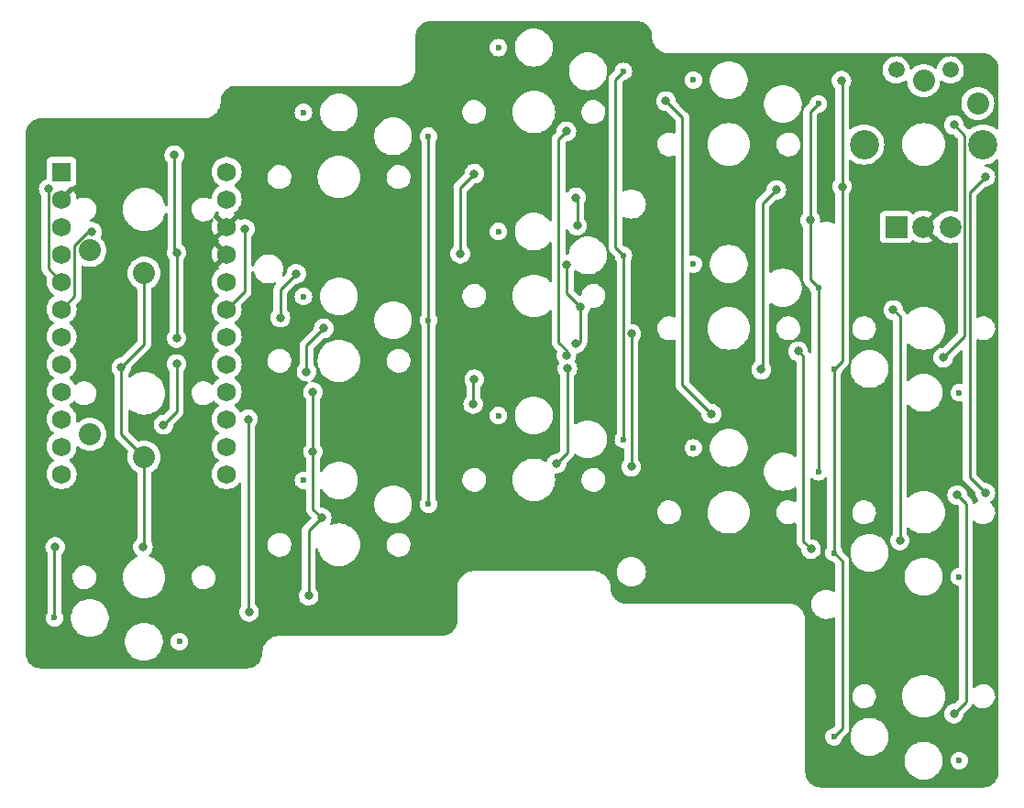
<source format=gbr>
%TF.GenerationSoftware,KiCad,Pcbnew,(7.0.0-0)*%
%TF.CreationDate,2023-06-15T16:08:31+08:00*%
%TF.ProjectId,right,72696768-742e-46b6-9963-61645f706362,v1.0.0*%
%TF.SameCoordinates,Original*%
%TF.FileFunction,Copper,L1,Top*%
%TF.FilePolarity,Positive*%
%FSLAX46Y46*%
G04 Gerber Fmt 4.6, Leading zero omitted, Abs format (unit mm)*
G04 Created by KiCad (PCBNEW (7.0.0-0)) date 2023-06-15 16:08:31*
%MOMM*%
%LPD*%
G01*
G04 APERTURE LIST*
%TA.AperFunction,ComponentPad*%
%ADD10C,2.032000*%
%TD*%
%TA.AperFunction,ComponentPad*%
%ADD11R,2.000000X2.000000*%
%TD*%
%TA.AperFunction,ComponentPad*%
%ADD12C,2.000000*%
%TD*%
%TA.AperFunction,ComponentPad*%
%ADD13C,1.500000*%
%TD*%
%TA.AperFunction,ComponentPad*%
%ADD14C,2.701800*%
%TD*%
%TA.AperFunction,ComponentPad*%
%ADD15R,1.752600X1.752600*%
%TD*%
%TA.AperFunction,ComponentPad*%
%ADD16C,1.752600*%
%TD*%
%TA.AperFunction,ComponentPad*%
%ADD17C,0.600000*%
%TD*%
%TA.AperFunction,ViaPad*%
%ADD18C,0.800000*%
%TD*%
%TA.AperFunction,Conductor*%
%ADD19C,0.250000*%
%TD*%
G04 APERTURE END LIST*
D10*
%TO.P,S1,1*%
%TO.N,C4_R0D*%
X-5000000Y30200000D03*
%TO.P,S1,2*%
%TO.N,C4*%
X0Y28100000D03*
%TD*%
%TO.P,S2,1*%
%TO.N,C4_R1D*%
X-5000000Y13200000D03*
%TO.P,S2,2*%
%TO.N,C4*%
X0Y11100000D03*
%TD*%
D11*
%TO.P,ROT1,A*%
%TO.N,P2*%
X69459999Y32379999D03*
D12*
%TO.P,ROT1,C*%
%TO.N,GND*%
X71960000Y32380000D03*
%TO.P,ROT1,B*%
%TO.N,P3*%
X74460000Y32380000D03*
D13*
%TO.P,ROT1,1*%
%TO.N,C0*%
X69460000Y46880000D03*
%TO.P,ROT1,2*%
%TO.N,C0_R3D*%
X74460000Y46880000D03*
D14*
%TO.P,ROT1,*%
%TO.N,*%
X77500000Y40000000D03*
X66500000Y40000000D03*
D10*
%TO.P,ROT1,1*%
%TO.N,C0_R3D*%
X77000000Y43800000D03*
%TO.P,ROT1,2*%
%TO.N,C0*%
X72000000Y45900000D03*
%TD*%
D15*
%TO.P,MCU1,1*%
%TO.N,RAW*%
X-7619999Y37469999D03*
D16*
%TO.P,MCU1,2*%
%TO.N,GND*%
X-7620000Y34930000D03*
%TO.P,MCU1,3*%
%TO.N,RST*%
X-7620000Y32390000D03*
%TO.P,MCU1,4*%
%TO.N,VCC*%
X-7620000Y29850000D03*
%TO.P,MCU1,5*%
%TO.N,C0*%
X-7620000Y27310000D03*
%TO.P,MCU1,6*%
%TO.N,C1*%
X-7620000Y24770000D03*
%TO.P,MCU1,7*%
%TO.N,C2*%
X-7620000Y22230000D03*
%TO.P,MCU1,8*%
%TO.N,C3*%
X-7620000Y19690000D03*
%TO.P,MCU1,9*%
%TO.N,C4*%
X-7620000Y17150000D03*
%TO.P,MCU1,10*%
%TO.N,C5*%
X-7620000Y14610000D03*
%TO.P,MCU1,11*%
%TO.N,C6*%
X-7620000Y12070000D03*
%TO.P,MCU1,12*%
%TO.N,P10*%
X-7620000Y9530000D03*
%TO.P,MCU1,13*%
%TO.N,P1*%
X7620000Y37470000D03*
%TO.P,MCU1,14*%
%TO.N,P0*%
X7620000Y34930000D03*
%TO.P,MCU1,15*%
%TO.N,GND*%
X7620000Y32390000D03*
%TO.P,MCU1,16*%
X7620000Y29850000D03*
%TO.P,MCU1,17*%
%TO.N,P2*%
X7620000Y27310000D03*
%TO.P,MCU1,18*%
%TO.N,P3*%
X7620000Y24770000D03*
%TO.P,MCU1,19*%
%TO.N,R0*%
X7620000Y22230000D03*
%TO.P,MCU1,20*%
%TO.N,R1*%
X7620000Y19690000D03*
%TO.P,MCU1,21*%
%TO.N,R2*%
X7620000Y17150000D03*
%TO.P,MCU1,22*%
%TO.N,R3*%
X7620000Y14610000D03*
%TO.P,MCU1,23*%
%TO.N,P8*%
X7620000Y12070000D03*
%TO.P,MCU1,24*%
%TO.N,P9*%
X7620000Y9530000D03*
%TD*%
D17*
%TO.P,S3,3*%
%TO.N,C0_R0D*%
X75275000Y17050000D03*
%TO.P,S3,4*%
%TO.N,C0*%
X63725000Y19250000D03*
%TD*%
%TO.P,S4,3*%
%TO.N,C0_R1D*%
X75275000Y50000D03*
%TO.P,S4,4*%
%TO.N,C0*%
X63725000Y2250000D03*
%TD*%
%TO.P,S5,3*%
%TO.N,C0_R2D*%
X75275000Y-16950000D03*
%TO.P,S5,4*%
%TO.N,C0*%
X63725000Y-14750000D03*
%TD*%
%TO.P,S6,3*%
%TO.N,C1_R0D*%
X50725000Y45950000D03*
%TO.P,S6,4*%
%TO.N,C1*%
X62275000Y43750000D03*
%TD*%
%TO.P,S7,3*%
%TO.N,C1_R1D*%
X50725000Y28950000D03*
%TO.P,S7,4*%
%TO.N,C1*%
X62275000Y26750000D03*
%TD*%
%TO.P,S8,3*%
%TO.N,C1_R2D*%
X50725000Y11950000D03*
%TO.P,S8,4*%
%TO.N,C1*%
X62275000Y9750000D03*
%TD*%
%TO.P,S9,3*%
%TO.N,C2_R0D*%
X32725000Y48950000D03*
%TO.P,S9,4*%
%TO.N,C2*%
X44275000Y46750000D03*
%TD*%
%TO.P,S10,3*%
%TO.N,C2_R1D*%
X32725000Y31950000D03*
%TO.P,S10,4*%
%TO.N,C2*%
X44275000Y29750000D03*
%TD*%
%TO.P,S11,3*%
%TO.N,C2_R2D*%
X32725000Y14950000D03*
%TO.P,S11,4*%
%TO.N,C2*%
X44275000Y12750000D03*
%TD*%
%TO.P,S12,3*%
%TO.N,C3_R0D*%
X14725000Y42950000D03*
%TO.P,S12,4*%
%TO.N,C3*%
X26275000Y40750000D03*
%TD*%
%TO.P,S13,3*%
%TO.N,C3_R1D*%
X14725000Y25950000D03*
%TO.P,S13,4*%
%TO.N,C3*%
X26275000Y23750000D03*
%TD*%
%TO.P,S14,3*%
%TO.N,C3_R2D*%
X14725000Y8950000D03*
%TO.P,S14,4*%
%TO.N,C3*%
X26275000Y6750000D03*
%TD*%
%TO.P,S15,3*%
%TO.N,C4_R2D*%
X3275000Y-5950000D03*
%TO.P,S15,4*%
%TO.N,C4*%
X-8275000Y-3750000D03*
%TD*%
D18*
%TO.N,C4*%
X-2100000Y19400000D03*
X-100000Y2800000D03*
X-8200000Y2800000D03*
%TO.N,R0*%
X2800000Y39000000D03*
X73800000Y20300000D03*
X39000000Y41200000D03*
X39000000Y20500000D03*
X74800000Y41800000D03*
X3000000Y22100000D03*
X3000000Y30000000D03*
%TO.N,R1*%
X1800000Y14100000D03*
X39024500Y28900000D03*
X40300000Y25000000D03*
X69800000Y3400000D03*
X15000000Y19000000D03*
X3000000Y19700000D03*
X16600000Y23000000D03*
X39900000Y21600000D03*
X69200000Y24700000D03*
%TO.N,C0*%
X64475000Y36100000D03*
X64400000Y45900000D03*
X-8800000Y35900000D03*
%TO.N,P2*%
X30500000Y37300000D03*
X29200000Y29900000D03*
%TO.N,P3*%
X40000000Y32500000D03*
X9300000Y32200000D03*
X39900000Y35100000D03*
%TO.N,R3*%
X9700000Y-3200000D03*
X9600000Y14600000D03*
X77700000Y37000000D03*
X77700000Y7800000D03*
%TO.N,RAW*%
X48200000Y44000000D03*
X52400000Y15100000D03*
%TO.N,BSLI*%
X61600000Y2600000D03*
X60400000Y20900000D03*
%TO.N,RST*%
X57000000Y19200000D03*
X58400000Y35800000D03*
%TO.N,C1*%
X61525000Y33000000D03*
X-4800000Y31910500D03*
%TO.N,C2*%
X12600000Y24000000D03*
X14050000Y28050000D03*
%TO.N,C5*%
X30400000Y16000000D03*
X30500000Y18300000D03*
%TO.N,C6*%
X38100000Y10500000D03*
X39100000Y19300000D03*
%TO.N,R2*%
X15600000Y17100000D03*
X44999500Y22500000D03*
X15600000Y11600000D03*
X74800000Y-12600000D03*
X15200000Y-1700000D03*
X75100000Y7600000D03*
X45000000Y10225900D03*
X16400000Y5500000D03*
%TD*%
D19*
%TO.N,C4*%
X-8275000Y2725000D02*
X-8275000Y-3750000D01*
X0Y2900000D02*
X-100000Y2800000D01*
X-8200000Y2800000D02*
X-8275000Y2725000D01*
X0Y11100000D02*
X0Y2900000D01*
X-2089500Y13189500D02*
X0Y11100000D01*
X-2089500Y17865499D02*
X-2089500Y13189500D01*
X-2100000Y19400000D02*
X-2100000Y17875999D01*
X0Y21500000D02*
X0Y28100000D01*
X-2100000Y19400000D02*
X0Y21500000D01*
X-2100000Y17875999D02*
X-2089500Y17865499D01*
%TO.N,R0*%
X75785000Y22285000D02*
X73800000Y20300000D01*
X74800000Y41800000D02*
X75785000Y40815000D01*
X75785000Y40815000D02*
X75785000Y22285000D01*
X2800000Y39000000D02*
X2800000Y30200000D01*
X38300000Y21700000D02*
X39000000Y21000000D01*
X38300000Y40500000D02*
X38300000Y21700000D01*
X39000000Y41200000D02*
X38300000Y40500000D01*
X39000000Y21000000D02*
X39000000Y20500000D01*
X3000000Y30000000D02*
X3000000Y22100000D01*
X2800000Y30200000D02*
X3000000Y30000000D01*
%TO.N,R1*%
X39024500Y26275500D02*
X39024500Y28900000D01*
X15000000Y21400000D02*
X16600000Y23000000D01*
X40300000Y21800000D02*
X40000000Y21500000D01*
X15000000Y19000000D02*
X15000000Y21400000D01*
X69800000Y3400000D02*
X69800000Y24100000D01*
X40300000Y25000000D02*
X39024500Y26275500D01*
X40000000Y21500000D02*
X39900000Y21600000D01*
X40300000Y25000000D02*
X40300000Y21800000D01*
X3000000Y15300000D02*
X1800000Y14100000D01*
X69800000Y24100000D02*
X69200000Y24700000D01*
X3000000Y19700000D02*
X3000000Y15300000D01*
%TO.N,C0*%
X64475000Y20000000D02*
X63725000Y19250000D01*
X64475000Y1500000D02*
X63725000Y2250000D01*
X63725000Y-14750000D02*
X64475000Y-14000000D01*
X64475000Y45825000D02*
X64475000Y36100000D01*
X64475000Y-14000000D02*
X64475000Y1500000D01*
X64475000Y36100000D02*
X64475000Y20000000D01*
X-8800000Y35900000D02*
X-8821300Y35878700D01*
X-8821300Y35878700D02*
X-8821300Y28511300D01*
X64400000Y45900000D02*
X64475000Y45825000D01*
X-8821300Y28511300D02*
X-7620000Y27310000D01*
X63725000Y19250000D02*
X63725000Y2250000D01*
%TO.N,P2*%
X29200000Y29900000D02*
X29200000Y36000000D01*
X29200000Y36000000D02*
X30500000Y37300000D01*
%TO.N,P3*%
X40000000Y35000000D02*
X39900000Y35100000D01*
X9300000Y26450000D02*
X7620000Y24770000D01*
X40000000Y32500000D02*
X40000000Y35000000D01*
X9300000Y32200000D02*
X9300000Y26450000D01*
%TO.N,R3*%
X76235000Y35535000D02*
X77700000Y37000000D01*
X77700000Y7800000D02*
X76235000Y9265000D01*
X76235000Y9265000D02*
X76235000Y35535000D01*
X9600000Y14600000D02*
X9600000Y-3100000D01*
X9600000Y-3100000D02*
X9700000Y-3200000D01*
%TO.N,RAW*%
X49725900Y42474100D02*
X49725900Y17774100D01*
X48200000Y44000000D02*
X49725900Y42474100D01*
X49725900Y17774100D02*
X52400000Y15100000D01*
%TO.N,BSLI*%
X60875000Y3325000D02*
X61600000Y2600000D01*
X60875000Y20425000D02*
X60875000Y3325000D01*
X60400000Y20900000D02*
X60875000Y20425000D01*
%TO.N,RST*%
X57125000Y19325000D02*
X57000000Y19200000D01*
X58400000Y35800000D02*
X57125000Y34525000D01*
X57125000Y34525000D02*
X57125000Y19325000D01*
%TO.N,C1*%
X62275000Y9750000D02*
X62275000Y26750000D01*
X62275000Y26750000D02*
X61525000Y27500000D01*
X-6418700Y25971300D02*
X-7620000Y24770000D01*
X-5185961Y31910500D02*
X-6418700Y30677761D01*
X61525000Y27500000D02*
X61525000Y33000000D01*
X-4800000Y31910500D02*
X-5185961Y31910500D01*
X61525000Y33000000D02*
X61525000Y43000000D01*
X-6418700Y30677761D02*
X-6418700Y25971300D01*
X61525000Y43000000D02*
X62275000Y43750000D01*
%TO.N,C2*%
X44275000Y29750000D02*
X44275000Y12750000D01*
X43525000Y30500000D02*
X43525000Y46000000D01*
X43525000Y46000000D02*
X44275000Y46750000D01*
X12600000Y26600000D02*
X12600000Y24000000D01*
X14050000Y28050000D02*
X12600000Y26600000D01*
X44275000Y29750000D02*
X43525000Y30500000D01*
%TO.N,C3*%
X26275000Y40750000D02*
X26275000Y23750000D01*
X26275000Y23750000D02*
X26275000Y6750000D01*
%TO.N,C5*%
X30400000Y18200000D02*
X30500000Y18300000D01*
X30400000Y16000000D02*
X30400000Y18200000D01*
%TO.N,C6*%
X39100000Y11500000D02*
X39100000Y19300000D01*
X38100000Y10500000D02*
X39100000Y11500000D01*
%TO.N,R2*%
X15200000Y-1700000D02*
X15200000Y4300000D01*
X15200000Y4300000D02*
X16400000Y5500000D01*
X75900000Y6800000D02*
X75900000Y-11500000D01*
X15600000Y11600000D02*
X15600000Y6300000D01*
X75100000Y7600000D02*
X75900000Y6800000D01*
X44999500Y22500000D02*
X44999500Y10226400D01*
X15600000Y17100000D02*
X15600000Y11600000D01*
X75900000Y-11500000D02*
X74800000Y-12600000D01*
X15600000Y6300000D02*
X16400000Y5500000D01*
X44999500Y10226400D02*
X45000000Y10225900D01*
%TD*%
%TA.AperFunction,Conductor*%
%TO.N,GND*%
G36*
X45514854Y51424118D02*
G01*
X45721549Y51407850D01*
X45740767Y51404806D01*
X45937618Y51357546D01*
X45956123Y51351533D01*
X46143152Y51274064D01*
X46160490Y51265230D01*
X46333099Y51159455D01*
X46348841Y51148018D01*
X46502782Y51016540D01*
X46516540Y51002782D01*
X46648018Y50848841D01*
X46659455Y50833099D01*
X46765230Y50660490D01*
X46774064Y50643152D01*
X46851533Y50456123D01*
X46857546Y50437618D01*
X46904806Y50240767D01*
X46907850Y50221549D01*
X46924118Y50014854D01*
X46924500Y50005125D01*
X46924500Y49990000D01*
X46924500Y49878033D01*
X46925128Y49873664D01*
X46925129Y49873652D01*
X46955738Y49660764D01*
X46955739Y49660756D01*
X46956369Y49656379D01*
X46957614Y49652136D01*
X46957617Y49652126D01*
X47018208Y49445771D01*
X47018210Y49445763D01*
X47019458Y49441516D01*
X47021296Y49437489D01*
X47021300Y49437481D01*
X47110645Y49241844D01*
X47110650Y49241834D01*
X47112484Y49237819D01*
X47114869Y49234107D01*
X47114875Y49234097D01*
X47231160Y49053153D01*
X47231166Y49053143D01*
X47233551Y49049434D01*
X47236438Y49046101D01*
X47236445Y49046093D01*
X47377301Y48883538D01*
X47377308Y48883530D01*
X47380197Y48880197D01*
X47383530Y48877308D01*
X47383538Y48877301D01*
X47546093Y48736445D01*
X47546101Y48736438D01*
X47549434Y48733551D01*
X47553143Y48731166D01*
X47553153Y48731160D01*
X47734097Y48614875D01*
X47734107Y48614869D01*
X47737819Y48612484D01*
X47741834Y48610650D01*
X47741844Y48610645D01*
X47937481Y48521300D01*
X47937489Y48521296D01*
X47941516Y48519458D01*
X47945763Y48518210D01*
X47945771Y48518208D01*
X48152126Y48457617D01*
X48152136Y48457614D01*
X48156379Y48456369D01*
X48160756Y48455739D01*
X48160764Y48455738D01*
X48373652Y48425129D01*
X48373664Y48425128D01*
X48378033Y48424500D01*
X48462520Y48424500D01*
X48490000Y48424500D01*
X48514531Y48424500D01*
X77485469Y48424500D01*
X77505125Y48424500D01*
X77514854Y48424118D01*
X77721549Y48407850D01*
X77740767Y48404806D01*
X77937618Y48357546D01*
X77956123Y48351533D01*
X78143152Y48274064D01*
X78160490Y48265230D01*
X78333099Y48159455D01*
X78348841Y48148018D01*
X78502782Y48016540D01*
X78516540Y48002782D01*
X78648018Y47848841D01*
X78659455Y47833099D01*
X78765230Y47660490D01*
X78774064Y47643152D01*
X78851533Y47456123D01*
X78857546Y47437618D01*
X78904806Y47240767D01*
X78907850Y47221549D01*
X78924118Y47014854D01*
X78924500Y47005125D01*
X78924500Y41503392D01*
X78911777Y41448681D01*
X78876220Y41405196D01*
X78825125Y41381862D01*
X78768977Y41383466D01*
X78720800Y41408885D01*
X78720759Y41408831D01*
X78507836Y41568223D01*
X78274396Y41695690D01*
X78025192Y41788639D01*
X77765296Y41845176D01*
X77500000Y41864150D01*
X77234704Y41845176D01*
X76974808Y41788639D01*
X76725604Y41695690D01*
X76492164Y41568223D01*
X76279241Y41408831D01*
X76276103Y41405693D01*
X76270838Y41400428D01*
X76215251Y41368334D01*
X76151064Y41368334D01*
X76095476Y41400428D01*
X75924348Y41571556D01*
X75746618Y41749285D01*
X75722381Y41783580D01*
X75710981Y41824002D01*
X75709231Y41840650D01*
X75693542Y41989928D01*
X75634527Y42171556D01*
X75539040Y42336944D01*
X75411253Y42478866D01*
X75256752Y42591118D01*
X75082288Y42668794D01*
X74895487Y42708500D01*
X74704513Y42708500D01*
X74594623Y42685142D01*
X74524072Y42670146D01*
X74524070Y42670145D01*
X74517712Y42668794D01*
X74511774Y42666150D01*
X74511773Y42666150D01*
X74349182Y42593760D01*
X74343248Y42591118D01*
X74337993Y42587300D01*
X74194000Y42482683D01*
X74193997Y42482680D01*
X74188747Y42478866D01*
X74060960Y42336944D01*
X74057712Y42331318D01*
X74057711Y42331317D01*
X73991685Y42216957D01*
X73965473Y42171556D01*
X73963466Y42165379D01*
X73963465Y42165377D01*
X73908465Y41996107D01*
X73908463Y41996100D01*
X73906458Y41989928D01*
X73905779Y41983475D01*
X73905778Y41983467D01*
X73890768Y41840650D01*
X73886496Y41800000D01*
X73887175Y41793540D01*
X73905778Y41616532D01*
X73905780Y41616522D01*
X73906458Y41610072D01*
X73908463Y41603901D01*
X73908465Y41603892D01*
X73963465Y41434622D01*
X73963467Y41434616D01*
X73965473Y41428444D01*
X73968718Y41422822D01*
X73968721Y41422817D01*
X74057711Y41268682D01*
X74057714Y41268676D01*
X74060960Y41263056D01*
X74065306Y41258228D01*
X74065307Y41258228D01*
X74184400Y41125961D01*
X74184403Y41125957D01*
X74188747Y41121134D01*
X74193991Y41117323D01*
X74194000Y41117316D01*
X74337993Y41012699D01*
X74337999Y41012695D01*
X74343248Y41008882D01*
X74349174Y41006243D01*
X74349182Y41006239D01*
X74511773Y40933849D01*
X74511782Y40933845D01*
X74517712Y40931206D01*
X74524061Y40929856D01*
X74524072Y40929853D01*
X74698150Y40892852D01*
X74698154Y40892851D01*
X74704513Y40891500D01*
X74761234Y40891500D01*
X74808687Y40882061D01*
X74848915Y40855181D01*
X75115181Y40588915D01*
X75142061Y40548687D01*
X75151500Y40501234D01*
X75151500Y33911939D01*
X75136858Y33853486D01*
X75096391Y33808837D01*
X75039654Y33788536D01*
X74980048Y33797378D01*
X74952383Y33808837D01*
X74927594Y33819105D01*
X74696711Y33874535D01*
X74460000Y33893165D01*
X74223289Y33874535D01*
X73992406Y33819105D01*
X73987906Y33817241D01*
X73777539Y33730105D01*
X73777536Y33730103D01*
X73773037Y33728240D01*
X73657586Y33657491D01*
X73574738Y33606722D01*
X73574734Y33606719D01*
X73570584Y33604176D01*
X73566881Y33601014D01*
X73566879Y33601012D01*
X73478000Y33525102D01*
X73390031Y33449969D01*
X73386870Y33446268D01*
X73251746Y33288059D01*
X73215965Y33259263D01*
X73192094Y33251745D01*
X73173653Y33240100D01*
X72325095Y32391542D01*
X72318431Y32380000D01*
X72325095Y32368457D01*
X73173653Y31519898D01*
X73192093Y31508254D01*
X73215969Y31500734D01*
X73251747Y31471939D01*
X73386870Y31313731D01*
X73386876Y31313724D01*
X73390031Y31310031D01*
X73393724Y31306876D01*
X73393731Y31306870D01*
X73566879Y31158987D01*
X73566889Y31158979D01*
X73570584Y31155824D01*
X73574725Y31153286D01*
X73574738Y31153277D01*
X73760085Y31039697D01*
X73773037Y31031760D01*
X73777526Y31029900D01*
X73777539Y31029894D01*
X73987906Y30942758D01*
X73987916Y30942754D01*
X73992406Y30940895D01*
X73997130Y30939760D01*
X73997139Y30939758D01*
X74218555Y30886601D01*
X74218561Y30886599D01*
X74223289Y30885465D01*
X74228139Y30885083D01*
X74228141Y30885083D01*
X74455146Y30867217D01*
X74460000Y30866835D01*
X74464854Y30867217D01*
X74691858Y30885083D01*
X74696711Y30885465D01*
X74701440Y30886600D01*
X74701444Y30886601D01*
X74922860Y30939758D01*
X74922865Y30939759D01*
X74927594Y30940895D01*
X74932087Y30942756D01*
X74932093Y30942758D01*
X74980048Y30962622D01*
X75039654Y30971464D01*
X75096391Y30951163D01*
X75136858Y30906514D01*
X75151500Y30848061D01*
X75151500Y22598766D01*
X75142061Y22551313D01*
X75115181Y22511085D01*
X73848914Y21244819D01*
X73808686Y21217939D01*
X73761233Y21208500D01*
X73704513Y21208500D01*
X73580415Y21182122D01*
X73524072Y21170146D01*
X73524070Y21170145D01*
X73517712Y21168794D01*
X73511774Y21166150D01*
X73511773Y21166150D01*
X73349182Y21093760D01*
X73343248Y21091118D01*
X73337993Y21087300D01*
X73194000Y20982683D01*
X73193997Y20982680D01*
X73188747Y20978866D01*
X73060960Y20836944D01*
X73057712Y20831318D01*
X73057711Y20831317D01*
X72976988Y20691500D01*
X72965473Y20671556D01*
X72963466Y20665379D01*
X72963465Y20665377D01*
X72908465Y20496107D01*
X72908463Y20496100D01*
X72906458Y20489928D01*
X72905779Y20483475D01*
X72905778Y20483467D01*
X72891171Y20344479D01*
X72886496Y20300000D01*
X72887175Y20293540D01*
X72905778Y20116532D01*
X72905780Y20116522D01*
X72906458Y20110072D01*
X72908463Y20103901D01*
X72908465Y20103892D01*
X72963465Y19934622D01*
X72963467Y19934616D01*
X72965473Y19928444D01*
X72968718Y19922822D01*
X72968721Y19922817D01*
X73057711Y19768682D01*
X73057714Y19768676D01*
X73060960Y19763056D01*
X73065306Y19758228D01*
X73065307Y19758228D01*
X73184400Y19625961D01*
X73184403Y19625957D01*
X73188747Y19621134D01*
X73193991Y19617323D01*
X73194000Y19617316D01*
X73337993Y19512699D01*
X73337999Y19512695D01*
X73343248Y19508882D01*
X73349174Y19506243D01*
X73349182Y19506239D01*
X73511773Y19433849D01*
X73511782Y19433845D01*
X73517712Y19431206D01*
X73524061Y19429856D01*
X73524072Y19429853D01*
X73698150Y19392852D01*
X73698154Y19392851D01*
X73704513Y19391500D01*
X73888984Y19391500D01*
X73895487Y19391500D01*
X73901846Y19392851D01*
X73901849Y19392852D01*
X74075927Y19429853D01*
X74075935Y19429855D01*
X74082288Y19431206D01*
X74088219Y19433846D01*
X74088226Y19433849D01*
X74250817Y19506239D01*
X74250821Y19506241D01*
X74256752Y19508882D01*
X74263370Y19513690D01*
X74405999Y19617316D01*
X74406003Y19617319D01*
X74411253Y19621134D01*
X74539040Y19763056D01*
X74634527Y19928444D01*
X74693542Y20110072D01*
X74710981Y20275996D01*
X74722381Y20316418D01*
X74746621Y20350716D01*
X75389819Y20993914D01*
X75439182Y21024164D01*
X75496898Y21028706D01*
X75550385Y21006551D01*
X75587985Y20962528D01*
X75601500Y20906233D01*
X75601500Y17964710D01*
X75589221Y17910910D01*
X75554816Y17867766D01*
X75505099Y17843820D01*
X75456114Y17843817D01*
X75456047Y17843217D01*
X75275000Y17863616D01*
X75093953Y17843217D01*
X74921985Y17783043D01*
X74767719Y17686111D01*
X74638889Y17557281D01*
X74635181Y17551380D01*
X74556342Y17425908D01*
X74541957Y17403015D01*
X74539659Y17396449D01*
X74539658Y17396446D01*
X74484083Y17237621D01*
X74481783Y17231047D01*
X74481003Y17224130D01*
X74481002Y17224123D01*
X74466290Y17093540D01*
X74461384Y17050000D01*
X74462164Y17043077D01*
X74481002Y16875876D01*
X74481003Y16875867D01*
X74481783Y16868953D01*
X74484081Y16862383D01*
X74484083Y16862378D01*
X74539658Y16703553D01*
X74539660Y16703547D01*
X74541957Y16696985D01*
X74545656Y16691097D01*
X74545659Y16691092D01*
X74635181Y16548619D01*
X74635184Y16548614D01*
X74638889Y16542719D01*
X74643813Y16537794D01*
X74643817Y16537790D01*
X74762790Y16418817D01*
X74762794Y16418813D01*
X74767719Y16413889D01*
X74773614Y16410184D01*
X74773619Y16410181D01*
X74916092Y16320659D01*
X74916097Y16320656D01*
X74921985Y16316957D01*
X74928547Y16314660D01*
X74928553Y16314658D01*
X75087378Y16259083D01*
X75087383Y16259081D01*
X75093953Y16256783D01*
X75100867Y16256003D01*
X75100876Y16256002D01*
X75268077Y16237164D01*
X75275000Y16236384D01*
X75281923Y16237164D01*
X75449129Y16256003D01*
X75449133Y16256004D01*
X75450713Y16256182D01*
X75450721Y16256182D01*
X75456047Y16256783D01*
X75456114Y16256182D01*
X75505099Y16256180D01*
X75554816Y16232234D01*
X75589221Y16189090D01*
X75601500Y16135290D01*
X75601500Y9343846D01*
X75600968Y9332562D01*
X75599298Y9325091D01*
X75599543Y9317293D01*
X75599543Y9317292D01*
X75601439Y9256983D01*
X75601500Y9253087D01*
X75601500Y9225144D01*
X75601988Y9221277D01*
X75601989Y9221268D01*
X75602019Y9221032D01*
X75602934Y9209406D01*
X75604081Y9172904D01*
X75604082Y9172896D01*
X75604327Y9165111D01*
X75606500Y9157629D01*
X75606502Y9157620D01*
X75610022Y9145506D01*
X75613967Y9126457D01*
X75615548Y9113938D01*
X75615549Y9113932D01*
X75616526Y9106203D01*
X75619393Y9098960D01*
X75619395Y9098954D01*
X75632838Y9065000D01*
X75636619Y9053955D01*
X75646803Y9018902D01*
X75646807Y9018892D01*
X75648982Y9011407D01*
X75652951Y9004694D01*
X75652953Y9004691D01*
X75659374Y8993834D01*
X75667929Y8976370D01*
X75672575Y8964636D01*
X75672578Y8964629D01*
X75675448Y8957383D01*
X75680027Y8951079D01*
X75680034Y8951068D01*
X75701491Y8921534D01*
X75707901Y8911776D01*
X75726483Y8880355D01*
X75726493Y8880341D01*
X75730458Y8873638D01*
X75735973Y8868122D01*
X75735976Y8868119D01*
X75744897Y8859197D01*
X75757523Y8844414D01*
X75764940Y8834206D01*
X75764944Y8834200D01*
X75769528Y8827893D01*
X75775530Y8822926D01*
X75775542Y8822915D01*
X75803673Y8799643D01*
X75812311Y8791783D01*
X76753378Y7850715D01*
X76777617Y7816418D01*
X76789018Y7775996D01*
X76801272Y7659411D01*
X76806458Y7610072D01*
X76808463Y7603901D01*
X76808465Y7603892D01*
X76863465Y7434622D01*
X76863467Y7434616D01*
X76865473Y7428444D01*
X76868718Y7422822D01*
X76868721Y7422817D01*
X76957711Y7268682D01*
X76957714Y7268676D01*
X76960960Y7263056D01*
X76965302Y7258233D01*
X76965307Y7258227D01*
X77038952Y7176436D01*
X77066106Y7127264D01*
X77068779Y7071157D01*
X77046422Y7019627D01*
X77003624Y6983250D01*
X76901830Y6930771D01*
X76780064Y6835014D01*
X76746835Y6808882D01*
X76736490Y6800747D01*
X76736118Y6801219D01*
X76691744Y6775130D01*
X76635323Y6771102D01*
X76582983Y6792551D01*
X76545615Y6835014D01*
X76532394Y6884424D01*
X76532140Y6884384D01*
X76531754Y6886816D01*
X76530995Y6889656D01*
X76530674Y6899889D01*
X76524977Y6919496D01*
X76521033Y6938539D01*
X76518474Y6958797D01*
X76502162Y6999992D01*
X76498379Y7011044D01*
X76488194Y7046103D01*
X76488193Y7046103D01*
X76486018Y7053593D01*
X76475625Y7071165D01*
X76467066Y7088637D01*
X76459552Y7107617D01*
X76433498Y7143475D01*
X76427091Y7153231D01*
X76404542Y7191362D01*
X76390110Y7205793D01*
X76377472Y7220588D01*
X76365472Y7237107D01*
X76331318Y7265360D01*
X76322699Y7273203D01*
X76046618Y7549285D01*
X76022381Y7583580D01*
X76010981Y7624002D01*
X76007259Y7659411D01*
X75993542Y7789928D01*
X75934527Y7971556D01*
X75839040Y8136944D01*
X75711253Y8278866D01*
X75556752Y8391118D01*
X75382288Y8468794D01*
X75195487Y8508500D01*
X75004513Y8508500D01*
X74865097Y8478866D01*
X74824072Y8470146D01*
X74824070Y8470145D01*
X74817712Y8468794D01*
X74811774Y8466150D01*
X74811773Y8466150D01*
X74727102Y8428452D01*
X74643248Y8391118D01*
X74637993Y8387300D01*
X74494000Y8282683D01*
X74493997Y8282680D01*
X74488747Y8278866D01*
X74360960Y8136944D01*
X74357712Y8131318D01*
X74357711Y8131317D01*
X74276080Y7989928D01*
X74265473Y7971556D01*
X74263466Y7965379D01*
X74263465Y7965377D01*
X74208465Y7796107D01*
X74208463Y7796100D01*
X74206458Y7789928D01*
X74205779Y7783475D01*
X74205778Y7783467D01*
X74198421Y7713463D01*
X74186496Y7600000D01*
X74187175Y7593540D01*
X74205778Y7416532D01*
X74205780Y7416522D01*
X74206458Y7410072D01*
X74208463Y7403901D01*
X74208465Y7403892D01*
X74263465Y7234622D01*
X74263467Y7234616D01*
X74265473Y7228444D01*
X74268718Y7222822D01*
X74268721Y7222817D01*
X74357711Y7068682D01*
X74357714Y7068676D01*
X74360960Y7063056D01*
X74365306Y7058228D01*
X74365307Y7058228D01*
X74484400Y6925961D01*
X74484403Y6925957D01*
X74488747Y6921134D01*
X74493991Y6917323D01*
X74494000Y6917316D01*
X74637993Y6812699D01*
X74637999Y6812695D01*
X74643248Y6808882D01*
X74649174Y6806243D01*
X74649182Y6806239D01*
X74811773Y6733849D01*
X74811782Y6733845D01*
X74817712Y6731206D01*
X74824061Y6729856D01*
X74824072Y6729853D01*
X74998150Y6692852D01*
X74998154Y6692851D01*
X75004513Y6691500D01*
X75061233Y6691500D01*
X75108686Y6682061D01*
X75148914Y6655181D01*
X75230181Y6573914D01*
X75257061Y6533686D01*
X75266500Y6486233D01*
X75266500Y973471D01*
X75252130Y915530D01*
X75212352Y871017D01*
X75156383Y850251D01*
X75100875Y843997D01*
X75100874Y843996D01*
X75093953Y843217D01*
X74921985Y783043D01*
X74767719Y686111D01*
X74638889Y557281D01*
X74635181Y551380D01*
X74589513Y478699D01*
X74541957Y403015D01*
X74539659Y396449D01*
X74539658Y396446D01*
X74484083Y237621D01*
X74481783Y231047D01*
X74481003Y224130D01*
X74481002Y224123D01*
X74472827Y151561D01*
X74461384Y50000D01*
X74462164Y43077D01*
X74481002Y-124123D01*
X74481003Y-124130D01*
X74481783Y-131047D01*
X74484082Y-137618D01*
X74484083Y-137621D01*
X74534030Y-280363D01*
X74541957Y-303015D01*
X74545658Y-308905D01*
X74545659Y-308907D01*
X74582140Y-366966D01*
X74638889Y-457281D01*
X74767719Y-586111D01*
X74921985Y-683043D01*
X75093953Y-743217D01*
X75100874Y-743996D01*
X75100875Y-743997D01*
X75156383Y-750251D01*
X75212352Y-771017D01*
X75252130Y-815530D01*
X75266500Y-873471D01*
X75266500Y-11186234D01*
X75257061Y-11233687D01*
X75230181Y-11273915D01*
X74848914Y-11655181D01*
X74808686Y-11682061D01*
X74761233Y-11691500D01*
X74704513Y-11691500D01*
X74698154Y-11692851D01*
X74698150Y-11692852D01*
X74524072Y-11729853D01*
X74524061Y-11729856D01*
X74517712Y-11731206D01*
X74511782Y-11733845D01*
X74511773Y-11733849D01*
X74349182Y-11806239D01*
X74349174Y-11806243D01*
X74343248Y-11808882D01*
X74337999Y-11812695D01*
X74337993Y-11812699D01*
X74194000Y-11917316D01*
X74193991Y-11917323D01*
X74188747Y-11921134D01*
X74184403Y-11925957D01*
X74184400Y-11925961D01*
X74130062Y-11986310D01*
X74060960Y-12063056D01*
X74057714Y-12068676D01*
X74057711Y-12068682D01*
X73968721Y-12222817D01*
X73968718Y-12222822D01*
X73965473Y-12228444D01*
X73963467Y-12234616D01*
X73963465Y-12234622D01*
X73908465Y-12403892D01*
X73908463Y-12403901D01*
X73906458Y-12410072D01*
X73905780Y-12416522D01*
X73905778Y-12416532D01*
X73888222Y-12583580D01*
X73886496Y-12600000D01*
X73887175Y-12606460D01*
X73905778Y-12783467D01*
X73905779Y-12783475D01*
X73906458Y-12789928D01*
X73908463Y-12796100D01*
X73908465Y-12796107D01*
X73939350Y-12891159D01*
X73965473Y-12971556D01*
X73968720Y-12977180D01*
X73968721Y-12977182D01*
X74024778Y-13074276D01*
X74060960Y-13136944D01*
X74188747Y-13278866D01*
X74193997Y-13282680D01*
X74194000Y-13282683D01*
X74336863Y-13386479D01*
X74343248Y-13391118D01*
X74349181Y-13393759D01*
X74349182Y-13393760D01*
X74498638Y-13460302D01*
X74517712Y-13468794D01*
X74524070Y-13470145D01*
X74524072Y-13470146D01*
X74560874Y-13477968D01*
X74704513Y-13508500D01*
X74888984Y-13508500D01*
X74895487Y-13508500D01*
X75082288Y-13468794D01*
X75256752Y-13391118D01*
X75411253Y-13278866D01*
X75539040Y-13136944D01*
X75634527Y-12971556D01*
X75693542Y-12789928D01*
X75710981Y-12624000D01*
X75722381Y-12583580D01*
X75746618Y-12549285D01*
X76292217Y-12003686D01*
X76300552Y-11996102D01*
X76307018Y-11992000D01*
X76353691Y-11942295D01*
X76356309Y-11939594D01*
X76376135Y-11919770D01*
X76378660Y-11916513D01*
X76386251Y-11907624D01*
X76416586Y-11875321D01*
X76426423Y-11857425D01*
X76437096Y-11841177D01*
X76449614Y-11825041D01*
X76467215Y-11784364D01*
X76472343Y-11773895D01*
X76478381Y-11762913D01*
X76515937Y-11721068D01*
X76568112Y-11700110D01*
X76624179Y-11704349D01*
X76672607Y-11732912D01*
X76816063Y-11869697D01*
X76993014Y-11983416D01*
X77188288Y-12061593D01*
X77394829Y-12101400D01*
X77549514Y-12101400D01*
X77552468Y-12101400D01*
X77709389Y-12086416D01*
X77911211Y-12027156D01*
X78098170Y-11930771D01*
X78263510Y-11800747D01*
X78401255Y-11641781D01*
X78506426Y-11459619D01*
X78575222Y-11260846D01*
X78605157Y-11052645D01*
X78595148Y-10842541D01*
X78545558Y-10638129D01*
X78500918Y-10540381D01*
X78460636Y-10452175D01*
X78460635Y-10452174D01*
X78458179Y-10446795D01*
X78336169Y-10275456D01*
X78183937Y-10130303D01*
X78006986Y-10016584D01*
X77811712Y-9938407D01*
X77805908Y-9937288D01*
X77805907Y-9937288D01*
X77610968Y-9899717D01*
X77610965Y-9899716D01*
X77605171Y-9898600D01*
X77447532Y-9898600D01*
X77444603Y-9898879D01*
X77444596Y-9898880D01*
X77296491Y-9913022D01*
X77296485Y-9913023D01*
X77290611Y-9913584D01*
X77284943Y-9915248D01*
X77284939Y-9915249D01*
X77094454Y-9971180D01*
X77094448Y-9971182D01*
X77088789Y-9972844D01*
X77083544Y-9975547D01*
X77083539Y-9975550D01*
X76907079Y-10066522D01*
X76907071Y-10066526D01*
X76901830Y-10069229D01*
X76897188Y-10072878D01*
X76897187Y-10072880D01*
X76736490Y-10199253D01*
X76735597Y-10198117D01*
X76693561Y-10222653D01*
X76636351Y-10226195D01*
X76583661Y-10203630D01*
X76546748Y-10159779D01*
X76533500Y-10104012D01*
X76533500Y5110159D01*
X76546749Y5165927D01*
X76583663Y5209779D01*
X76636355Y5232343D01*
X76693566Y5228798D01*
X76743069Y5199902D01*
X76816063Y5130303D01*
X76821026Y5127113D01*
X76821028Y5127112D01*
X76988043Y5019778D01*
X76988048Y5019775D01*
X76993014Y5016584D01*
X76998498Y5014388D01*
X76998501Y5014387D01*
X77182799Y4940604D01*
X77182803Y4940602D01*
X77188288Y4938407D01*
X77194088Y4937289D01*
X77194092Y4937288D01*
X77389031Y4899717D01*
X77389035Y4899716D01*
X77394829Y4898600D01*
X77549514Y4898600D01*
X77552468Y4898600D01*
X77555397Y4898879D01*
X77555403Y4898880D01*
X77703508Y4913022D01*
X77703512Y4913022D01*
X77709389Y4913584D01*
X77715058Y4915248D01*
X77715060Y4915249D01*
X77905545Y4971180D01*
X77905548Y4971181D01*
X77911211Y4972844D01*
X77962916Y4999500D01*
X78092920Y5066522D01*
X78092923Y5066524D01*
X78098170Y5069229D01*
X78221132Y5165927D01*
X78258864Y5195599D01*
X78258866Y5195601D01*
X78263510Y5199253D01*
X78348463Y5297294D01*
X78397388Y5353756D01*
X78397388Y5353757D01*
X78401255Y5358219D01*
X78506426Y5540381D01*
X78575222Y5739154D01*
X78605157Y5947355D01*
X78595148Y6157459D01*
X78545558Y6361871D01*
X78458179Y6553205D01*
X78336169Y6724544D01*
X78196977Y6857263D01*
X78166996Y6902016D01*
X78158822Y6955262D01*
X78173999Y7006949D01*
X78209662Y7047323D01*
X78305995Y7117313D01*
X78305999Y7117317D01*
X78311253Y7121134D01*
X78439040Y7263056D01*
X78534527Y7428444D01*
X78593542Y7610072D01*
X78613504Y7800000D01*
X78593542Y7989928D01*
X78534527Y8171556D01*
X78439040Y8336944D01*
X78311253Y8478866D01*
X78156752Y8591118D01*
X77982288Y8668794D01*
X77795487Y8708500D01*
X77788984Y8708500D01*
X77738766Y8708500D01*
X77691313Y8717939D01*
X77651085Y8744819D01*
X76904819Y9491086D01*
X76877939Y9531314D01*
X76868500Y9578767D01*
X76868500Y21883222D01*
X76882968Y21941350D01*
X76922997Y21985913D01*
X76979245Y22006512D01*
X77038587Y21998339D01*
X77182799Y21940604D01*
X77182803Y21940602D01*
X77188288Y21938407D01*
X77194088Y21937289D01*
X77194092Y21937288D01*
X77389031Y21899717D01*
X77389035Y21899716D01*
X77394829Y21898600D01*
X77549514Y21898600D01*
X77552468Y21898600D01*
X77555397Y21898879D01*
X77555403Y21898880D01*
X77703508Y21913022D01*
X77703512Y21913022D01*
X77709389Y21913584D01*
X77715058Y21915248D01*
X77715060Y21915249D01*
X77905545Y21971180D01*
X77905548Y21971181D01*
X77911211Y21972844D01*
X77916479Y21975560D01*
X78092920Y22066522D01*
X78092923Y22066524D01*
X78098170Y22069229D01*
X78194027Y22144611D01*
X78258864Y22195599D01*
X78258866Y22195601D01*
X78263510Y22199253D01*
X78336482Y22283467D01*
X78397388Y22353756D01*
X78397388Y22353757D01*
X78401255Y22358219D01*
X78506426Y22540381D01*
X78575222Y22739154D01*
X78605157Y22947355D01*
X78595148Y23157459D01*
X78545558Y23361871D01*
X78458179Y23553205D01*
X78336169Y23724544D01*
X78183937Y23869697D01*
X78006986Y23983416D01*
X77811712Y24061593D01*
X77605171Y24101400D01*
X77447532Y24101400D01*
X77290611Y24086416D01*
X77088789Y24027156D01*
X77053845Y24009141D01*
X77049320Y24006808D01*
X76988074Y23993103D01*
X76927962Y24011143D01*
X76884383Y24056306D01*
X76868500Y24117024D01*
X76868500Y35221234D01*
X76877939Y35268687D01*
X76904819Y35308915D01*
X77651086Y36055181D01*
X77691314Y36082061D01*
X77738767Y36091500D01*
X77788984Y36091500D01*
X77795487Y36091500D01*
X77801846Y36092851D01*
X77801849Y36092852D01*
X77975927Y36129853D01*
X77975935Y36129855D01*
X77982288Y36131206D01*
X77988219Y36133846D01*
X77988226Y36133849D01*
X78150817Y36206239D01*
X78150821Y36206241D01*
X78156752Y36208882D01*
X78162006Y36212699D01*
X78305999Y36317316D01*
X78306003Y36317319D01*
X78311253Y36321134D01*
X78439040Y36463056D01*
X78534527Y36628444D01*
X78593542Y36810072D01*
X78613504Y37000000D01*
X78593542Y37189928D01*
X78534527Y37371556D01*
X78439040Y37536944D01*
X78311253Y37678866D01*
X78156752Y37791118D01*
X77982288Y37868794D01*
X77795487Y37908500D01*
X77783600Y37908500D01*
X77724173Y37923668D01*
X77679285Y37965460D01*
X77659916Y38023654D01*
X77670806Y38084011D01*
X77709289Y38131767D01*
X77764882Y38154794D01*
X77765296Y38154824D01*
X77769622Y38155765D01*
X77769628Y38155766D01*
X77983292Y38202246D01*
X78025192Y38211361D01*
X78029331Y38212904D01*
X78029335Y38212906D01*
X78270246Y38302762D01*
X78270247Y38302762D01*
X78274396Y38304310D01*
X78278278Y38306430D01*
X78278285Y38306433D01*
X78503941Y38429650D01*
X78503942Y38429651D01*
X78507836Y38431777D01*
X78720759Y38591169D01*
X78720800Y38591114D01*
X78768977Y38616534D01*
X78825125Y38618138D01*
X78876220Y38594804D01*
X78911777Y38551319D01*
X78924500Y38496608D01*
X78924500Y-18005125D01*
X78924118Y-18014854D01*
X78907850Y-18221549D01*
X78904806Y-18240767D01*
X78857546Y-18437618D01*
X78851533Y-18456123D01*
X78774064Y-18643152D01*
X78765230Y-18660490D01*
X78659455Y-18833099D01*
X78648018Y-18848841D01*
X78516540Y-19002782D01*
X78502782Y-19016540D01*
X78348841Y-19148018D01*
X78333099Y-19159455D01*
X78160490Y-19265230D01*
X78143152Y-19274064D01*
X77956123Y-19351533D01*
X77937618Y-19357546D01*
X77740767Y-19404806D01*
X77721549Y-19407850D01*
X77514854Y-19424118D01*
X77505125Y-19424500D01*
X62494875Y-19424500D01*
X62485146Y-19424118D01*
X62278450Y-19407850D01*
X62259232Y-19404806D01*
X62062381Y-19357546D01*
X62043876Y-19351533D01*
X61856847Y-19274064D01*
X61839509Y-19265230D01*
X61666900Y-19159455D01*
X61651158Y-19148018D01*
X61618122Y-19119803D01*
X61497217Y-19016540D01*
X61483459Y-19002782D01*
X61351981Y-18848841D01*
X61340548Y-18833104D01*
X61234766Y-18660485D01*
X61225938Y-18643158D01*
X61148464Y-18456119D01*
X61142453Y-18437618D01*
X61133514Y-18400386D01*
X61095192Y-18240762D01*
X61092149Y-18221549D01*
X61075882Y-18014854D01*
X61075500Y-18005125D01*
X61075500Y-17081182D01*
X70249500Y-17081182D01*
X70250189Y-17085754D01*
X70250190Y-17085765D01*
X70287912Y-17336028D01*
X70287913Y-17336035D01*
X70288604Y-17340615D01*
X70289969Y-17345043D01*
X70289971Y-17345048D01*
X70364569Y-17586891D01*
X70364573Y-17586901D01*
X70365937Y-17591323D01*
X70367946Y-17595496D01*
X70367949Y-17595502D01*
X70437977Y-17740916D01*
X70479772Y-17827704D01*
X70627567Y-18044479D01*
X70806019Y-18236805D01*
X71011143Y-18400386D01*
X71238357Y-18531568D01*
X71482584Y-18627420D01*
X71738370Y-18685802D01*
X71934506Y-18700500D01*
X72063177Y-18700500D01*
X72065494Y-18700500D01*
X72261630Y-18685802D01*
X72517416Y-18627420D01*
X72761643Y-18531568D01*
X72988857Y-18400386D01*
X73193981Y-18236805D01*
X73372433Y-18044479D01*
X73520228Y-17827704D01*
X73634063Y-17591323D01*
X73711396Y-17340615D01*
X73750500Y-17081182D01*
X73750500Y-16950000D01*
X74461384Y-16950000D01*
X74462164Y-16956923D01*
X74481002Y-17124123D01*
X74481003Y-17124130D01*
X74481783Y-17131047D01*
X74541957Y-17303015D01*
X74638889Y-17457281D01*
X74767719Y-17586111D01*
X74921985Y-17683043D01*
X75093953Y-17743217D01*
X75275000Y-17763616D01*
X75456047Y-17743217D01*
X75628015Y-17683043D01*
X75782281Y-17586111D01*
X75911111Y-17457281D01*
X76008043Y-17303015D01*
X76068217Y-17131047D01*
X76088616Y-16950000D01*
X76068217Y-16768953D01*
X76008043Y-16596985D01*
X75911111Y-16442719D01*
X75782281Y-16313889D01*
X75628015Y-16216957D01*
X75621449Y-16214659D01*
X75621446Y-16214658D01*
X75462621Y-16159083D01*
X75462618Y-16159082D01*
X75456047Y-16156783D01*
X75449130Y-16156003D01*
X75449123Y-16156002D01*
X75281923Y-16137164D01*
X75275000Y-16136384D01*
X75268077Y-16137164D01*
X75100876Y-16156002D01*
X75100867Y-16156003D01*
X75093953Y-16156783D01*
X75087383Y-16159081D01*
X75087378Y-16159083D01*
X74928553Y-16214658D01*
X74928547Y-16214660D01*
X74921985Y-16216957D01*
X74916097Y-16220656D01*
X74916092Y-16220659D01*
X74773619Y-16310181D01*
X74773614Y-16310184D01*
X74767719Y-16313889D01*
X74762794Y-16318813D01*
X74762790Y-16318817D01*
X74643817Y-16437790D01*
X74643813Y-16437794D01*
X74638889Y-16442719D01*
X74635184Y-16448614D01*
X74635181Y-16448619D01*
X74545659Y-16591092D01*
X74545656Y-16591097D01*
X74541957Y-16596985D01*
X74539660Y-16603547D01*
X74539658Y-16603553D01*
X74484083Y-16762378D01*
X74484081Y-16762383D01*
X74481783Y-16768953D01*
X74481003Y-16775867D01*
X74481002Y-16775876D01*
X74475642Y-16823453D01*
X74461384Y-16950000D01*
X73750500Y-16950000D01*
X73750500Y-16818818D01*
X73711396Y-16559385D01*
X73667333Y-16416537D01*
X73635430Y-16313108D01*
X73635428Y-16313105D01*
X73634063Y-16308677D01*
X73520228Y-16072296D01*
X73372433Y-15855521D01*
X73193981Y-15663195D01*
X72988857Y-15499614D01*
X72808530Y-15395502D01*
X72765664Y-15370753D01*
X72765658Y-15370750D01*
X72761643Y-15368432D01*
X72757324Y-15366737D01*
X72757318Y-15366734D01*
X72521738Y-15274276D01*
X72521734Y-15274275D01*
X72517416Y-15272580D01*
X72512893Y-15271547D01*
X72512891Y-15271547D01*
X72266149Y-15215229D01*
X72266143Y-15215228D01*
X72261630Y-15214198D01*
X72257008Y-15213851D01*
X72257004Y-15213851D01*
X72067808Y-15199673D01*
X72067797Y-15199672D01*
X72065494Y-15199500D01*
X71934506Y-15199500D01*
X71932203Y-15199672D01*
X71932191Y-15199673D01*
X71742995Y-15213851D01*
X71742989Y-15213851D01*
X71738370Y-15214198D01*
X71733858Y-15215227D01*
X71733850Y-15215229D01*
X71487108Y-15271547D01*
X71487102Y-15271548D01*
X71482584Y-15272580D01*
X71478268Y-15274273D01*
X71478261Y-15274276D01*
X71242681Y-15366734D01*
X71242670Y-15366739D01*
X71238357Y-15368432D01*
X71234346Y-15370747D01*
X71234335Y-15370753D01*
X71015161Y-15497294D01*
X71011143Y-15499614D01*
X71007519Y-15502503D01*
X71007516Y-15502506D01*
X70809646Y-15660302D01*
X70809641Y-15660306D01*
X70806019Y-15663195D01*
X70802865Y-15666593D01*
X70802863Y-15666596D01*
X70630719Y-15852123D01*
X70630713Y-15852129D01*
X70627567Y-15855521D01*
X70624957Y-15859348D01*
X70624957Y-15859349D01*
X70501998Y-16039697D01*
X70479772Y-16072296D01*
X70477759Y-16076474D01*
X70477756Y-16076481D01*
X70367949Y-16304497D01*
X70367944Y-16304508D01*
X70365937Y-16308677D01*
X70364574Y-16313093D01*
X70364569Y-16313108D01*
X70289971Y-16554951D01*
X70289968Y-16554959D01*
X70288604Y-16559385D01*
X70287914Y-16563961D01*
X70287912Y-16563971D01*
X70250190Y-16814234D01*
X70250189Y-16814246D01*
X70249500Y-16818818D01*
X70249500Y-17081182D01*
X61075500Y-17081182D01*
X61075500Y-3882459D01*
X61075500Y-3878033D01*
X61043631Y-3656379D01*
X60980542Y-3441516D01*
X60887516Y-3237819D01*
X60766449Y-3049434D01*
X60619803Y-2880197D01*
X60567207Y-2834622D01*
X60453906Y-2736445D01*
X60453904Y-2736444D01*
X60450566Y-2733551D01*
X60444529Y-2729671D01*
X60265902Y-2614875D01*
X60265898Y-2614873D01*
X60262181Y-2612484D01*
X60258159Y-2610647D01*
X60258155Y-2610645D01*
X60062518Y-2521300D01*
X60062514Y-2521298D01*
X60058484Y-2519458D01*
X60054232Y-2518209D01*
X60054228Y-2518208D01*
X59847873Y-2457617D01*
X59847866Y-2457615D01*
X59843621Y-2456369D01*
X59839240Y-2455739D01*
X59839235Y-2455738D01*
X59626347Y-2425129D01*
X59626336Y-2425128D01*
X59621967Y-2424500D01*
X59617541Y-2424500D01*
X44494875Y-2424500D01*
X44485146Y-2424118D01*
X44278450Y-2407850D01*
X44259232Y-2404806D01*
X44062381Y-2357546D01*
X44043876Y-2351533D01*
X43856847Y-2274064D01*
X43839509Y-2265230D01*
X43829938Y-2259365D01*
X43666897Y-2159453D01*
X43651158Y-2148018D01*
X43618122Y-2119803D01*
X43497217Y-2016540D01*
X43483459Y-2002782D01*
X43386001Y-1888673D01*
X43351978Y-1848837D01*
X43340548Y-1833104D01*
X43234766Y-1660485D01*
X43225938Y-1643158D01*
X43148464Y-1456119D01*
X43142453Y-1437618D01*
X43133514Y-1400386D01*
X43095192Y-1240762D01*
X43092149Y-1221549D01*
X43087988Y-1168682D01*
X43075881Y-1014853D01*
X43075500Y-1005125D01*
X43075500Y-882459D01*
X43075500Y-878033D01*
X43043631Y-656379D01*
X42980542Y-441516D01*
X42887516Y-237819D01*
X42766449Y-49434D01*
X42619803Y119803D01*
X42450566Y266449D01*
X42262181Y387516D01*
X42058484Y480542D01*
X41992216Y500000D01*
X43644341Y500000D01*
X43644813Y494605D01*
X43657003Y355269D01*
X43664937Y264592D01*
X43666335Y259371D01*
X43666337Y259365D01*
X43724694Y41569D01*
X43724698Y41557D01*
X43726097Y36337D01*
X43728383Y31432D01*
X43728386Y31427D01*
X43800921Y-124123D01*
X43825965Y-177829D01*
X43829072Y-182266D01*
X43829073Y-182268D01*
X43880001Y-255001D01*
X43961505Y-371401D01*
X44128599Y-538495D01*
X44322171Y-674035D01*
X44536337Y-773903D01*
X44764592Y-835063D01*
X44941034Y-850500D01*
X45056258Y-850500D01*
X45058966Y-850500D01*
X45235408Y-835063D01*
X45463663Y-773903D01*
X45677829Y-674035D01*
X45871401Y-538495D01*
X46038495Y-371401D01*
X46174035Y-177830D01*
X46273903Y36337D01*
X46335063Y264592D01*
X46355659Y500000D01*
X46335063Y735408D01*
X46273903Y963663D01*
X46174035Y1177829D01*
X46038495Y1371401D01*
X45871401Y1538495D01*
X45677829Y1674035D01*
X45463663Y1773903D01*
X45235408Y1835063D01*
X45058966Y1850500D01*
X44941034Y1850500D01*
X44764592Y1835063D01*
X44536337Y1773903D01*
X44322171Y1674035D01*
X44128599Y1538495D01*
X43961505Y1371401D01*
X43958402Y1366970D01*
X43958399Y1366966D01*
X43829066Y1182259D01*
X43825965Y1177830D01*
X43823681Y1172933D01*
X43823678Y1172927D01*
X43728386Y968572D01*
X43726097Y963663D01*
X43724697Y958438D01*
X43724694Y958430D01*
X43676708Y779340D01*
X43664937Y735408D01*
X43664465Y730020D01*
X43664465Y730017D01*
X43648996Y553205D01*
X43644341Y500000D01*
X41992216Y500000D01*
X41843621Y543631D01*
X41621967Y575500D01*
X41537480Y575500D01*
X30514531Y575500D01*
X30490000Y575500D01*
X30378033Y575500D01*
X30156379Y543631D01*
X29941516Y480542D01*
X29737819Y387516D01*
X29549434Y266449D01*
X29380197Y119803D01*
X29377301Y116461D01*
X29236445Y-46093D01*
X29236438Y-46101D01*
X29233551Y-49434D01*
X29231166Y-53143D01*
X29231160Y-53153D01*
X29114875Y-234097D01*
X29114869Y-234107D01*
X29112484Y-237819D01*
X29110650Y-241834D01*
X29110645Y-241844D01*
X29021300Y-437481D01*
X29021296Y-437489D01*
X29019458Y-441516D01*
X29018210Y-445763D01*
X29018208Y-445771D01*
X28957617Y-652126D01*
X28957614Y-652136D01*
X28956369Y-656379D01*
X28955739Y-660756D01*
X28955738Y-660764D01*
X28925129Y-873652D01*
X28925128Y-873664D01*
X28924500Y-878033D01*
X28924500Y-882459D01*
X28924500Y-4005125D01*
X28924118Y-4014854D01*
X28907850Y-4221549D01*
X28904806Y-4240767D01*
X28857546Y-4437618D01*
X28851533Y-4456123D01*
X28774064Y-4643152D01*
X28765230Y-4660490D01*
X28659455Y-4833099D01*
X28648018Y-4848841D01*
X28516540Y-5002782D01*
X28502782Y-5016540D01*
X28348841Y-5148018D01*
X28333099Y-5159455D01*
X28160490Y-5265230D01*
X28143152Y-5274064D01*
X27956123Y-5351533D01*
X27937618Y-5357546D01*
X27740767Y-5404806D01*
X27721549Y-5407850D01*
X27514854Y-5424118D01*
X27505125Y-5424500D01*
X12514531Y-5424500D01*
X12490000Y-5424500D01*
X12378033Y-5424500D01*
X12373664Y-5425128D01*
X12373652Y-5425129D01*
X12160764Y-5455738D01*
X12160756Y-5455739D01*
X12156379Y-5456369D01*
X12152136Y-5457614D01*
X12152126Y-5457617D01*
X11945771Y-5518208D01*
X11945763Y-5518210D01*
X11941516Y-5519458D01*
X11937489Y-5521296D01*
X11937481Y-5521300D01*
X11741844Y-5610645D01*
X11741834Y-5610650D01*
X11737819Y-5612484D01*
X11734107Y-5614869D01*
X11734097Y-5614875D01*
X11553153Y-5731160D01*
X11553143Y-5731166D01*
X11549434Y-5733551D01*
X11546101Y-5736438D01*
X11546093Y-5736445D01*
X11383538Y-5877301D01*
X11383530Y-5877308D01*
X11380197Y-5880197D01*
X11377308Y-5883530D01*
X11377301Y-5883538D01*
X11236445Y-6046093D01*
X11236438Y-6046101D01*
X11233551Y-6049434D01*
X11231166Y-6053143D01*
X11231160Y-6053153D01*
X11114875Y-6234097D01*
X11114869Y-6234107D01*
X11112484Y-6237819D01*
X11110650Y-6241834D01*
X11110645Y-6241844D01*
X11021300Y-6437481D01*
X11021296Y-6437489D01*
X11019458Y-6441516D01*
X11018210Y-6445763D01*
X11018208Y-6445771D01*
X10957617Y-6652126D01*
X10957614Y-6652136D01*
X10956369Y-6656379D01*
X10955739Y-6660756D01*
X10955738Y-6660764D01*
X10925129Y-6873652D01*
X10925128Y-6873664D01*
X10924500Y-6878033D01*
X10924500Y-6882459D01*
X10924500Y-7005125D01*
X10924118Y-7014854D01*
X10907850Y-7221549D01*
X10904806Y-7240767D01*
X10857546Y-7437618D01*
X10851533Y-7456123D01*
X10774064Y-7643152D01*
X10765230Y-7660490D01*
X10659455Y-7833099D01*
X10648018Y-7848841D01*
X10516540Y-8002782D01*
X10502782Y-8016540D01*
X10348841Y-8148018D01*
X10333099Y-8159455D01*
X10160490Y-8265230D01*
X10143152Y-8274064D01*
X9956123Y-8351533D01*
X9937618Y-8357546D01*
X9740767Y-8404806D01*
X9721549Y-8407850D01*
X9514854Y-8424118D01*
X9505125Y-8424500D01*
X-9505125Y-8424500D01*
X-9514854Y-8424118D01*
X-9721549Y-8407850D01*
X-9740767Y-8404806D01*
X-9937618Y-8357546D01*
X-9956123Y-8351533D01*
X-10143152Y-8274064D01*
X-10160490Y-8265230D01*
X-10333099Y-8159455D01*
X-10348841Y-8148018D01*
X-10502782Y-8016540D01*
X-10516540Y-8002782D01*
X-10648018Y-7848841D01*
X-10659455Y-7833099D01*
X-10765230Y-7660490D01*
X-10774064Y-7643152D01*
X-10851533Y-7456123D01*
X-10857546Y-7437618D01*
X-10904806Y-7240767D01*
X-10907850Y-7221549D01*
X-10924118Y-7014854D01*
X-10924500Y-7005125D01*
X-10924500Y-6081182D01*
X-1750500Y-6081182D01*
X-1711396Y-6340615D01*
X-1634063Y-6591323D01*
X-1520228Y-6827704D01*
X-1372433Y-7044479D01*
X-1193981Y-7236805D01*
X-988857Y-7400386D01*
X-761643Y-7531568D01*
X-517416Y-7627420D01*
X-261630Y-7685802D01*
X-65494Y-7700500D01*
X63177Y-7700500D01*
X65494Y-7700500D01*
X261630Y-7685802D01*
X517416Y-7627420D01*
X761643Y-7531568D01*
X988857Y-7400386D01*
X1193981Y-7236805D01*
X1372433Y-7044479D01*
X1520228Y-6827704D01*
X1634063Y-6591323D01*
X1711396Y-6340615D01*
X1750500Y-6081182D01*
X1750500Y-5950000D01*
X2461384Y-5950000D01*
X2462164Y-5956923D01*
X2481002Y-6124123D01*
X2481003Y-6124130D01*
X2481783Y-6131047D01*
X2484082Y-6137618D01*
X2484083Y-6137621D01*
X2517841Y-6234097D01*
X2541957Y-6303015D01*
X2638889Y-6457281D01*
X2767719Y-6586111D01*
X2921985Y-6683043D01*
X3093953Y-6743217D01*
X3275000Y-6763616D01*
X3456047Y-6743217D01*
X3628015Y-6683043D01*
X3782281Y-6586111D01*
X3911111Y-6457281D01*
X4008043Y-6303015D01*
X4068217Y-6131047D01*
X4088616Y-5950000D01*
X4068217Y-5768953D01*
X4008043Y-5596985D01*
X3911111Y-5442719D01*
X3782281Y-5313889D01*
X3628015Y-5216957D01*
X3621449Y-5214659D01*
X3621446Y-5214658D01*
X3462621Y-5159083D01*
X3462618Y-5159082D01*
X3456047Y-5156783D01*
X3449130Y-5156003D01*
X3449123Y-5156002D01*
X3281923Y-5137164D01*
X3275000Y-5136384D01*
X3268077Y-5137164D01*
X3100876Y-5156002D01*
X3100867Y-5156003D01*
X3093953Y-5156783D01*
X3087383Y-5159081D01*
X3087378Y-5159083D01*
X2928553Y-5214658D01*
X2928547Y-5214660D01*
X2921985Y-5216957D01*
X2916097Y-5220656D01*
X2916092Y-5220659D01*
X2773619Y-5310181D01*
X2773614Y-5310184D01*
X2767719Y-5313889D01*
X2762794Y-5318813D01*
X2762790Y-5318817D01*
X2643817Y-5437790D01*
X2643813Y-5437794D01*
X2638889Y-5442719D01*
X2635184Y-5448614D01*
X2635181Y-5448619D01*
X2545659Y-5591092D01*
X2545656Y-5591097D01*
X2541957Y-5596985D01*
X2539660Y-5603547D01*
X2539658Y-5603553D01*
X2484083Y-5762378D01*
X2484081Y-5762383D01*
X2481783Y-5768953D01*
X2481003Y-5775867D01*
X2481002Y-5775876D01*
X2468872Y-5883538D01*
X2461384Y-5950000D01*
X1750500Y-5950000D01*
X1750500Y-5818818D01*
X1711396Y-5559385D01*
X1647282Y-5351533D01*
X1635430Y-5313108D01*
X1635428Y-5313105D01*
X1634063Y-5308677D01*
X1520228Y-5072296D01*
X1372433Y-4855521D01*
X1193981Y-4663195D01*
X988857Y-4499614D01*
X808530Y-4395502D01*
X765664Y-4370753D01*
X765658Y-4370750D01*
X761643Y-4368432D01*
X757324Y-4366737D01*
X757318Y-4366734D01*
X521738Y-4274276D01*
X521734Y-4274275D01*
X517416Y-4272580D01*
X512893Y-4271547D01*
X512891Y-4271547D01*
X266149Y-4215229D01*
X266143Y-4215228D01*
X261630Y-4214198D01*
X257008Y-4213851D01*
X257004Y-4213851D01*
X67808Y-4199673D01*
X67797Y-4199672D01*
X65494Y-4199500D01*
X-65494Y-4199500D01*
X-67797Y-4199672D01*
X-67808Y-4199673D01*
X-257004Y-4213851D01*
X-257008Y-4213851D01*
X-261630Y-4214198D01*
X-266143Y-4215228D01*
X-266149Y-4215229D01*
X-512891Y-4271547D01*
X-512893Y-4271547D01*
X-517416Y-4272580D01*
X-521734Y-4274275D01*
X-521738Y-4274276D01*
X-757318Y-4366734D01*
X-757324Y-4366737D01*
X-761643Y-4368432D01*
X-765658Y-4370750D01*
X-765664Y-4370753D01*
X-808530Y-4395502D01*
X-988857Y-4499614D01*
X-1193981Y-4663195D01*
X-1372433Y-4855521D01*
X-1520228Y-5072296D01*
X-1634063Y-5308677D01*
X-1635428Y-5313105D01*
X-1635430Y-5313108D01*
X-1647282Y-5351533D01*
X-1711396Y-5559385D01*
X-1750500Y-5818818D01*
X-1750500Y-6081182D01*
X-10924500Y-6081182D01*
X-10924500Y2800000D01*
X-9113504Y2800000D01*
X-9093542Y2610072D01*
X-9034527Y2428444D01*
X-8939040Y2263056D01*
X-8934693Y2258228D01*
X-8932182Y2254772D01*
X-8914569Y2220205D01*
X-8908500Y2181887D01*
X-8908500Y-3202839D01*
X-8927506Y-3268811D01*
X-9008043Y-3396985D01*
X-9068217Y-3568953D01*
X-9088616Y-3750000D01*
X-9068217Y-3931047D01*
X-9008043Y-4103015D01*
X-8911111Y-4257281D01*
X-8782281Y-4386111D01*
X-8628015Y-4483043D01*
X-8456047Y-4543217D01*
X-8275000Y-4563616D01*
X-8093953Y-4543217D01*
X-7921985Y-4483043D01*
X-7767719Y-4386111D01*
X-7638889Y-4257281D01*
X-7635181Y-4251380D01*
X-7545659Y-4108907D01*
X-7545658Y-4108905D01*
X-7541957Y-4103015D01*
X-7530455Y-4070146D01*
X-7484083Y-3937621D01*
X-7484082Y-3937618D01*
X-7481783Y-3931047D01*
X-7481003Y-3924130D01*
X-7481002Y-3924123D01*
X-7476164Y-3881182D01*
X-6750500Y-3881182D01*
X-6711396Y-4140615D01*
X-6634063Y-4391323D01*
X-6520228Y-4627704D01*
X-6372433Y-4844479D01*
X-6193981Y-5036805D01*
X-5988857Y-5200386D01*
X-5761643Y-5331568D01*
X-5517416Y-5427420D01*
X-5261630Y-5485802D01*
X-5065494Y-5500500D01*
X-4936823Y-5500500D01*
X-4934506Y-5500500D01*
X-4738370Y-5485802D01*
X-4482584Y-5427420D01*
X-4238357Y-5331568D01*
X-4011143Y-5200386D01*
X-3806019Y-5036805D01*
X-3627567Y-4844479D01*
X-3479772Y-4627704D01*
X-3416970Y-4497294D01*
X-3367949Y-4395502D01*
X-3367946Y-4395496D01*
X-3365937Y-4391323D01*
X-3364573Y-4386901D01*
X-3364569Y-4386891D01*
X-3289971Y-4145048D01*
X-3289969Y-4145043D01*
X-3288604Y-4140615D01*
X-3287913Y-4136035D01*
X-3287912Y-4136028D01*
X-3250190Y-3885765D01*
X-3250189Y-3885754D01*
X-3249500Y-3881182D01*
X-3249500Y-3618818D01*
X-3250189Y-3614246D01*
X-3250190Y-3614234D01*
X-3287912Y-3363971D01*
X-3287914Y-3363961D01*
X-3288604Y-3359385D01*
X-3289968Y-3354959D01*
X-3289971Y-3354951D01*
X-3364569Y-3113108D01*
X-3364574Y-3113093D01*
X-3365937Y-3108677D01*
X-3367944Y-3104508D01*
X-3367949Y-3104497D01*
X-3477756Y-2876481D01*
X-3477759Y-2876474D01*
X-3479772Y-2872296D01*
X-3505458Y-2834622D01*
X-3624957Y-2659349D01*
X-3624957Y-2659348D01*
X-3627567Y-2655521D01*
X-3630713Y-2652129D01*
X-3630719Y-2652123D01*
X-3802863Y-2466596D01*
X-3802865Y-2466593D01*
X-3806019Y-2463195D01*
X-3809641Y-2460306D01*
X-3809646Y-2460302D01*
X-4007516Y-2302506D01*
X-4007519Y-2302503D01*
X-4011143Y-2299614D01*
X-4015161Y-2297294D01*
X-4234335Y-2170753D01*
X-4234346Y-2170747D01*
X-4238357Y-2168432D01*
X-4242670Y-2166739D01*
X-4242681Y-2166734D01*
X-4478261Y-2074276D01*
X-4478268Y-2074273D01*
X-4482584Y-2072580D01*
X-4487102Y-2071548D01*
X-4487108Y-2071547D01*
X-4733850Y-2015229D01*
X-4733858Y-2015227D01*
X-4738370Y-2014198D01*
X-4742989Y-2013851D01*
X-4742995Y-2013851D01*
X-4932191Y-1999673D01*
X-4932203Y-1999672D01*
X-4934506Y-1999500D01*
X-5065494Y-1999500D01*
X-5067797Y-1999672D01*
X-5067808Y-1999673D01*
X-5257004Y-2013851D01*
X-5257008Y-2013851D01*
X-5261630Y-2014198D01*
X-5266143Y-2015228D01*
X-5266149Y-2015229D01*
X-5512891Y-2071547D01*
X-5512893Y-2071547D01*
X-5517416Y-2072580D01*
X-5521734Y-2074275D01*
X-5521738Y-2074276D01*
X-5757318Y-2166734D01*
X-5757324Y-2166737D01*
X-5761643Y-2168432D01*
X-5765658Y-2170750D01*
X-5765664Y-2170753D01*
X-5870563Y-2231317D01*
X-5988857Y-2299614D01*
X-6193981Y-2463195D01*
X-6372433Y-2655521D01*
X-6520228Y-2872296D01*
X-6634063Y-3108677D01*
X-6635428Y-3113105D01*
X-6635430Y-3113108D01*
X-6653879Y-3172918D01*
X-6711396Y-3359385D01*
X-6750500Y-3618818D01*
X-6750500Y-3881182D01*
X-7476164Y-3881182D01*
X-7462164Y-3756923D01*
X-7461384Y-3750000D01*
X-7471438Y-3660764D01*
X-7481002Y-3575876D01*
X-7481003Y-3575867D01*
X-7481783Y-3568953D01*
X-7484081Y-3562383D01*
X-7484083Y-3562378D01*
X-7539658Y-3403553D01*
X-7539660Y-3403547D01*
X-7541957Y-3396985D01*
X-7545656Y-3391097D01*
X-7545659Y-3391092D01*
X-7622494Y-3268811D01*
X-7641500Y-3202839D01*
X-7641500Y52645D01*
X-6605157Y52645D01*
X-6595148Y-157459D01*
X-6545558Y-361871D01*
X-6458179Y-553205D01*
X-6336169Y-724544D01*
X-6183937Y-869697D01*
X-6006986Y-983416D01*
X-5811712Y-1061593D01*
X-5605171Y-1101400D01*
X-5450486Y-1101400D01*
X-5447532Y-1101400D01*
X-5290611Y-1086416D01*
X-5088789Y-1027156D01*
X-4901830Y-930771D01*
X-4736490Y-800747D01*
X-4714444Y-775305D01*
X-4602611Y-646243D01*
X-4602609Y-646240D01*
X-4598745Y-641781D01*
X-4493574Y-459619D01*
X-4491641Y-454035D01*
X-4491639Y-454030D01*
X-4426709Y-266427D01*
X-4426707Y-266421D01*
X-4424778Y-260846D01*
X-4423938Y-255007D01*
X-4423937Y-255001D01*
X-4395682Y-58484D01*
X-4395681Y-58478D01*
X-4394843Y-52645D01*
X-4395123Y-46760D01*
X-4395123Y-46753D01*
X-4404571Y151561D01*
X-4404852Y157459D01*
X-4429574Y259365D01*
X-4453049Y356130D01*
X-4453049Y356132D01*
X-4454442Y361871D01*
X-4456895Y367242D01*
X-4456897Y367248D01*
X-4539363Y547824D01*
X-4539365Y547828D01*
X-4541821Y553205D01*
X-4556826Y574276D01*
X-4660400Y719726D01*
X-4663831Y724544D01*
X-4816063Y869697D01*
X-4993014Y983416D01*
X-5188288Y1061593D01*
X-5394829Y1101400D01*
X-5552468Y1101400D01*
X-5709389Y1086416D01*
X-5911211Y1027156D01*
X-6098170Y930771D01*
X-6263510Y800747D01*
X-6401255Y641781D01*
X-6506426Y459619D01*
X-6575222Y260846D01*
X-6605157Y52645D01*
X-7641500Y52645D01*
X-7641500Y2019626D01*
X-7627984Y2075923D01*
X-7597555Y2111547D01*
X-7598833Y2112967D01*
X-7594002Y2117316D01*
X-7588747Y2121134D01*
X-7584402Y2125958D01*
X-7584397Y2125964D01*
X-7465307Y2258228D01*
X-7465306Y2258228D01*
X-7460960Y2263056D01*
X-7457714Y2268676D01*
X-7457711Y2268682D01*
X-7368721Y2422817D01*
X-7368718Y2422822D01*
X-7365473Y2428444D01*
X-7363467Y2434616D01*
X-7363465Y2434622D01*
X-7308465Y2603892D01*
X-7308463Y2603901D01*
X-7306458Y2610072D01*
X-7305780Y2616522D01*
X-7305778Y2616532D01*
X-7287175Y2793540D01*
X-7286496Y2800000D01*
X-7291587Y2848438D01*
X-7305778Y2983467D01*
X-7305779Y2983475D01*
X-7306458Y2989928D01*
X-7308463Y2996100D01*
X-7308465Y2996107D01*
X-7363465Y3165377D01*
X-7363466Y3165379D01*
X-7365473Y3171556D01*
X-7413650Y3255001D01*
X-7457711Y3331317D01*
X-7457712Y3331318D01*
X-7460960Y3336944D01*
X-7588747Y3478866D01*
X-7593997Y3482680D01*
X-7594000Y3482683D01*
X-7737993Y3587300D01*
X-7743248Y3591118D01*
X-7749182Y3593760D01*
X-7911773Y3666150D01*
X-7911774Y3666150D01*
X-7917712Y3668794D01*
X-7924070Y3670145D01*
X-7924072Y3670146D01*
X-7960874Y3677968D01*
X-8104513Y3708500D01*
X-8295487Y3708500D01*
X-8482288Y3668794D01*
X-8656752Y3591118D01*
X-8811253Y3478866D01*
X-8939040Y3336944D01*
X-9034527Y3171556D01*
X-9093542Y2989928D01*
X-9113504Y2800000D01*
X-10924500Y2800000D01*
X-10924500Y35900000D01*
X-9713504Y35900000D01*
X-9693542Y35710072D01*
X-9634527Y35528444D01*
X-9539040Y35363056D01*
X-9490291Y35308915D01*
X-9486650Y35304871D01*
X-9463036Y35266337D01*
X-9454800Y35221899D01*
X-9454800Y28590146D01*
X-9455331Y28578862D01*
X-9457002Y28571391D01*
X-9455360Y28519163D01*
X-9454861Y28503283D01*
X-9454800Y28499387D01*
X-9454800Y28471444D01*
X-9454282Y28467349D01*
X-9453364Y28455692D01*
X-9451973Y28411411D01*
X-9447851Y28397226D01*
X-9446279Y28391812D01*
X-9442332Y28372755D01*
X-9439774Y28352503D01*
X-9423459Y28311298D01*
X-9419679Y28300255D01*
X-9407318Y28257707D01*
X-9396919Y28240124D01*
X-9388370Y28222671D01*
X-9380852Y28203683D01*
X-9354803Y28167830D01*
X-9348398Y28158079D01*
X-9325842Y28119938D01*
X-9320324Y28114420D01*
X-9311407Y28105503D01*
X-9298770Y28090707D01*
X-9286772Y28074193D01*
X-9280760Y28069220D01*
X-9280757Y28069216D01*
X-9252625Y28045943D01*
X-9243985Y28038081D01*
X-8990711Y27784806D01*
X-8958841Y27730042D01*
X-8958187Y27666685D01*
X-8990594Y27538712D01*
X-9009546Y27310000D01*
X-8990594Y27081288D01*
X-8989334Y27076312D01*
X-8987388Y27068626D01*
X-8934257Y26858815D01*
X-8842069Y26648649D01*
X-8839267Y26644361D01*
X-8839267Y26644360D01*
X-8769717Y26537905D01*
X-8716547Y26456523D01*
X-8713079Y26452756D01*
X-8713077Y26452753D01*
X-8586831Y26315614D01*
X-8561114Y26287678D01*
X-8380010Y26146719D01*
X-8375493Y26144274D01*
X-8374779Y26143808D01*
X-8333547Y26099017D01*
X-8318602Y26040000D01*
X-8333547Y25980983D01*
X-8374779Y25936192D01*
X-8375492Y25935725D01*
X-8380010Y25933281D01*
X-8561114Y25792322D01*
X-8716547Y25623477D01*
X-8842069Y25431351D01*
X-8934257Y25221185D01*
X-8990594Y24998712D01*
X-9009546Y24770000D01*
X-8990594Y24541288D01*
X-8934257Y24318815D01*
X-8842069Y24108649D01*
X-8839267Y24104361D01*
X-8839267Y24104360D01*
X-8721513Y23924123D01*
X-8716547Y23916523D01*
X-8713079Y23912756D01*
X-8713077Y23912753D01*
X-8569625Y23756923D01*
X-8561114Y23747678D01*
X-8536632Y23728623D01*
X-8389666Y23614234D01*
X-8380010Y23606719D01*
X-8375493Y23604274D01*
X-8374779Y23603808D01*
X-8333547Y23559017D01*
X-8318602Y23500000D01*
X-8333547Y23440983D01*
X-8374779Y23396192D01*
X-8375492Y23395725D01*
X-8380010Y23393281D01*
X-8561114Y23252322D01*
X-8716547Y23083477D01*
X-8842069Y22891351D01*
X-8934257Y22681185D01*
X-8990594Y22458712D01*
X-9009546Y22230000D01*
X-8990594Y22001288D01*
X-8989334Y21996312D01*
X-8980748Y21962405D01*
X-8934257Y21778815D01*
X-8842069Y21568649D01*
X-8839267Y21564361D01*
X-8839267Y21564360D01*
X-8731648Y21399636D01*
X-8716547Y21376523D01*
X-8713079Y21372756D01*
X-8713077Y21372753D01*
X-8570560Y21217939D01*
X-8561114Y21207678D01*
X-8477461Y21142568D01*
X-8403177Y21084750D01*
X-8380010Y21066719D01*
X-8375493Y21064274D01*
X-8374779Y21063808D01*
X-8333547Y21019017D01*
X-8318602Y20960000D01*
X-8333547Y20900983D01*
X-8374779Y20856192D01*
X-8375492Y20855725D01*
X-8380010Y20853281D01*
X-8561114Y20712322D01*
X-8716547Y20543477D01*
X-8842069Y20351351D01*
X-8934257Y20141185D01*
X-8990594Y19918712D01*
X-9009546Y19690000D01*
X-8990594Y19461288D01*
X-8934257Y19238815D01*
X-8842069Y19028649D01*
X-8839267Y19024361D01*
X-8839267Y19024360D01*
X-8731484Y18859385D01*
X-8716547Y18836523D01*
X-8713079Y18832756D01*
X-8713077Y18832753D01*
X-8564684Y18671556D01*
X-8561114Y18667678D01*
X-8380010Y18526719D01*
X-8375493Y18524274D01*
X-8374779Y18523808D01*
X-8333547Y18479017D01*
X-8318602Y18420000D01*
X-8333547Y18360983D01*
X-8374779Y18316192D01*
X-8375492Y18315725D01*
X-8380010Y18313281D01*
X-8561114Y18172322D01*
X-8716547Y18003477D01*
X-8842069Y17811351D01*
X-8934257Y17601185D01*
X-8990594Y17378712D01*
X-9009546Y17150000D01*
X-8990594Y16921288D01*
X-8934257Y16698815D01*
X-8842069Y16488649D01*
X-8839267Y16484361D01*
X-8839267Y16484360D01*
X-8761532Y16365377D01*
X-8716547Y16296523D01*
X-8713079Y16292756D01*
X-8713077Y16292753D01*
X-8564585Y16131448D01*
X-8561114Y16127678D01*
X-8486019Y16069229D01*
X-8384059Y15989870D01*
X-8380010Y15986719D01*
X-8375508Y15984282D01*
X-8374774Y15983803D01*
X-8333544Y15939010D01*
X-8318602Y15879993D01*
X-8333550Y15820977D01*
X-8374784Y15776188D01*
X-8375487Y15775728D01*
X-8380010Y15773281D01*
X-8561114Y15632322D01*
X-8716547Y15463477D01*
X-8842069Y15271351D01*
X-8934257Y15061185D01*
X-8990594Y14838712D01*
X-9009546Y14610000D01*
X-8990594Y14381288D01*
X-8934257Y14158815D01*
X-8842069Y13948649D01*
X-8839267Y13944361D01*
X-8839267Y13944360D01*
X-8738691Y13790416D01*
X-8716547Y13756523D01*
X-8713079Y13752756D01*
X-8713077Y13752753D01*
X-8564585Y13591448D01*
X-8561114Y13587678D01*
X-8459170Y13508331D01*
X-8391696Y13455814D01*
X-8380010Y13446719D01*
X-8375493Y13444274D01*
X-8374779Y13443808D01*
X-8333547Y13399017D01*
X-8318602Y13340000D01*
X-8333547Y13280983D01*
X-8374779Y13236192D01*
X-8375492Y13235725D01*
X-8380010Y13233281D01*
X-8561114Y13092322D01*
X-8716547Y12923477D01*
X-8842069Y12731351D01*
X-8934257Y12521185D01*
X-8990594Y12298712D01*
X-8991018Y12293592D01*
X-9009003Y12076547D01*
X-9009546Y12070000D01*
X-8990594Y11841288D01*
X-8934257Y11618815D01*
X-8842069Y11408649D01*
X-8839267Y11404361D01*
X-8839267Y11404360D01*
X-8724336Y11228444D01*
X-8716547Y11216523D01*
X-8713079Y11212756D01*
X-8713077Y11212753D01*
X-8570826Y11058228D01*
X-8561114Y11047678D01*
X-8505194Y11004154D01*
X-8407625Y10928212D01*
X-8380010Y10906719D01*
X-8375493Y10904274D01*
X-8374779Y10903808D01*
X-8333547Y10859017D01*
X-8318602Y10800000D01*
X-8333547Y10740983D01*
X-8374779Y10696192D01*
X-8375492Y10695725D01*
X-8380010Y10693281D01*
X-8561114Y10552322D01*
X-8716547Y10383477D01*
X-8842069Y10191351D01*
X-8934257Y9981185D01*
X-8990594Y9758712D01*
X-9009546Y9530000D01*
X-8990594Y9301288D01*
X-8934257Y9078815D01*
X-8842069Y8868649D01*
X-8839267Y8864361D01*
X-8839267Y8864360D01*
X-8738691Y8710416D01*
X-8716547Y8676523D01*
X-8713079Y8672756D01*
X-8713077Y8672753D01*
X-8564585Y8511448D01*
X-8561114Y8507678D01*
X-8457999Y8427420D01*
X-8406453Y8387300D01*
X-8380010Y8366719D01*
X-8375500Y8364278D01*
X-8375498Y8364277D01*
X-8182680Y8259929D01*
X-8182674Y8259926D01*
X-8178174Y8257491D01*
X-8173333Y8255829D01*
X-8173326Y8255826D01*
X-7969266Y8185773D01*
X-7961113Y8182974D01*
X-7956063Y8182131D01*
X-7956054Y8182129D01*
X-7739810Y8146044D01*
X-7739801Y8146043D01*
X-7734748Y8145200D01*
X-7510385Y8145200D01*
X-7505252Y8145200D01*
X-7500199Y8146043D01*
X-7500189Y8146044D01*
X-7283945Y8182129D01*
X-7283933Y8182131D01*
X-7278887Y8182974D01*
X-7274037Y8184638D01*
X-7274033Y8184640D01*
X-7066673Y8255826D01*
X-7066662Y8255830D01*
X-7061826Y8257491D01*
X-7057329Y8259924D01*
X-7057319Y8259929D01*
X-6864501Y8364277D01*
X-6864494Y8364281D01*
X-6859990Y8366719D01*
X-6855947Y8369865D01*
X-6855939Y8369871D01*
X-6682934Y8504527D01*
X-6682931Y8504529D01*
X-6678886Y8507678D01*
X-6675423Y8511439D01*
X-6675414Y8511448D01*
X-6526922Y8672753D01*
X-6526913Y8672763D01*
X-6523453Y8676523D01*
X-6520658Y8680800D01*
X-6520651Y8680810D01*
X-6400732Y8864360D01*
X-6400726Y8864370D01*
X-6397931Y8868649D01*
X-6395873Y8873340D01*
X-6307798Y9074128D01*
X-6307794Y9074137D01*
X-6305743Y9078815D01*
X-6304488Y9083767D01*
X-6304486Y9083776D01*
X-6250665Y9296312D01*
X-6250662Y9296324D01*
X-6249406Y9301288D01*
X-6248982Y9306397D01*
X-6248981Y9306407D01*
X-6230878Y9524883D01*
X-6230454Y9530000D01*
X-6231722Y9545306D01*
X-6248981Y9753592D01*
X-6248982Y9753600D01*
X-6249406Y9758712D01*
X-6250663Y9763677D01*
X-6250665Y9763687D01*
X-6304486Y9976223D01*
X-6304487Y9976228D01*
X-6305743Y9981185D01*
X-6322191Y10018682D01*
X-6395873Y10186659D01*
X-6397931Y10191351D01*
X-6403368Y10199673D01*
X-6520651Y10379189D01*
X-6520654Y10379193D01*
X-6523453Y10383477D01*
X-6526918Y10387241D01*
X-6526922Y10387246D01*
X-6675414Y10548551D01*
X-6675417Y10548554D01*
X-6678886Y10552322D01*
X-6859990Y10693281D01*
X-6864492Y10695717D01*
X-6865226Y10696197D01*
X-6906453Y10740987D01*
X-6921396Y10800000D01*
X-6906453Y10859013D01*
X-6865226Y10903803D01*
X-6864491Y10904282D01*
X-6859990Y10906719D01*
X-6855947Y10909865D01*
X-6855942Y10909869D01*
X-6682934Y11044527D01*
X-6682931Y11044529D01*
X-6678886Y11047678D01*
X-6675423Y11051439D01*
X-6675414Y11051448D01*
X-6526922Y11212753D01*
X-6526913Y11212763D01*
X-6523453Y11216523D01*
X-6520658Y11220800D01*
X-6520651Y11220810D01*
X-6400732Y11404360D01*
X-6400726Y11404370D01*
X-6397931Y11408649D01*
X-6392965Y11419970D01*
X-6307798Y11614128D01*
X-6307794Y11614137D01*
X-6305743Y11618815D01*
X-6304488Y11623767D01*
X-6304486Y11623776D01*
X-6250665Y11836312D01*
X-6250662Y11836324D01*
X-6249406Y11841288D01*
X-6248982Y11846397D01*
X-6248981Y11846407D01*
X-6236824Y11993122D01*
X-6213340Y12056078D01*
X-6160464Y12097541D01*
X-6093724Y12105335D01*
X-6032717Y12077173D01*
X-5909055Y11971556D01*
X-5898849Y11962840D01*
X-5894696Y11960295D01*
X-5894692Y11960292D01*
X-5751096Y11872296D01*
X-5694249Y11837460D01*
X-5472553Y11745631D01*
X-5467824Y11744495D01*
X-5467816Y11744493D01*
X-5243955Y11690749D01*
X-5243951Y11690748D01*
X-5239222Y11689613D01*
X-5234371Y11689231D01*
X-5234370Y11689231D01*
X-5004854Y11671168D01*
X-5000000Y11670786D01*
X-4995146Y11671168D01*
X-4765629Y11689231D01*
X-4765626Y11689231D01*
X-4760778Y11689613D01*
X-4756050Y11690747D01*
X-4756044Y11690749D01*
X-4532183Y11744493D01*
X-4532171Y11744496D01*
X-4527447Y11745631D01*
X-4522950Y11747493D01*
X-4522946Y11747495D01*
X-4310255Y11835594D01*
X-4310250Y11835596D01*
X-4305751Y11837460D01*
X-4301598Y11840004D01*
X-4301592Y11840008D01*
X-4105307Y11960292D01*
X-4105296Y11960299D01*
X-4101151Y11962840D01*
X-4097454Y11965997D01*
X-4097445Y11966004D01*
X-3922382Y12115521D01*
X-3922375Y12115527D01*
X-3918682Y12118682D01*
X-3915527Y12122375D01*
X-3915521Y12122382D01*
X-3766004Y12297445D01*
X-3765997Y12297454D01*
X-3762840Y12301151D01*
X-3760299Y12305296D01*
X-3760292Y12305307D01*
X-3640008Y12501592D01*
X-3640004Y12501598D01*
X-3637460Y12505751D01*
X-3627744Y12529206D01*
X-3547495Y12722946D01*
X-3547493Y12722950D01*
X-3545631Y12727447D01*
X-3544496Y12732171D01*
X-3544493Y12732183D01*
X-3490749Y12956044D01*
X-3490747Y12956050D01*
X-3489613Y12960778D01*
X-3487351Y12989511D01*
X-3471168Y13195146D01*
X-3470786Y13200000D01*
X-3474689Y13249591D01*
X-3489231Y13434370D01*
X-3489231Y13434371D01*
X-3489613Y13439222D01*
X-3493596Y13455814D01*
X-3544493Y13667816D01*
X-3544495Y13667824D01*
X-3545631Y13672553D01*
X-3637460Y13894249D01*
X-3669076Y13945842D01*
X-3760292Y14094692D01*
X-3760295Y14094696D01*
X-3762840Y14098849D01*
X-3775133Y14113242D01*
X-3915521Y14277617D01*
X-3918682Y14281318D01*
X-4013135Y14361988D01*
X-4097445Y14433995D01*
X-4097446Y14433996D01*
X-4101151Y14437160D01*
X-4147197Y14465377D01*
X-4300603Y14559385D01*
X-4305751Y14562540D01*
X-4527447Y14654369D01*
X-4760778Y14710387D01*
X-5000000Y14729214D01*
X-5239222Y14710387D01*
X-5472553Y14654369D01*
X-5694249Y14562540D01*
X-5898849Y14437160D01*
X-6042149Y14314770D01*
X-6093831Y14288464D01*
X-6151825Y14288536D01*
X-6203444Y14314971D01*
X-6237396Y14361988D01*
X-6246256Y14419301D01*
X-6235016Y14554951D01*
X-6230454Y14610000D01*
X-6233976Y14652504D01*
X-6248981Y14833592D01*
X-6248982Y14833600D01*
X-6249406Y14838712D01*
X-6250663Y14843677D01*
X-6250665Y14843687D01*
X-6304486Y15056223D01*
X-6304487Y15056228D01*
X-6305743Y15061185D01*
X-6314515Y15081182D01*
X-6395873Y15266659D01*
X-6397931Y15271351D01*
X-6400732Y15275639D01*
X-6520651Y15459189D01*
X-6520654Y15459193D01*
X-6523453Y15463477D01*
X-6526918Y15467241D01*
X-6526922Y15467246D01*
X-6675414Y15628551D01*
X-6675417Y15628554D01*
X-6678886Y15632322D01*
X-6822366Y15743997D01*
X-6855940Y15770129D01*
X-6855941Y15770130D01*
X-6859990Y15773281D01*
X-6864497Y15775720D01*
X-6865224Y15776195D01*
X-6906453Y15820985D01*
X-6921397Y15880000D01*
X-6906453Y15939015D01*
X-6865224Y15983805D01*
X-6864497Y15984279D01*
X-6859990Y15986719D01*
X-6855945Y15989867D01*
X-6855940Y15989870D01*
X-6682934Y16124527D01*
X-6682931Y16124529D01*
X-6678886Y16127678D01*
X-6675415Y16131448D01*
X-6675408Y16131454D01*
X-6529862Y16289559D01*
X-6484857Y16320638D01*
X-6430858Y16329332D01*
X-6378372Y16313949D01*
X-6344604Y16283738D01*
X-6343461Y16284730D01*
X-6339599Y16280273D01*
X-6336169Y16275456D01*
X-6183937Y16130303D01*
X-6006986Y16016584D01*
X-5940251Y15989867D01*
X-5845973Y15952123D01*
X-5811712Y15938407D01*
X-5805908Y15937288D01*
X-5805907Y15937288D01*
X-5610968Y15899717D01*
X-5610965Y15899716D01*
X-5605171Y15898600D01*
X-5450486Y15898600D01*
X-5447532Y15898600D01*
X-5444603Y15898879D01*
X-5444596Y15898880D01*
X-5296491Y15913022D01*
X-5296485Y15913023D01*
X-5290611Y15913584D01*
X-5284943Y15915248D01*
X-5284939Y15915249D01*
X-5094454Y15971180D01*
X-5094448Y15971182D01*
X-5088789Y15972844D01*
X-5083544Y15975547D01*
X-5083539Y15975550D01*
X-4907079Y16066522D01*
X-4907071Y16066526D01*
X-4901830Y16069229D01*
X-4831512Y16124527D01*
X-4741135Y16195599D01*
X-4741128Y16195605D01*
X-4736490Y16199253D01*
X-4732626Y16203711D01*
X-4732621Y16203717D01*
X-4602611Y16353756D01*
X-4602605Y16353763D01*
X-4598745Y16358219D01*
X-4594612Y16365377D01*
X-4496530Y16535260D01*
X-4496527Y16535264D01*
X-4493574Y16540381D01*
X-4491643Y16545960D01*
X-4491639Y16545969D01*
X-4426709Y16733572D01*
X-4426706Y16733581D01*
X-4424778Y16739154D01*
X-4423938Y16744990D01*
X-4423937Y16744998D01*
X-4395682Y16941515D01*
X-4395681Y16941521D01*
X-4394843Y16947355D01*
X-4395123Y16953239D01*
X-4395123Y16953246D01*
X-4404571Y17151561D01*
X-4404852Y17157459D01*
X-4428516Y17255001D01*
X-4453049Y17356130D01*
X-4453049Y17356132D01*
X-4454442Y17361871D01*
X-4456895Y17367242D01*
X-4456897Y17367248D01*
X-4539363Y17547824D01*
X-4539365Y17547828D01*
X-4541821Y17553205D01*
X-4556826Y17574276D01*
X-4660400Y17719726D01*
X-4663831Y17724544D01*
X-4816063Y17869697D01*
X-4993014Y17983416D01*
X-5188288Y18061593D01*
X-5394829Y18101400D01*
X-5552468Y18101400D01*
X-5709389Y18086416D01*
X-5911211Y18027156D01*
X-6098170Y17930771D01*
X-6241318Y17818198D01*
X-6303914Y17792470D01*
X-6370700Y17803442D01*
X-6421776Y17847849D01*
X-6520651Y17999189D01*
X-6520654Y17999193D01*
X-6523453Y18003477D01*
X-6526918Y18007241D01*
X-6526922Y18007246D01*
X-6675414Y18168551D01*
X-6675417Y18168554D01*
X-6678886Y18172322D01*
X-6859990Y18313281D01*
X-6864492Y18315717D01*
X-6865226Y18316197D01*
X-6906453Y18360987D01*
X-6921396Y18420000D01*
X-6906453Y18479013D01*
X-6865226Y18523803D01*
X-6864491Y18524282D01*
X-6859990Y18526719D01*
X-6855947Y18529865D01*
X-6855942Y18529869D01*
X-6682934Y18664527D01*
X-6682931Y18664529D01*
X-6678886Y18667678D01*
X-6675423Y18671439D01*
X-6675414Y18671448D01*
X-6526922Y18832753D01*
X-6526913Y18832763D01*
X-6523453Y18836523D01*
X-6520658Y18840800D01*
X-6520651Y18840810D01*
X-6400732Y19024360D01*
X-6400726Y19024370D01*
X-6397931Y19028649D01*
X-6381318Y19066522D01*
X-6307798Y19234128D01*
X-6307794Y19234137D01*
X-6305743Y19238815D01*
X-6304488Y19243767D01*
X-6304486Y19243776D01*
X-6264925Y19400000D01*
X-3013504Y19400000D01*
X-2993542Y19210072D01*
X-2934527Y19028444D01*
X-2839040Y18863056D01*
X-2775054Y18791992D01*
X-2765350Y18781215D01*
X-2741736Y18742681D01*
X-2733500Y18698243D01*
X-2733500Y17954845D01*
X-2734031Y17943561D01*
X-2735702Y17936090D01*
X-2734910Y17910910D01*
X-2733561Y17867982D01*
X-2733500Y17864086D01*
X-2733500Y17836143D01*
X-2732982Y17832048D01*
X-2732064Y17820391D01*
X-2730673Y17776110D01*
X-2728161Y17767465D01*
X-2727923Y17766643D01*
X-2723000Y17732050D01*
X-2723000Y13268346D01*
X-2723531Y13257062D01*
X-2725202Y13249591D01*
X-2723418Y13192852D01*
X-2723061Y13181483D01*
X-2723000Y13177587D01*
X-2723000Y13149644D01*
X-2722482Y13145549D01*
X-2721564Y13133892D01*
X-2720173Y13089611D01*
X-2716051Y13075426D01*
X-2714479Y13070012D01*
X-2710532Y13050955D01*
X-2707974Y13030703D01*
X-2691659Y12989498D01*
X-2687879Y12978455D01*
X-2675518Y12935907D01*
X-2665119Y12918324D01*
X-2656570Y12900871D01*
X-2649052Y12881883D01*
X-2623003Y12846030D01*
X-2616598Y12836279D01*
X-2594042Y12798138D01*
X-2588524Y12792620D01*
X-2579607Y12783703D01*
X-2566970Y12768907D01*
X-2554972Y12752393D01*
X-2548960Y12747420D01*
X-2548957Y12747416D01*
X-2520825Y12724143D01*
X-2512185Y12716281D01*
X-1486728Y11690824D01*
X-1453834Y11632085D01*
X-1456159Y11572982D01*
X-1454369Y11572553D01*
X-1510387Y11339222D01*
X-1529214Y11100000D01*
X-1510387Y10860778D01*
X-1454369Y10627447D01*
X-1362540Y10405751D01*
X-1237160Y10201151D01*
X-1233996Y10197446D01*
X-1233995Y10197445D01*
X-1228790Y10191351D01*
X-1081318Y10018682D01*
X-1077617Y10015521D01*
X-913276Y9875161D01*
X-898849Y9862840D01*
X-894696Y9860295D01*
X-894692Y9860292D01*
X-694249Y9737460D01*
X-695211Y9735889D01*
X-651775Y9695743D01*
X-633500Y9630949D01*
X-633500Y3598538D01*
X-647015Y3542244D01*
X-684614Y3498221D01*
X-692150Y3492744D01*
X-711253Y3478866D01*
X-839040Y3336944D01*
X-934527Y3171556D01*
X-993542Y2989928D01*
X-1013504Y2800000D01*
X-993542Y2610072D01*
X-934527Y2428444D01*
X-839040Y2263056D01*
X-711253Y2121134D01*
X-705994Y2117313D01*
X-635121Y2065820D01*
X-593960Y2014179D01*
X-585145Y1948732D01*
X-611177Y1888041D01*
X-664673Y1849320D01*
X-818375Y1791992D01*
X-1065073Y1657285D01*
X-1290088Y1488841D01*
X-1488841Y1290088D01*
X-1657285Y1065073D01*
X-1791992Y818375D01*
X-1890219Y555018D01*
X-1949967Y280363D01*
X-1970019Y0D01*
X-1949967Y-280363D01*
X-1890219Y-555018D01*
X-1791992Y-818375D01*
X-1657285Y-1065073D01*
X-1488841Y-1290088D01*
X-1290088Y-1488841D01*
X-1065073Y-1657285D01*
X-818375Y-1791992D01*
X-555018Y-1890219D01*
X-280363Y-1949967D01*
X-70175Y-1965000D01*
X67960Y-1965000D01*
X70175Y-1965000D01*
X280363Y-1949967D01*
X555018Y-1890219D01*
X818375Y-1791992D01*
X1065073Y-1657285D01*
X1290088Y-1488841D01*
X1488841Y-1290088D01*
X1657285Y-1065073D01*
X1791992Y-818375D01*
X1890219Y-555018D01*
X1949967Y-280363D01*
X1970019Y0D01*
X1966254Y52645D01*
X4394843Y52645D01*
X4395123Y46760D01*
X4395123Y46753D01*
X4403264Y-124123D01*
X4404852Y-157459D01*
X4410871Y-182268D01*
X4451035Y-347830D01*
X4454442Y-361871D01*
X4456895Y-367242D01*
X4456897Y-367248D01*
X4539363Y-547824D01*
X4539365Y-547828D01*
X4541821Y-553205D01*
X4545250Y-558020D01*
X4545251Y-558022D01*
X4601253Y-636666D01*
X4663831Y-724544D01*
X4816063Y-869697D01*
X4993014Y-983416D01*
X5188288Y-1061593D01*
X5394829Y-1101400D01*
X5549514Y-1101400D01*
X5552468Y-1101400D01*
X5709389Y-1086416D01*
X5911211Y-1027156D01*
X6098170Y-930771D01*
X6263510Y-800747D01*
X6401255Y-641781D01*
X6506426Y-459619D01*
X6575222Y-260846D01*
X6605157Y-52645D01*
X6595148Y157459D01*
X6545558Y361871D01*
X6458179Y553205D01*
X6336169Y724544D01*
X6183937Y869697D01*
X6006986Y983416D01*
X5811712Y1061593D01*
X5605171Y1101400D01*
X5447532Y1101400D01*
X5290611Y1086416D01*
X5088789Y1027156D01*
X4901830Y930771D01*
X4736490Y800747D01*
X4732621Y796282D01*
X4645295Y695502D01*
X4598745Y641781D01*
X4493574Y459619D01*
X4491641Y454035D01*
X4491639Y454030D01*
X4426709Y266427D01*
X4426707Y266421D01*
X4424778Y260846D01*
X4423938Y255007D01*
X4423937Y255001D01*
X4395682Y58484D01*
X4395681Y58478D01*
X4394843Y52645D01*
X1966254Y52645D01*
X1949967Y280363D01*
X1890219Y555018D01*
X1791992Y818375D01*
X1657285Y1065073D01*
X1488841Y1290088D01*
X1290088Y1488841D01*
X1065073Y1657285D01*
X818375Y1791992D01*
X555018Y1890219D01*
X547161Y1891928D01*
X496127Y1916206D01*
X461166Y1960613D01*
X449544Y2015923D01*
X463676Y2070646D01*
X500626Y2113413D01*
X505999Y2117316D01*
X506003Y2117319D01*
X511253Y2121134D01*
X639040Y2263056D01*
X734527Y2428444D01*
X793542Y2610072D01*
X813504Y2800000D01*
X793542Y2989928D01*
X734527Y3171556D01*
X650112Y3317765D01*
X633500Y3379765D01*
X633500Y9630949D01*
X651775Y9695743D01*
X695211Y9735889D01*
X694249Y9737460D01*
X894692Y9860292D01*
X894696Y9860295D01*
X898849Y9862840D01*
X913276Y9875161D01*
X1077617Y10015521D01*
X1081318Y10018682D01*
X1228790Y10191351D01*
X1233995Y10197445D01*
X1233996Y10197446D01*
X1237160Y10201151D01*
X1362540Y10405751D01*
X1454369Y10627447D01*
X1510387Y10860778D01*
X1529214Y11100000D01*
X1510387Y11339222D01*
X1454369Y11572553D01*
X1362540Y11794249D01*
X1237160Y11998849D01*
X1081318Y12181318D01*
X898849Y12337160D01*
X694249Y12462540D01*
X472553Y12554369D01*
X239222Y12610387D01*
X0Y12629214D01*
X-239222Y12610387D01*
X-472553Y12554369D01*
X-472984Y12556164D01*
X-532073Y12553831D01*
X-590823Y12586728D01*
X-1419681Y13415586D01*
X-1446561Y13455814D01*
X-1456000Y13503267D01*
X-1456000Y14100000D01*
X886496Y14100000D01*
X887175Y14093540D01*
X905778Y13916532D01*
X905780Y13916522D01*
X906458Y13910072D01*
X908463Y13903901D01*
X908465Y13903892D01*
X963465Y13734622D01*
X963467Y13734616D01*
X965473Y13728444D01*
X968718Y13722822D01*
X968721Y13722817D01*
X1057711Y13568682D01*
X1057714Y13568676D01*
X1060960Y13563056D01*
X1065306Y13558228D01*
X1065307Y13558228D01*
X1184400Y13425961D01*
X1184403Y13425957D01*
X1188747Y13421134D01*
X1193991Y13417323D01*
X1194000Y13417316D01*
X1337993Y13312699D01*
X1337999Y13312695D01*
X1343248Y13308882D01*
X1349174Y13306243D01*
X1349182Y13306239D01*
X1511773Y13233849D01*
X1511782Y13233845D01*
X1517712Y13231206D01*
X1524061Y13229856D01*
X1524072Y13229853D01*
X1698150Y13192852D01*
X1698154Y13192851D01*
X1704513Y13191500D01*
X1888984Y13191500D01*
X1895487Y13191500D01*
X1901846Y13192851D01*
X1901849Y13192852D01*
X2075927Y13229853D01*
X2075935Y13229855D01*
X2082288Y13231206D01*
X2088219Y13233846D01*
X2088226Y13233849D01*
X2250817Y13306239D01*
X2250821Y13306241D01*
X2256752Y13308882D01*
X2262006Y13312699D01*
X2405999Y13417316D01*
X2406003Y13417319D01*
X2411253Y13421134D01*
X2539040Y13563056D01*
X2634527Y13728444D01*
X2688684Y13895121D01*
X2691534Y13903892D01*
X2693542Y13910072D01*
X2710981Y14075998D01*
X2722381Y14116419D01*
X2746621Y14150717D01*
X3392198Y14796294D01*
X3400551Y14803896D01*
X3407018Y14808000D01*
X3453658Y14857668D01*
X3456369Y14860465D01*
X3473373Y14877469D01*
X3476134Y14880230D01*
X3478660Y14883486D01*
X3486248Y14892372D01*
X3516586Y14924679D01*
X3520768Y14932286D01*
X3526421Y14942568D01*
X3537103Y14958830D01*
X3544827Y14968788D01*
X3544831Y14968794D01*
X3549613Y14974959D01*
X3564128Y15008500D01*
X3567206Y15015614D01*
X3572346Y15026107D01*
X3585325Y15049716D01*
X3593695Y15064940D01*
X3598773Y15084718D01*
X3605074Y15103120D01*
X3610083Y15114696D01*
X3613181Y15121855D01*
X3620112Y15165621D01*
X3622477Y15177041D01*
X3633500Y15219970D01*
X3633500Y15240385D01*
X3635027Y15259783D01*
X3636116Y15266659D01*
X3638220Y15279943D01*
X3634050Y15324058D01*
X3633500Y15335727D01*
X3633500Y17052645D01*
X4394843Y17052645D01*
X4395123Y17046760D01*
X4395123Y17046753D01*
X4401635Y16910072D01*
X4404852Y16842541D01*
X4406243Y16836803D01*
X4406244Y16836803D01*
X4449786Y16657319D01*
X4454442Y16638129D01*
X4456893Y16632760D01*
X4456897Y16632751D01*
X4539363Y16452175D01*
X4539367Y16452166D01*
X4541821Y16446795D01*
X4545247Y16441983D01*
X4545251Y16441977D01*
X4660400Y16280273D01*
X4660404Y16280267D01*
X4663831Y16275456D01*
X4668104Y16271381D01*
X4668109Y16271376D01*
X4811791Y16134376D01*
X4816063Y16130303D01*
X4821026Y16127113D01*
X4821028Y16127112D01*
X4988043Y16019778D01*
X4988048Y16019775D01*
X4993014Y16016584D01*
X4998498Y16014388D01*
X4998501Y16014387D01*
X5182799Y15940604D01*
X5182803Y15940602D01*
X5188288Y15938407D01*
X5194088Y15937289D01*
X5194092Y15937288D01*
X5389031Y15899717D01*
X5389035Y15899716D01*
X5394829Y15898600D01*
X5549514Y15898600D01*
X5552468Y15898600D01*
X5555397Y15898879D01*
X5555403Y15898880D01*
X5703508Y15913022D01*
X5703512Y15913022D01*
X5709389Y15913584D01*
X5715058Y15915248D01*
X5715060Y15915249D01*
X5905545Y15971180D01*
X5905548Y15971181D01*
X5911211Y15972844D01*
X5932472Y15983805D01*
X6092920Y16066522D01*
X6092923Y16066524D01*
X6098170Y16069229D01*
X6234553Y16176481D01*
X6258864Y16195599D01*
X6258866Y16195601D01*
X6263510Y16199253D01*
X6342052Y16289895D01*
X6399640Y16327313D01*
X6468308Y16328345D01*
X6526995Y16292675D01*
X6675414Y16131448D01*
X6675423Y16131439D01*
X6678886Y16127678D01*
X6682931Y16124529D01*
X6682934Y16124527D01*
X6855940Y15989870D01*
X6855945Y15989867D01*
X6859990Y15986719D01*
X6864497Y15984279D01*
X6865224Y15983805D01*
X6906453Y15939015D01*
X6921397Y15880000D01*
X6906453Y15820985D01*
X6865224Y15776195D01*
X6864497Y15775720D01*
X6859990Y15773281D01*
X6855941Y15770130D01*
X6855940Y15770129D01*
X6822366Y15743997D01*
X6678886Y15632322D01*
X6675417Y15628554D01*
X6675414Y15628551D01*
X6526922Y15467246D01*
X6526918Y15467241D01*
X6523453Y15463477D01*
X6520654Y15459193D01*
X6520651Y15459189D01*
X6400732Y15275639D01*
X6397931Y15271351D01*
X6395873Y15266659D01*
X6314515Y15081182D01*
X6305743Y15061185D01*
X6304487Y15056228D01*
X6304486Y15056223D01*
X6250665Y14843687D01*
X6250663Y14843677D01*
X6249406Y14838712D01*
X6248982Y14833600D01*
X6248981Y14833592D01*
X6233976Y14652504D01*
X6230454Y14610000D01*
X6230878Y14604883D01*
X6248981Y14386407D01*
X6248982Y14386397D01*
X6249406Y14381288D01*
X6250662Y14376324D01*
X6250665Y14376312D01*
X6304486Y14163776D01*
X6304488Y14163767D01*
X6305743Y14158815D01*
X6307794Y14154137D01*
X6307798Y14154128D01*
X6360754Y14033403D01*
X6397931Y13948649D01*
X6400726Y13944370D01*
X6400732Y13944360D01*
X6520651Y13760810D01*
X6520658Y13760800D01*
X6523453Y13756523D01*
X6526913Y13752763D01*
X6526922Y13752753D01*
X6675414Y13591448D01*
X6675423Y13591439D01*
X6678886Y13587678D01*
X6682931Y13584529D01*
X6682934Y13584527D01*
X6855942Y13449869D01*
X6855947Y13449865D01*
X6859990Y13446719D01*
X6864491Y13444282D01*
X6865226Y13443803D01*
X6906453Y13399013D01*
X6921396Y13340000D01*
X6906453Y13280987D01*
X6865226Y13236197D01*
X6864492Y13235717D01*
X6859990Y13233281D01*
X6678886Y13092322D01*
X6675417Y13088554D01*
X6675414Y13088551D01*
X6526922Y12927246D01*
X6526918Y12927241D01*
X6523453Y12923477D01*
X6520654Y12919193D01*
X6520651Y12919189D01*
X6404180Y12740916D01*
X6397931Y12731351D01*
X6395873Y12726659D01*
X6319481Y12552504D01*
X6305743Y12521185D01*
X6304487Y12516228D01*
X6304486Y12516223D01*
X6250665Y12303687D01*
X6250663Y12303677D01*
X6249406Y12298712D01*
X6248982Y12293600D01*
X6248981Y12293592D01*
X6230878Y12075117D01*
X6230454Y12070000D01*
X6230878Y12064883D01*
X6248981Y11846407D01*
X6248982Y11846397D01*
X6249406Y11841288D01*
X6250662Y11836324D01*
X6250665Y11836312D01*
X6304486Y11623776D01*
X6304488Y11623767D01*
X6305743Y11618815D01*
X6307794Y11614137D01*
X6307798Y11614128D01*
X6392965Y11419970D01*
X6397931Y11408649D01*
X6400726Y11404370D01*
X6400732Y11404360D01*
X6520651Y11220810D01*
X6520658Y11220800D01*
X6523453Y11216523D01*
X6526913Y11212763D01*
X6526922Y11212753D01*
X6675414Y11051448D01*
X6675423Y11051439D01*
X6678886Y11047678D01*
X6682931Y11044529D01*
X6682934Y11044527D01*
X6855942Y10909869D01*
X6855947Y10909865D01*
X6859990Y10906719D01*
X6864491Y10904282D01*
X6865226Y10903803D01*
X6906453Y10859013D01*
X6921396Y10800000D01*
X6906453Y10740987D01*
X6865226Y10696197D01*
X6864492Y10695717D01*
X6859990Y10693281D01*
X6678886Y10552322D01*
X6675417Y10548554D01*
X6675414Y10548551D01*
X6526922Y10387246D01*
X6526918Y10387241D01*
X6523453Y10383477D01*
X6520654Y10379193D01*
X6520651Y10379189D01*
X6403368Y10199673D01*
X6397931Y10191351D01*
X6395873Y10186659D01*
X6322191Y10018682D01*
X6305743Y9981185D01*
X6304487Y9976228D01*
X6304486Y9976223D01*
X6250665Y9763687D01*
X6250663Y9763677D01*
X6249406Y9758712D01*
X6248982Y9753600D01*
X6248981Y9753592D01*
X6231722Y9545306D01*
X6230454Y9530000D01*
X6230878Y9524883D01*
X6248981Y9306407D01*
X6248982Y9306397D01*
X6249406Y9301288D01*
X6250662Y9296324D01*
X6250665Y9296312D01*
X6304486Y9083776D01*
X6304488Y9083767D01*
X6305743Y9078815D01*
X6307794Y9074137D01*
X6307798Y9074128D01*
X6395873Y8873340D01*
X6397931Y8868649D01*
X6400726Y8864370D01*
X6400732Y8864360D01*
X6520651Y8680810D01*
X6520658Y8680800D01*
X6523453Y8676523D01*
X6526913Y8672763D01*
X6526922Y8672753D01*
X6675414Y8511448D01*
X6675423Y8511439D01*
X6678886Y8507678D01*
X6682931Y8504529D01*
X6682934Y8504527D01*
X6855939Y8369871D01*
X6855947Y8369865D01*
X6859990Y8366719D01*
X6864494Y8364281D01*
X6864501Y8364277D01*
X7057319Y8259929D01*
X7057329Y8259924D01*
X7061826Y8257491D01*
X7066662Y8255830D01*
X7066673Y8255826D01*
X7274033Y8184640D01*
X7274037Y8184638D01*
X7278887Y8182974D01*
X7283933Y8182131D01*
X7283945Y8182129D01*
X7500189Y8146044D01*
X7500199Y8146043D01*
X7505252Y8145200D01*
X7729615Y8145200D01*
X7734748Y8145200D01*
X7739801Y8146043D01*
X7739810Y8146044D01*
X7956054Y8182129D01*
X7956063Y8182131D01*
X7961113Y8182974D01*
X7969266Y8185773D01*
X8173326Y8255826D01*
X8173333Y8255829D01*
X8178174Y8257491D01*
X8182674Y8259926D01*
X8182680Y8259929D01*
X8375498Y8364277D01*
X8375500Y8364278D01*
X8380010Y8366719D01*
X8406453Y8387300D01*
X8457999Y8427420D01*
X8561114Y8507678D01*
X8564585Y8511448D01*
X8713077Y8672753D01*
X8713079Y8672756D01*
X8716547Y8676523D01*
X8719348Y8680810D01*
X8719352Y8680815D01*
X8738691Y8710416D01*
X8785294Y8752611D01*
X8846600Y8766527D01*
X8906852Y8748589D01*
X8950564Y8703408D01*
X8966500Y8642595D01*
X8966500Y-2620235D01*
X8949887Y-2682235D01*
X8868721Y-2822817D01*
X8868718Y-2822822D01*
X8865473Y-2828444D01*
X8863467Y-2834616D01*
X8863465Y-2834622D01*
X8808465Y-3003892D01*
X8808463Y-3003901D01*
X8806458Y-3010072D01*
X8805780Y-3016522D01*
X8805778Y-3016532D01*
X8789342Y-3172918D01*
X8786496Y-3200000D01*
X8787175Y-3206460D01*
X8805778Y-3383467D01*
X8805779Y-3383475D01*
X8806458Y-3389928D01*
X8808463Y-3396100D01*
X8808465Y-3396107D01*
X8862491Y-3562378D01*
X8865473Y-3571556D01*
X8868720Y-3577180D01*
X8868721Y-3577182D01*
X8932571Y-3687774D01*
X8960960Y-3736944D01*
X9088747Y-3878866D01*
X9093997Y-3882680D01*
X9094000Y-3882683D01*
X9169616Y-3937621D01*
X9243248Y-3991118D01*
X9417712Y-4068794D01*
X9424070Y-4070145D01*
X9424072Y-4070146D01*
X9460874Y-4077968D01*
X9604513Y-4108500D01*
X9788984Y-4108500D01*
X9795487Y-4108500D01*
X9982288Y-4068794D01*
X10156752Y-3991118D01*
X10311253Y-3878866D01*
X10439040Y-3736944D01*
X10534527Y-3571556D01*
X10593542Y-3389928D01*
X10613504Y-3200000D01*
X10593542Y-3010072D01*
X10534527Y-2828444D01*
X10439040Y-2663056D01*
X10311253Y-2521134D01*
X10303531Y-2515524D01*
X10284614Y-2501779D01*
X10247015Y-2457756D01*
X10233500Y-2401462D01*
X10233500Y3052645D01*
X11394843Y3052645D01*
X11395123Y3046760D01*
X11395123Y3046753D01*
X11404412Y2851783D01*
X11404852Y2842541D01*
X11406243Y2836803D01*
X11406244Y2836803D01*
X11451388Y2650715D01*
X11454442Y2638129D01*
X11456893Y2632760D01*
X11456897Y2632751D01*
X11539363Y2452175D01*
X11539367Y2452166D01*
X11541821Y2446795D01*
X11545247Y2441983D01*
X11545251Y2441977D01*
X11660400Y2280273D01*
X11660404Y2280267D01*
X11663831Y2275456D01*
X11668104Y2271381D01*
X11668109Y2271376D01*
X11811791Y2134376D01*
X11816063Y2130303D01*
X11821026Y2127113D01*
X11821028Y2127112D01*
X11988043Y2019778D01*
X11988048Y2019775D01*
X11993014Y2016584D01*
X11998498Y2014388D01*
X11998501Y2014387D01*
X12182799Y1940604D01*
X12182803Y1940602D01*
X12188288Y1938407D01*
X12194088Y1937289D01*
X12194092Y1937288D01*
X12389031Y1899717D01*
X12389035Y1899716D01*
X12394829Y1898600D01*
X12549514Y1898600D01*
X12552468Y1898600D01*
X12555397Y1898879D01*
X12555403Y1898880D01*
X12703508Y1913022D01*
X12703512Y1913022D01*
X12709389Y1913584D01*
X12715058Y1915248D01*
X12715060Y1915249D01*
X12905545Y1971180D01*
X12905548Y1971181D01*
X12911211Y1972844D01*
X12916460Y1975550D01*
X13092920Y2066522D01*
X13092923Y2066524D01*
X13098170Y2069229D01*
X13193723Y2144372D01*
X13258864Y2195599D01*
X13258866Y2195601D01*
X13263510Y2199253D01*
X13333714Y2280273D01*
X13397388Y2353756D01*
X13397388Y2353757D01*
X13401255Y2358219D01*
X13506426Y2540381D01*
X13575222Y2739154D01*
X13605157Y2947355D01*
X13595148Y3157459D01*
X13545558Y3361871D01*
X13458179Y3553205D01*
X13336169Y3724544D01*
X13183937Y3869697D01*
X13006986Y3983416D01*
X12811712Y4061593D01*
X12605171Y4101400D01*
X12447532Y4101400D01*
X12290611Y4086416D01*
X12088789Y4027156D01*
X11901830Y3930771D01*
X11736490Y3800747D01*
X11732621Y3796282D01*
X11649527Y3700386D01*
X11598745Y3641781D01*
X11493574Y3459619D01*
X11491641Y3454035D01*
X11491639Y3454030D01*
X11426709Y3266427D01*
X11426707Y3266421D01*
X11424778Y3260846D01*
X11423938Y3255007D01*
X11423937Y3255001D01*
X11395682Y3058484D01*
X11395681Y3058478D01*
X11394843Y3052645D01*
X10233500Y3052645D01*
X10233500Y8950000D01*
X13911384Y8950000D01*
X13912164Y8943077D01*
X13931002Y8775876D01*
X13931003Y8775867D01*
X13931783Y8768953D01*
X13934081Y8762383D01*
X13934083Y8762378D01*
X13989658Y8603553D01*
X13989660Y8603547D01*
X13991957Y8596985D01*
X13995656Y8591097D01*
X13995659Y8591092D01*
X14085181Y8448619D01*
X14085184Y8448614D01*
X14088889Y8442719D01*
X14093813Y8437794D01*
X14093817Y8437790D01*
X14212790Y8318817D01*
X14212794Y8318813D01*
X14217719Y8313889D01*
X14223614Y8310184D01*
X14223619Y8310181D01*
X14366092Y8220659D01*
X14366097Y8220656D01*
X14371985Y8216957D01*
X14378547Y8214660D01*
X14378553Y8214658D01*
X14537378Y8159083D01*
X14537383Y8159081D01*
X14543953Y8156783D01*
X14550867Y8156003D01*
X14550876Y8156002D01*
X14718077Y8137164D01*
X14725000Y8136384D01*
X14828617Y8148058D01*
X14896301Y8136559D01*
X14947494Y8090811D01*
X14966500Y8024839D01*
X14966500Y6378846D01*
X14965968Y6367562D01*
X14964298Y6360091D01*
X14964543Y6352293D01*
X14964543Y6352292D01*
X14966439Y6291983D01*
X14966500Y6288087D01*
X14966500Y6260144D01*
X14966988Y6256277D01*
X14966989Y6256268D01*
X14967019Y6256032D01*
X14967934Y6244406D01*
X14969081Y6207904D01*
X14969082Y6207896D01*
X14969327Y6200111D01*
X14971500Y6192629D01*
X14971502Y6192620D01*
X14975022Y6180506D01*
X14978967Y6161457D01*
X14980548Y6148938D01*
X14980549Y6148932D01*
X14981526Y6141203D01*
X14984393Y6133960D01*
X14984395Y6133954D01*
X14997838Y6100000D01*
X15001619Y6088955D01*
X15011803Y6053902D01*
X15011807Y6053892D01*
X15013982Y6046407D01*
X15017951Y6039694D01*
X15017953Y6039691D01*
X15024374Y6028834D01*
X15032929Y6011370D01*
X15037575Y5999636D01*
X15037578Y5999629D01*
X15040448Y5992383D01*
X15045027Y5986079D01*
X15045034Y5986068D01*
X15066491Y5956534D01*
X15072901Y5946776D01*
X15091483Y5915355D01*
X15091493Y5915341D01*
X15095458Y5908638D01*
X15100973Y5903122D01*
X15100976Y5903119D01*
X15109897Y5894197D01*
X15122523Y5879414D01*
X15129940Y5869206D01*
X15129944Y5869200D01*
X15134528Y5862893D01*
X15140530Y5857926D01*
X15140542Y5857915D01*
X15168673Y5834643D01*
X15177311Y5826783D01*
X15416413Y5587680D01*
X15448507Y5532092D01*
X15448507Y5467905D01*
X15416413Y5412318D01*
X14807790Y4803695D01*
X14799448Y4796103D01*
X14792982Y4792000D01*
X14746326Y4742316D01*
X14743645Y4739550D01*
X14723865Y4719770D01*
X14721474Y4716689D01*
X14721473Y4716687D01*
X14721317Y4716486D01*
X14713746Y4707624D01*
X14688754Y4681009D01*
X14688749Y4681003D01*
X14683414Y4675321D01*
X14679658Y4668488D01*
X14679653Y4668482D01*
X14673576Y4657429D01*
X14662899Y4641174D01*
X14655170Y4631209D01*
X14650386Y4625041D01*
X14635872Y4591500D01*
X14632789Y4584376D01*
X14627649Y4573885D01*
X14606305Y4535060D01*
X14604365Y4527504D01*
X14601228Y4515286D01*
X14594926Y4496881D01*
X14589918Y4485309D01*
X14589915Y4485301D01*
X14586819Y4478145D01*
X14585598Y4470440D01*
X14585598Y4470438D01*
X14579887Y4434381D01*
X14577521Y4422955D01*
X14566500Y4380030D01*
X14566500Y4372228D01*
X14566500Y4359615D01*
X14564973Y4340217D01*
X14561780Y4320057D01*
X14562514Y4312291D01*
X14562514Y4312288D01*
X14565950Y4275942D01*
X14566500Y4264273D01*
X14566500Y-998243D01*
X14558264Y-1042681D01*
X14534650Y-1081214D01*
X14460960Y-1163056D01*
X14457714Y-1168676D01*
X14457711Y-1168682D01*
X14368721Y-1322817D01*
X14368718Y-1322822D01*
X14365473Y-1328444D01*
X14363467Y-1334616D01*
X14363465Y-1334622D01*
X14308465Y-1503892D01*
X14308463Y-1503901D01*
X14306458Y-1510072D01*
X14305780Y-1516522D01*
X14305778Y-1516532D01*
X14288097Y-1684770D01*
X14286496Y-1700000D01*
X14287175Y-1706460D01*
X14305778Y-1883467D01*
X14305779Y-1883475D01*
X14306458Y-1889928D01*
X14308463Y-1896100D01*
X14308465Y-1896107D01*
X14363465Y-2065377D01*
X14365473Y-2071556D01*
X14368720Y-2077180D01*
X14368721Y-2077182D01*
X14422744Y-2170753D01*
X14460960Y-2236944D01*
X14588747Y-2378866D01*
X14593997Y-2382680D01*
X14594000Y-2382683D01*
X14704815Y-2463195D01*
X14743248Y-2491118D01*
X14749181Y-2493759D01*
X14749182Y-2493760D01*
X14861194Y-2543631D01*
X14917712Y-2568794D01*
X14924070Y-2570145D01*
X14924072Y-2570146D01*
X14949261Y-2575500D01*
X15104513Y-2608500D01*
X15288984Y-2608500D01*
X15295487Y-2608500D01*
X15482288Y-2568794D01*
X15656752Y-2491118D01*
X15811253Y-2378866D01*
X15939040Y-2236944D01*
X16034527Y-2071556D01*
X16093542Y-1889928D01*
X16113504Y-1700000D01*
X16093542Y-1510072D01*
X16034527Y-1328444D01*
X15939040Y-1163056D01*
X15865349Y-1081214D01*
X15841736Y-1042681D01*
X15833500Y-998243D01*
X15833500Y2561656D01*
X15847968Y2619784D01*
X15887997Y2664346D01*
X15944245Y2684946D01*
X16003586Y2676774D01*
X16052172Y2641738D01*
X16078666Y2588014D01*
X16099661Y2491500D01*
X16109781Y2444982D01*
X16111323Y2440845D01*
X16111326Y2440838D01*
X16206460Y2185773D01*
X16206464Y2185762D01*
X16208008Y2181625D01*
X16210125Y2177747D01*
X16210131Y2177735D01*
X16340588Y1938821D01*
X16340592Y1938813D01*
X16342715Y1934927D01*
X16345372Y1931377D01*
X16345375Y1931373D01*
X16508500Y1713463D01*
X16508505Y1713456D01*
X16511159Y1709912D01*
X16514289Y1706781D01*
X16514296Y1706774D01*
X16706774Y1514296D01*
X16706781Y1514289D01*
X16709912Y1511159D01*
X16713456Y1508505D01*
X16713463Y1508500D01*
X16931373Y1345375D01*
X16931377Y1345372D01*
X16934927Y1342715D01*
X16938813Y1340592D01*
X16938821Y1340588D01*
X17177735Y1210131D01*
X17177747Y1210125D01*
X17181625Y1208008D01*
X17185762Y1206464D01*
X17185773Y1206460D01*
X17440838Y1111326D01*
X17440845Y1111323D01*
X17444982Y1109781D01*
X17449305Y1108840D01*
X17449307Y1108840D01*
X17715303Y1050975D01*
X17715314Y1050973D01*
X17719637Y1050033D01*
X17724048Y1049717D01*
X17724059Y1049716D01*
X17927614Y1035158D01*
X17927617Y1035157D01*
X17929825Y1035000D01*
X18067960Y1035000D01*
X18070175Y1035000D01*
X18072383Y1035157D01*
X18072385Y1035158D01*
X18275940Y1049716D01*
X18275949Y1049717D01*
X18280363Y1050033D01*
X18284687Y1050973D01*
X18284696Y1050975D01*
X18550692Y1108840D01*
X18555018Y1109781D01*
X18559157Y1111325D01*
X18559161Y1111326D01*
X18814226Y1206460D01*
X18814232Y1206462D01*
X18818375Y1208008D01*
X18822257Y1210128D01*
X18822264Y1210131D01*
X19061178Y1340588D01*
X19061179Y1340589D01*
X19065073Y1342715D01*
X19290088Y1511159D01*
X19488841Y1709912D01*
X19657285Y1934927D01*
X19791992Y2181625D01*
X19890219Y2444982D01*
X19949967Y2719637D01*
X19970019Y3000000D01*
X19966254Y3052645D01*
X22394843Y3052645D01*
X22395123Y3046760D01*
X22395123Y3046753D01*
X22404412Y2851783D01*
X22404852Y2842541D01*
X22406243Y2836803D01*
X22406244Y2836803D01*
X22451388Y2650715D01*
X22454442Y2638129D01*
X22456893Y2632760D01*
X22456897Y2632751D01*
X22539363Y2452175D01*
X22539367Y2452166D01*
X22541821Y2446795D01*
X22545247Y2441983D01*
X22545251Y2441977D01*
X22660400Y2280273D01*
X22660404Y2280267D01*
X22663831Y2275456D01*
X22668104Y2271381D01*
X22668109Y2271376D01*
X22811791Y2134376D01*
X22816063Y2130303D01*
X22821026Y2127113D01*
X22821028Y2127112D01*
X22988043Y2019778D01*
X22988048Y2019775D01*
X22993014Y2016584D01*
X22998498Y2014388D01*
X22998501Y2014387D01*
X23182799Y1940604D01*
X23182803Y1940602D01*
X23188288Y1938407D01*
X23194088Y1937289D01*
X23194092Y1937288D01*
X23389031Y1899717D01*
X23389035Y1899716D01*
X23394829Y1898600D01*
X23549514Y1898600D01*
X23552468Y1898600D01*
X23555397Y1898879D01*
X23555403Y1898880D01*
X23703508Y1913022D01*
X23703512Y1913022D01*
X23709389Y1913584D01*
X23715058Y1915248D01*
X23715060Y1915249D01*
X23905545Y1971180D01*
X23905548Y1971181D01*
X23911211Y1972844D01*
X23916460Y1975550D01*
X24092920Y2066522D01*
X24092923Y2066524D01*
X24098170Y2069229D01*
X24193723Y2144372D01*
X24258864Y2195599D01*
X24258866Y2195601D01*
X24263510Y2199253D01*
X24333714Y2280273D01*
X24397388Y2353756D01*
X24397388Y2353757D01*
X24401255Y2358219D01*
X24506426Y2540381D01*
X24575222Y2739154D01*
X24605157Y2947355D01*
X24595148Y3157459D01*
X24545558Y3361871D01*
X24458179Y3553205D01*
X24336169Y3724544D01*
X24183937Y3869697D01*
X24006986Y3983416D01*
X23811712Y4061593D01*
X23605171Y4101400D01*
X23447532Y4101400D01*
X23290611Y4086416D01*
X23088789Y4027156D01*
X22901830Y3930771D01*
X22736490Y3800747D01*
X22732621Y3796282D01*
X22649527Y3700386D01*
X22598745Y3641781D01*
X22493574Y3459619D01*
X22491641Y3454035D01*
X22491639Y3454030D01*
X22426709Y3266427D01*
X22426707Y3266421D01*
X22424778Y3260846D01*
X22423938Y3255007D01*
X22423937Y3255001D01*
X22395682Y3058484D01*
X22395681Y3058478D01*
X22394843Y3052645D01*
X19966254Y3052645D01*
X19949967Y3280363D01*
X19890219Y3555018D01*
X19791992Y3818375D01*
X19657285Y4065073D01*
X19488841Y4290088D01*
X19290088Y4488841D01*
X19065073Y4657285D01*
X18818375Y4791992D01*
X18555018Y4890219D01*
X18280363Y4949967D01*
X18070175Y4965000D01*
X17929825Y4965000D01*
X17719637Y4949967D01*
X17444982Y4890219D01*
X17324671Y4845345D01*
X17264864Y4838628D01*
X17208934Y4860864D01*
X17170064Y4906816D01*
X17157410Y4965659D01*
X17173954Y5023528D01*
X17231278Y5122817D01*
X17234527Y5128444D01*
X17293542Y5310072D01*
X17313504Y5500000D01*
X17293542Y5689928D01*
X17234527Y5871556D01*
X17139040Y6036944D01*
X17011253Y6178866D01*
X16856752Y6291118D01*
X16682288Y6368794D01*
X16495487Y6408500D01*
X16488984Y6408500D01*
X16438767Y6408500D01*
X16391314Y6417939D01*
X16351086Y6444819D01*
X16269819Y6526086D01*
X16242939Y6566314D01*
X16233500Y6613767D01*
X16233500Y6618818D01*
X21249500Y6618818D01*
X21250189Y6614246D01*
X21250190Y6614234D01*
X21287912Y6363971D01*
X21287914Y6363961D01*
X21288604Y6359385D01*
X21289968Y6354959D01*
X21289971Y6354951D01*
X21364569Y6113108D01*
X21364574Y6113093D01*
X21365937Y6108677D01*
X21367944Y6104508D01*
X21367949Y6104497D01*
X21477756Y5876481D01*
X21477759Y5876474D01*
X21479772Y5872296D01*
X21482385Y5868463D01*
X21482387Y5868460D01*
X21580838Y5724059D01*
X21627567Y5655521D01*
X21630713Y5652129D01*
X21630719Y5652123D01*
X21802863Y5466596D01*
X21806019Y5463195D01*
X21809641Y5460306D01*
X21809646Y5460302D01*
X22007516Y5302506D01*
X22007519Y5302503D01*
X22011143Y5299614D01*
X22015159Y5297295D01*
X22015161Y5297294D01*
X22234335Y5170753D01*
X22234346Y5170747D01*
X22238357Y5168432D01*
X22242670Y5166739D01*
X22242681Y5166734D01*
X22478261Y5074276D01*
X22478268Y5074273D01*
X22482584Y5072580D01*
X22487102Y5071548D01*
X22487108Y5071547D01*
X22733850Y5015229D01*
X22733858Y5015227D01*
X22738370Y5014198D01*
X22742989Y5013851D01*
X22742995Y5013851D01*
X22932191Y4999673D01*
X22932203Y4999672D01*
X22934506Y4999500D01*
X23063177Y4999500D01*
X23065494Y4999500D01*
X23067797Y4999672D01*
X23067808Y4999673D01*
X23257004Y5013851D01*
X23257008Y5013851D01*
X23261630Y5014198D01*
X23266143Y5015228D01*
X23266149Y5015229D01*
X23512891Y5071547D01*
X23512893Y5071547D01*
X23517416Y5072580D01*
X23521734Y5074275D01*
X23521738Y5074276D01*
X23757318Y5166734D01*
X23757324Y5166737D01*
X23761643Y5168432D01*
X23765658Y5170750D01*
X23765664Y5170753D01*
X23955357Y5280273D01*
X23988857Y5299614D01*
X24193981Y5463195D01*
X24372433Y5655521D01*
X24520228Y5872296D01*
X24634063Y6108677D01*
X24650344Y6161457D01*
X24687021Y6280363D01*
X24711396Y6359385D01*
X24750500Y6618818D01*
X24750500Y6750000D01*
X25461384Y6750000D01*
X25462164Y6743077D01*
X25481002Y6575876D01*
X25481003Y6575867D01*
X25481783Y6568953D01*
X25484081Y6562383D01*
X25484083Y6562378D01*
X25539658Y6403553D01*
X25539660Y6403547D01*
X25541957Y6396985D01*
X25545656Y6391097D01*
X25545659Y6391092D01*
X25635181Y6248619D01*
X25635184Y6248614D01*
X25638889Y6242719D01*
X25643813Y6237794D01*
X25643817Y6237790D01*
X25762790Y6118817D01*
X25762794Y6118813D01*
X25767719Y6113889D01*
X25773614Y6110184D01*
X25773619Y6110181D01*
X25916092Y6020659D01*
X25916097Y6020656D01*
X25921985Y6016957D01*
X25928547Y6014660D01*
X25928553Y6014658D01*
X26087378Y5959083D01*
X26087383Y5959081D01*
X26093953Y5956783D01*
X26100867Y5956003D01*
X26100876Y5956002D01*
X26268077Y5937164D01*
X26275000Y5936384D01*
X26281923Y5937164D01*
X26449123Y5956002D01*
X26449130Y5956003D01*
X26456047Y5956783D01*
X26462618Y5959082D01*
X26462621Y5959083D01*
X26621446Y6014658D01*
X26621449Y6014659D01*
X26628015Y6016957D01*
X26674885Y6046407D01*
X26684813Y6052645D01*
X47394843Y6052645D01*
X47395123Y6046760D01*
X47395123Y6046753D01*
X47403470Y5871556D01*
X47404852Y5842541D01*
X47406243Y5836803D01*
X47406244Y5836803D01*
X47450222Y5655521D01*
X47454442Y5638129D01*
X47456893Y5632760D01*
X47456897Y5632751D01*
X47539363Y5452175D01*
X47539367Y5452166D01*
X47541821Y5446795D01*
X47545247Y5441983D01*
X47545251Y5441977D01*
X47660400Y5280273D01*
X47660404Y5280267D01*
X47663831Y5275456D01*
X47668104Y5271381D01*
X47668109Y5271376D01*
X47811533Y5134622D01*
X47816063Y5130303D01*
X47821026Y5127113D01*
X47821028Y5127112D01*
X47988043Y5019778D01*
X47988048Y5019775D01*
X47993014Y5016584D01*
X47998498Y5014388D01*
X47998501Y5014387D01*
X48182799Y4940604D01*
X48182803Y4940602D01*
X48188288Y4938407D01*
X48194088Y4937289D01*
X48194092Y4937288D01*
X48389031Y4899717D01*
X48389035Y4899716D01*
X48394829Y4898600D01*
X48549514Y4898600D01*
X48552468Y4898600D01*
X48555397Y4898879D01*
X48555403Y4898880D01*
X48703508Y4913022D01*
X48703512Y4913022D01*
X48709389Y4913584D01*
X48715058Y4915248D01*
X48715060Y4915249D01*
X48905545Y4971180D01*
X48905548Y4971181D01*
X48911211Y4972844D01*
X48962916Y4999500D01*
X49092920Y5066522D01*
X49092923Y5066524D01*
X49098170Y5069229D01*
X49221132Y5165927D01*
X49258864Y5195599D01*
X49258866Y5195601D01*
X49263510Y5199253D01*
X49348463Y5297294D01*
X49397388Y5353756D01*
X49397388Y5353757D01*
X49401255Y5358219D01*
X49506426Y5540381D01*
X49575222Y5739154D01*
X49605157Y5947355D01*
X49602649Y6000000D01*
X52029981Y6000000D01*
X52030297Y5995582D01*
X52049716Y5724059D01*
X52049717Y5724048D01*
X52050033Y5719637D01*
X52050973Y5715314D01*
X52050975Y5715303D01*
X52087812Y5545969D01*
X52109781Y5444982D01*
X52111323Y5440845D01*
X52111326Y5440838D01*
X52206460Y5185773D01*
X52206464Y5185762D01*
X52208008Y5181625D01*
X52210125Y5177747D01*
X52210131Y5177735D01*
X52340588Y4938821D01*
X52340592Y4938813D01*
X52342715Y4934927D01*
X52345372Y4931377D01*
X52345375Y4931373D01*
X52508500Y4713463D01*
X52508505Y4713456D01*
X52511159Y4709912D01*
X52514289Y4706781D01*
X52514296Y4706774D01*
X52706774Y4514296D01*
X52706781Y4514289D01*
X52709912Y4511159D01*
X52713456Y4508505D01*
X52713463Y4508500D01*
X52931373Y4345375D01*
X52931377Y4345372D01*
X52934927Y4342715D01*
X52938813Y4340592D01*
X52938821Y4340588D01*
X53177735Y4210131D01*
X53177747Y4210125D01*
X53181625Y4208008D01*
X53185762Y4206464D01*
X53185773Y4206460D01*
X53440838Y4111326D01*
X53440845Y4111323D01*
X53444982Y4109781D01*
X53449305Y4108840D01*
X53449307Y4108840D01*
X53715303Y4050975D01*
X53715314Y4050973D01*
X53719637Y4050033D01*
X53724048Y4049717D01*
X53724059Y4049716D01*
X53927614Y4035158D01*
X53927617Y4035157D01*
X53929825Y4035000D01*
X54067960Y4035000D01*
X54070175Y4035000D01*
X54072383Y4035157D01*
X54072385Y4035158D01*
X54275940Y4049716D01*
X54275949Y4049717D01*
X54280363Y4050033D01*
X54284687Y4050973D01*
X54284696Y4050975D01*
X54550692Y4108840D01*
X54555018Y4109781D01*
X54559157Y4111325D01*
X54559161Y4111326D01*
X54814226Y4206460D01*
X54814232Y4206462D01*
X54818375Y4208008D01*
X54822257Y4210128D01*
X54822264Y4210131D01*
X55061178Y4340588D01*
X55061179Y4340589D01*
X55065073Y4342715D01*
X55290088Y4511159D01*
X55488841Y4709912D01*
X55657285Y4934927D01*
X55766192Y5134376D01*
X55789868Y5177735D01*
X55789868Y5177736D01*
X55791992Y5181625D01*
X55890219Y5444982D01*
X55949967Y5719637D01*
X55970019Y6000000D01*
X55949967Y6280363D01*
X55890219Y6555018D01*
X55791992Y6818375D01*
X55657285Y7065073D01*
X55488841Y7290088D01*
X55290088Y7488841D01*
X55065073Y7657285D01*
X54818375Y7791992D01*
X54555018Y7890219D01*
X54280363Y7949967D01*
X54070175Y7965000D01*
X53929825Y7965000D01*
X53719637Y7949967D01*
X53444982Y7890219D01*
X53181625Y7791992D01*
X53177736Y7789868D01*
X53177735Y7789868D01*
X53152330Y7775996D01*
X52934927Y7657285D01*
X52709912Y7488841D01*
X52511159Y7290088D01*
X52342715Y7065073D01*
X52340589Y7061179D01*
X52340588Y7061178D01*
X52210131Y6822264D01*
X52210128Y6822257D01*
X52208008Y6818375D01*
X52206462Y6814232D01*
X52206460Y6814226D01*
X52116829Y6573914D01*
X52109781Y6555018D01*
X52104072Y6528773D01*
X52050975Y6284696D01*
X52050973Y6284687D01*
X52050033Y6280363D01*
X52049717Y6275949D01*
X52049716Y6275940D01*
X52032820Y6039691D01*
X52029981Y6000000D01*
X49602649Y6000000D01*
X49595148Y6157459D01*
X49545558Y6361871D01*
X49458179Y6553205D01*
X49336169Y6724544D01*
X49183937Y6869697D01*
X49006986Y6983416D01*
X48811712Y7061593D01*
X48605171Y7101400D01*
X48447532Y7101400D01*
X48290611Y7086416D01*
X48088789Y7027156D01*
X47901830Y6930771D01*
X47780064Y6835014D01*
X47746835Y6808882D01*
X47736490Y6800747D01*
X47732621Y6796282D01*
X47670460Y6724544D01*
X47598745Y6641781D01*
X47493574Y6459619D01*
X47491641Y6454035D01*
X47491639Y6454030D01*
X47426709Y6266427D01*
X47426707Y6266421D01*
X47424778Y6260846D01*
X47423938Y6255007D01*
X47423937Y6255001D01*
X47395682Y6058484D01*
X47395681Y6058478D01*
X47394843Y6052645D01*
X26684813Y6052645D01*
X26776380Y6110181D01*
X26782281Y6113889D01*
X26911111Y6242719D01*
X27008043Y6396985D01*
X27068217Y6568953D01*
X27088616Y6750000D01*
X27068217Y6931047D01*
X27008043Y7103015D01*
X26927506Y7231189D01*
X26908500Y7297161D01*
X26908500Y9052645D01*
X29394843Y9052645D01*
X29395123Y9046760D01*
X29395123Y9046753D01*
X29404387Y8852302D01*
X29404852Y8842541D01*
X29406243Y8836803D01*
X29406244Y8836803D01*
X29450222Y8655521D01*
X29454442Y8638129D01*
X29456893Y8632760D01*
X29456897Y8632751D01*
X29539363Y8452175D01*
X29539367Y8452166D01*
X29541821Y8446795D01*
X29545247Y8441983D01*
X29545251Y8441977D01*
X29660400Y8280273D01*
X29660404Y8280267D01*
X29663831Y8275456D01*
X29668104Y8271381D01*
X29668109Y8271376D01*
X29808867Y8137164D01*
X29816063Y8130303D01*
X29821026Y8127113D01*
X29821028Y8127112D01*
X29988043Y8019778D01*
X29988048Y8019775D01*
X29993014Y8016584D01*
X29998498Y8014388D01*
X29998501Y8014387D01*
X30182799Y7940604D01*
X30182803Y7940602D01*
X30188288Y7938407D01*
X30194088Y7937289D01*
X30194092Y7937288D01*
X30389031Y7899717D01*
X30389035Y7899716D01*
X30394829Y7898600D01*
X30549514Y7898600D01*
X30552468Y7898600D01*
X30555397Y7898879D01*
X30555403Y7898880D01*
X30703508Y7913022D01*
X30703512Y7913022D01*
X30709389Y7913584D01*
X30715058Y7915248D01*
X30715060Y7915249D01*
X30905545Y7971180D01*
X30905548Y7971181D01*
X30911211Y7972844D01*
X30916460Y7975550D01*
X31092920Y8066522D01*
X31092923Y8066524D01*
X31098170Y8069229D01*
X31209505Y8156783D01*
X31258864Y8195599D01*
X31258866Y8195601D01*
X31263510Y8199253D01*
X31348463Y8297294D01*
X31397388Y8353756D01*
X31397388Y8353757D01*
X31401255Y8358219D01*
X31506426Y8540381D01*
X31575222Y8739154D01*
X31605157Y8947355D01*
X31602649Y9000000D01*
X34029981Y9000000D01*
X34030297Y8995582D01*
X34049716Y8724059D01*
X34049717Y8724048D01*
X34050033Y8719637D01*
X34050973Y8715314D01*
X34050975Y8715303D01*
X34102410Y8478866D01*
X34109781Y8444982D01*
X34111323Y8440845D01*
X34111326Y8440838D01*
X34206460Y8185773D01*
X34206464Y8185762D01*
X34208008Y8181625D01*
X34210125Y8177747D01*
X34210131Y8177735D01*
X34340588Y7938821D01*
X34340592Y7938813D01*
X34342715Y7934927D01*
X34345372Y7931377D01*
X34345375Y7931373D01*
X34508500Y7713463D01*
X34508505Y7713456D01*
X34511159Y7709912D01*
X34514289Y7706781D01*
X34514296Y7706774D01*
X34706774Y7514296D01*
X34706781Y7514289D01*
X34709912Y7511159D01*
X34713456Y7508505D01*
X34713463Y7508500D01*
X34931373Y7345375D01*
X34931377Y7345372D01*
X34934927Y7342715D01*
X34938813Y7340592D01*
X34938821Y7340588D01*
X35177735Y7210131D01*
X35177747Y7210125D01*
X35181625Y7208008D01*
X35185762Y7206464D01*
X35185773Y7206460D01*
X35440838Y7111326D01*
X35440845Y7111323D01*
X35444982Y7109781D01*
X35449305Y7108840D01*
X35449307Y7108840D01*
X35715303Y7050975D01*
X35715314Y7050973D01*
X35719637Y7050033D01*
X35724048Y7049717D01*
X35724059Y7049716D01*
X35927614Y7035158D01*
X35927617Y7035157D01*
X35929825Y7035000D01*
X36067960Y7035000D01*
X36070175Y7035000D01*
X36072383Y7035157D01*
X36072385Y7035158D01*
X36275940Y7049716D01*
X36275949Y7049717D01*
X36280363Y7050033D01*
X36284687Y7050973D01*
X36284696Y7050975D01*
X36550692Y7108840D01*
X36555018Y7109781D01*
X36559157Y7111325D01*
X36559161Y7111326D01*
X36814226Y7206460D01*
X36814232Y7206462D01*
X36818375Y7208008D01*
X36822257Y7210128D01*
X36822264Y7210131D01*
X37061178Y7340588D01*
X37061179Y7340589D01*
X37065073Y7342715D01*
X37290088Y7511159D01*
X37488841Y7709912D01*
X37657285Y7934927D01*
X37771389Y8143893D01*
X37789868Y8177735D01*
X37789868Y8177736D01*
X37791992Y8181625D01*
X37890219Y8444982D01*
X37949967Y8719637D01*
X37970019Y9000000D01*
X37966254Y9052645D01*
X40394843Y9052645D01*
X40395123Y9046760D01*
X40395123Y9046753D01*
X40404387Y8852302D01*
X40404852Y8842541D01*
X40406243Y8836803D01*
X40406244Y8836803D01*
X40450222Y8655521D01*
X40454442Y8638129D01*
X40456893Y8632760D01*
X40456897Y8632751D01*
X40539363Y8452175D01*
X40539367Y8452166D01*
X40541821Y8446795D01*
X40545247Y8441983D01*
X40545251Y8441977D01*
X40660400Y8280273D01*
X40660404Y8280267D01*
X40663831Y8275456D01*
X40668104Y8271381D01*
X40668109Y8271376D01*
X40808867Y8137164D01*
X40816063Y8130303D01*
X40821026Y8127113D01*
X40821028Y8127112D01*
X40988043Y8019778D01*
X40988048Y8019775D01*
X40993014Y8016584D01*
X40998498Y8014388D01*
X40998501Y8014387D01*
X41182799Y7940604D01*
X41182803Y7940602D01*
X41188288Y7938407D01*
X41194088Y7937289D01*
X41194092Y7937288D01*
X41389031Y7899717D01*
X41389035Y7899716D01*
X41394829Y7898600D01*
X41549514Y7898600D01*
X41552468Y7898600D01*
X41555397Y7898879D01*
X41555403Y7898880D01*
X41703508Y7913022D01*
X41703512Y7913022D01*
X41709389Y7913584D01*
X41715058Y7915248D01*
X41715060Y7915249D01*
X41905545Y7971180D01*
X41905548Y7971181D01*
X41911211Y7972844D01*
X41916460Y7975550D01*
X42092920Y8066522D01*
X42092923Y8066524D01*
X42098170Y8069229D01*
X42209505Y8156783D01*
X42258864Y8195599D01*
X42258866Y8195601D01*
X42263510Y8199253D01*
X42348463Y8297294D01*
X42397388Y8353756D01*
X42397388Y8353757D01*
X42401255Y8358219D01*
X42506426Y8540381D01*
X42575222Y8739154D01*
X42605157Y8947355D01*
X42595148Y9157459D01*
X42545558Y9361871D01*
X42458179Y9553205D01*
X42336169Y9724544D01*
X42183937Y9869697D01*
X42006986Y9983416D01*
X41811712Y10061593D01*
X41605171Y10101400D01*
X41447532Y10101400D01*
X41290611Y10086416D01*
X41088789Y10027156D01*
X40901830Y9930771D01*
X40770769Y9827704D01*
X40742907Y9805793D01*
X40736490Y9800747D01*
X40732621Y9796282D01*
X40634499Y9683043D01*
X40598745Y9641781D01*
X40493574Y9459619D01*
X40491641Y9454035D01*
X40491639Y9454030D01*
X40426709Y9266427D01*
X40426707Y9266421D01*
X40424778Y9260846D01*
X40423938Y9255007D01*
X40423937Y9255001D01*
X40395682Y9058484D01*
X40395681Y9058478D01*
X40394843Y9052645D01*
X37966254Y9052645D01*
X37949967Y9280363D01*
X37914991Y9441143D01*
X37915480Y9496016D01*
X37939605Y9545306D01*
X37982640Y9579357D01*
X38036157Y9591500D01*
X38188984Y9591500D01*
X38195487Y9591500D01*
X38201846Y9592851D01*
X38201849Y9592852D01*
X38375927Y9629853D01*
X38375935Y9629855D01*
X38382288Y9631206D01*
X38388219Y9633846D01*
X38388226Y9633849D01*
X38550817Y9706239D01*
X38550821Y9706241D01*
X38556752Y9708882D01*
X38562006Y9712699D01*
X38705999Y9817316D01*
X38706003Y9817319D01*
X38711253Y9821134D01*
X38839040Y9963056D01*
X38934527Y10128444D01*
X38993542Y10310072D01*
X39010981Y10475998D01*
X39022381Y10516419D01*
X39046621Y10550717D01*
X39492198Y10996294D01*
X39500551Y11003896D01*
X39507018Y11008000D01*
X39553658Y11057668D01*
X39556369Y11060465D01*
X39573380Y11077476D01*
X39576135Y11080231D01*
X39578660Y11083486D01*
X39586254Y11092379D01*
X39616586Y11124679D01*
X39626421Y11142570D01*
X39637101Y11158827D01*
X39644833Y11168796D01*
X39644833Y11168797D01*
X39649614Y11174960D01*
X39667208Y11215619D01*
X39672349Y11226112D01*
X39685710Y11250416D01*
X39693695Y11264940D01*
X39698773Y11284718D01*
X39705074Y11303120D01*
X39710082Y11314693D01*
X39710082Y11314694D01*
X39713181Y11321855D01*
X39713313Y11322693D01*
X39741822Y11371591D01*
X39793056Y11403188D01*
X39853132Y11406935D01*
X39907895Y11381950D01*
X40007509Y11302511D01*
X40007517Y11302504D01*
X40011143Y11299614D01*
X40015159Y11297295D01*
X40015161Y11297294D01*
X40234335Y11170753D01*
X40234346Y11170747D01*
X40238357Y11168432D01*
X40242670Y11166739D01*
X40242681Y11166734D01*
X40478261Y11074276D01*
X40478268Y11074273D01*
X40482584Y11072580D01*
X40487102Y11071548D01*
X40487108Y11071547D01*
X40733850Y11015229D01*
X40733858Y11015227D01*
X40738370Y11014198D01*
X40742989Y11013851D01*
X40742995Y11013851D01*
X40932191Y10999673D01*
X40932203Y10999672D01*
X40934506Y10999500D01*
X41063177Y10999500D01*
X41065494Y10999500D01*
X41067797Y10999672D01*
X41067808Y10999673D01*
X41257004Y11013851D01*
X41257008Y11013851D01*
X41261630Y11014198D01*
X41266143Y11015228D01*
X41266149Y11015229D01*
X41512891Y11071547D01*
X41512893Y11071547D01*
X41517416Y11072580D01*
X41521734Y11074275D01*
X41521738Y11074276D01*
X41757318Y11166734D01*
X41757324Y11166737D01*
X41761643Y11168432D01*
X41765658Y11170750D01*
X41765664Y11170753D01*
X41894216Y11244973D01*
X41988857Y11299614D01*
X42193981Y11463195D01*
X42372433Y11655521D01*
X42520228Y11872296D01*
X42634063Y12108677D01*
X42638291Y12122382D01*
X42679913Y12257319D01*
X42711396Y12359385D01*
X42750500Y12618818D01*
X42750500Y12881182D01*
X42711396Y13140615D01*
X42634063Y13391323D01*
X42520228Y13627704D01*
X42372433Y13844479D01*
X42193981Y14036805D01*
X41988857Y14200386D01*
X41761643Y14331568D01*
X41517416Y14427420D01*
X41261630Y14485802D01*
X41065494Y14500500D01*
X40934506Y14500500D01*
X40738370Y14485802D01*
X40482584Y14427420D01*
X40238357Y14331568D01*
X40011143Y14200386D01*
X39973655Y14170490D01*
X39934813Y14139515D01*
X39871383Y14113242D01*
X39803698Y14124742D01*
X39752506Y14170490D01*
X39733500Y14236462D01*
X39733500Y18598243D01*
X39741736Y18642681D01*
X39765350Y18681215D01*
X39807882Y18728452D01*
X39839040Y18763056D01*
X39934527Y18928444D01*
X39993542Y19110072D01*
X39998166Y19154062D01*
X40012825Y19293540D01*
X40013504Y19300000D01*
X39993542Y19489928D01*
X39934527Y19671556D01*
X39839040Y19836944D01*
X39794026Y19886936D01*
X39768246Y19931587D01*
X39762856Y19982867D01*
X39778788Y20031902D01*
X39834527Y20128444D01*
X39893542Y20310072D01*
X39913504Y20500000D01*
X39907278Y20559233D01*
X39915628Y20618643D01*
X39950893Y20667182D01*
X40004818Y20693483D01*
X40175926Y20729853D01*
X40175932Y20729855D01*
X40182288Y20731206D01*
X40188219Y20733846D01*
X40188226Y20733849D01*
X40350817Y20806239D01*
X40350821Y20806241D01*
X40356752Y20808882D01*
X40362006Y20812699D01*
X40505999Y20917316D01*
X40506003Y20917319D01*
X40511253Y20921134D01*
X40639040Y21063056D01*
X40734527Y21228444D01*
X40780042Y21368525D01*
X40807582Y21415091D01*
X40811247Y21418993D01*
X40811248Y21418995D01*
X40816586Y21424679D01*
X40826418Y21442565D01*
X40837102Y21458829D01*
X40844831Y21468792D01*
X40844833Y21468795D01*
X40849614Y21474959D01*
X40867207Y21515616D01*
X40872348Y21526111D01*
X40876660Y21533954D01*
X40893695Y21564940D01*
X40898772Y21584716D01*
X40905075Y21603123D01*
X40910081Y21614691D01*
X40910081Y21614692D01*
X40913181Y21621855D01*
X40920112Y21665621D01*
X40922477Y21677041D01*
X40933500Y21719970D01*
X40933500Y21740385D01*
X40935027Y21759783D01*
X40936198Y21767177D01*
X40938220Y21779943D01*
X40934050Y21824058D01*
X40933500Y21835727D01*
X40933500Y24298243D01*
X40941736Y24342681D01*
X40965350Y24381215D01*
X40994803Y24413926D01*
X41039040Y24463056D01*
X41134527Y24628444D01*
X41193542Y24810072D01*
X41193988Y24814319D01*
X41222191Y24870112D01*
X41275053Y24905162D01*
X41338332Y24909488D01*
X41379778Y24901500D01*
X41394829Y24898600D01*
X41549514Y24898600D01*
X41552468Y24898600D01*
X41555397Y24898879D01*
X41555403Y24898880D01*
X41703508Y24913022D01*
X41703512Y24913022D01*
X41709389Y24913584D01*
X41715058Y24915248D01*
X41715060Y24915249D01*
X41905545Y24971180D01*
X41905548Y24971181D01*
X41911211Y24972844D01*
X41951476Y24993602D01*
X42092920Y25066522D01*
X42092923Y25066524D01*
X42098170Y25069229D01*
X42209505Y25156783D01*
X42258864Y25195599D01*
X42258866Y25195601D01*
X42263510Y25199253D01*
X42303405Y25245294D01*
X42397388Y25353756D01*
X42397388Y25353757D01*
X42401255Y25358219D01*
X42506426Y25540381D01*
X42575222Y25739154D01*
X42605157Y25947355D01*
X42595148Y26157459D01*
X42545558Y26361871D01*
X42458179Y26553205D01*
X42336169Y26724544D01*
X42183937Y26869697D01*
X42006986Y26983416D01*
X41811712Y27061593D01*
X41605171Y27101400D01*
X41447532Y27101400D01*
X41290611Y27086416D01*
X41088789Y27027156D01*
X40901830Y26930771D01*
X40736490Y26800747D01*
X40732621Y26796282D01*
X40605744Y26649858D01*
X40598745Y26641781D01*
X40493574Y26459619D01*
X40491641Y26454035D01*
X40491639Y26454030D01*
X40426709Y26266427D01*
X40426707Y26266421D01*
X40424778Y26260846D01*
X40423938Y26255007D01*
X40423937Y26255001D01*
X40398472Y26077885D01*
X40370881Y26016015D01*
X40314893Y25977878D01*
X40247217Y25974856D01*
X40188055Y26007849D01*
X39694319Y26501586D01*
X39667439Y26541814D01*
X39658000Y26589267D01*
X39658000Y28198243D01*
X39666236Y28242680D01*
X39689850Y28281215D01*
X39695984Y28288027D01*
X39755625Y28354265D01*
X39807111Y28388436D01*
X39868696Y28393515D01*
X39925086Y28368241D01*
X40007517Y28302505D01*
X40007522Y28302501D01*
X40011143Y28299614D01*
X40015159Y28297295D01*
X40015161Y28297294D01*
X40234335Y28170753D01*
X40234346Y28170747D01*
X40238357Y28168432D01*
X40242670Y28166739D01*
X40242681Y28166734D01*
X40478261Y28074276D01*
X40478268Y28074273D01*
X40482584Y28072580D01*
X40487102Y28071548D01*
X40487108Y28071547D01*
X40733850Y28015229D01*
X40733858Y28015227D01*
X40738370Y28014198D01*
X40742989Y28013851D01*
X40742995Y28013851D01*
X40932191Y27999673D01*
X40932203Y27999672D01*
X40934506Y27999500D01*
X41063177Y27999500D01*
X41065494Y27999500D01*
X41067797Y27999672D01*
X41067808Y27999673D01*
X41257004Y28013851D01*
X41257008Y28013851D01*
X41261630Y28014198D01*
X41266143Y28015228D01*
X41266149Y28015229D01*
X41512891Y28071547D01*
X41512893Y28071547D01*
X41517416Y28072580D01*
X41521734Y28074275D01*
X41521738Y28074276D01*
X41757318Y28166734D01*
X41757324Y28166737D01*
X41761643Y28168432D01*
X41765658Y28170750D01*
X41765664Y28170753D01*
X41916272Y28257707D01*
X41988857Y28299614D01*
X42193981Y28463195D01*
X42372433Y28655521D01*
X42520228Y28872296D01*
X42634063Y29108677D01*
X42638291Y29122382D01*
X42694715Y29305307D01*
X42711396Y29359385D01*
X42750500Y29618818D01*
X42750500Y29881182D01*
X42711396Y30140615D01*
X42682406Y30234595D01*
X42681060Y30265246D01*
X42664611Y30292287D01*
X42664254Y30293444D01*
X42634063Y30391323D01*
X42520228Y30627704D01*
X42372433Y30844479D01*
X42193981Y31036805D01*
X41988857Y31200386D01*
X41761643Y31331568D01*
X41517416Y31427420D01*
X41261630Y31485802D01*
X41065494Y31500500D01*
X40934506Y31500500D01*
X40738370Y31485802D01*
X40482584Y31427420D01*
X40238357Y31331568D01*
X40011143Y31200386D01*
X39806019Y31036805D01*
X39627567Y30844479D01*
X39479772Y30627704D01*
X39477756Y30623519D01*
X39477756Y30623518D01*
X39370302Y30400386D01*
X39365937Y30391323D01*
X39364573Y30386901D01*
X39364569Y30386891D01*
X39290504Y30146776D01*
X39288604Y30140615D01*
X39287913Y30136032D01*
X39287912Y30136027D01*
X39254264Y29912792D01*
X39229741Y29855419D01*
X39180382Y29817252D01*
X39120949Y29808295D01*
X39119987Y29808500D01*
X39113491Y29808500D01*
X39057500Y29808500D01*
X38995500Y29825113D01*
X38950113Y29870500D01*
X38933500Y29932500D01*
X38933500Y32067760D01*
X38951434Y32131994D01*
X39000049Y32177648D01*
X39065282Y32191516D01*
X39128264Y32169585D01*
X39163327Y32127205D01*
X39165473Y32128444D01*
X39257711Y31968682D01*
X39257714Y31968676D01*
X39260960Y31963056D01*
X39265306Y31958228D01*
X39265307Y31958228D01*
X39384400Y31825961D01*
X39384403Y31825957D01*
X39388747Y31821134D01*
X39393991Y31817323D01*
X39394000Y31817316D01*
X39537993Y31712699D01*
X39537999Y31712695D01*
X39543248Y31708882D01*
X39549174Y31706243D01*
X39549182Y31706239D01*
X39711773Y31633849D01*
X39711782Y31633845D01*
X39717712Y31631206D01*
X39724061Y31629856D01*
X39724072Y31629853D01*
X39898150Y31592852D01*
X39898154Y31592851D01*
X39904513Y31591500D01*
X40088984Y31591500D01*
X40095487Y31591500D01*
X40101846Y31592851D01*
X40101849Y31592852D01*
X40275927Y31629853D01*
X40275935Y31629855D01*
X40282288Y31631206D01*
X40288219Y31633846D01*
X40288226Y31633849D01*
X40450817Y31706239D01*
X40450821Y31706241D01*
X40456752Y31708882D01*
X40472842Y31720572D01*
X40605999Y31817316D01*
X40606003Y31817319D01*
X40611253Y31821134D01*
X40739040Y31963056D01*
X40834527Y32128444D01*
X40889115Y32296446D01*
X40891534Y32303892D01*
X40893542Y32310072D01*
X40896881Y32341836D01*
X40912825Y32493540D01*
X40913504Y32500000D01*
X40893542Y32689928D01*
X40834527Y32871556D01*
X40739040Y33036944D01*
X40665349Y33118785D01*
X40641736Y33157319D01*
X40633500Y33201757D01*
X40633500Y34520235D01*
X40650113Y34582235D01*
X40715471Y34695438D01*
X40734527Y34728444D01*
X40793542Y34910072D01*
X40795637Y34930000D01*
X40812825Y35093540D01*
X40813504Y35100000D01*
X40793542Y35289928D01*
X40734527Y35471556D01*
X40639040Y35636944D01*
X40511253Y35778866D01*
X40356752Y35891118D01*
X40182288Y35968794D01*
X39995487Y36008500D01*
X39804513Y36008500D01*
X39686743Y35983467D01*
X39624072Y35970146D01*
X39624070Y35970145D01*
X39617712Y35968794D01*
X39611774Y35966150D01*
X39611773Y35966150D01*
X39477707Y35906460D01*
X39443248Y35891118D01*
X39437993Y35887300D01*
X39294000Y35782683D01*
X39293997Y35782680D01*
X39288747Y35778866D01*
X39160960Y35636944D01*
X39157776Y35631429D01*
X39110297Y35592151D01*
X39049714Y35580594D01*
X38991058Y35599652D01*
X38948838Y35644611D01*
X38933500Y35704349D01*
X38933500Y40167500D01*
X38950113Y40229500D01*
X38995500Y40274887D01*
X39057500Y40291500D01*
X39088984Y40291500D01*
X39095487Y40291500D01*
X39101846Y40292851D01*
X39101849Y40292852D01*
X39275927Y40329853D01*
X39275935Y40329855D01*
X39282288Y40331206D01*
X39288219Y40333846D01*
X39288226Y40333849D01*
X39450817Y40406239D01*
X39450821Y40406241D01*
X39456752Y40408882D01*
X39518893Y40454030D01*
X39605999Y40517316D01*
X39606003Y40517319D01*
X39611253Y40521134D01*
X39739040Y40663056D01*
X39834527Y40828444D01*
X39893542Y41010072D01*
X39913504Y41200000D01*
X39893542Y41389928D01*
X39834527Y41571556D01*
X39739040Y41736944D01*
X39611253Y41878866D01*
X39456752Y41991118D01*
X39282288Y42068794D01*
X39095487Y42108500D01*
X38904513Y42108500D01*
X38760874Y42077968D01*
X38724072Y42070146D01*
X38724070Y42070145D01*
X38717712Y42068794D01*
X38711774Y42066150D01*
X38711773Y42066150D01*
X38549182Y41993760D01*
X38543248Y41991118D01*
X38537993Y41987300D01*
X38394000Y41882683D01*
X38393997Y41882680D01*
X38388747Y41878866D01*
X38260960Y41736944D01*
X38257712Y41731318D01*
X38257711Y41731317D01*
X38206809Y41643152D01*
X38165473Y41571556D01*
X38163466Y41565379D01*
X38163465Y41565377D01*
X38108465Y41396107D01*
X38108463Y41396100D01*
X38106458Y41389928D01*
X38105779Y41383467D01*
X38089018Y41224002D01*
X38077617Y41183580D01*
X38053378Y41149283D01*
X37907790Y41003695D01*
X37899448Y40996103D01*
X37892982Y40992000D01*
X37846326Y40942316D01*
X37843645Y40939550D01*
X37823865Y40919770D01*
X37821474Y40916689D01*
X37821473Y40916687D01*
X37821317Y40916486D01*
X37813746Y40907624D01*
X37788754Y40881009D01*
X37788749Y40881003D01*
X37783414Y40875321D01*
X37779658Y40868488D01*
X37779653Y40868482D01*
X37773576Y40857429D01*
X37762899Y40841174D01*
X37755170Y40831209D01*
X37750386Y40825041D01*
X37747287Y40817879D01*
X37732789Y40784376D01*
X37727649Y40773885D01*
X37706305Y40735060D01*
X37704365Y40727504D01*
X37701228Y40715286D01*
X37694926Y40696881D01*
X37689918Y40685309D01*
X37689915Y40685301D01*
X37686819Y40678145D01*
X37685598Y40670440D01*
X37685598Y40670438D01*
X37679887Y40634381D01*
X37677521Y40622955D01*
X37666500Y40580030D01*
X37666500Y40572228D01*
X37666500Y40559615D01*
X37664973Y40540217D01*
X37661780Y40520057D01*
X37662514Y40512291D01*
X37662514Y40512288D01*
X37665950Y40475942D01*
X37666500Y40464273D01*
X37666500Y33015161D01*
X37650803Y32954774D01*
X37607685Y32909677D01*
X37548063Y32891286D01*
X37487033Y32904258D01*
X37440046Y32945309D01*
X37433593Y32954774D01*
X37372433Y33044479D01*
X37193981Y33236805D01*
X36988857Y33400386D01*
X36761643Y33531568D01*
X36517416Y33627420D01*
X36261630Y33685802D01*
X36065494Y33700500D01*
X35934506Y33700500D01*
X35738370Y33685802D01*
X35482584Y33627420D01*
X35238357Y33531568D01*
X35234336Y33529246D01*
X35234335Y33529246D01*
X35222396Y33522353D01*
X35011143Y33400386D01*
X34806019Y33236805D01*
X34627567Y33044479D01*
X34479772Y32827704D01*
X34477756Y32823519D01*
X34477756Y32823518D01*
X34375986Y32612189D01*
X34365937Y32591323D01*
X34364573Y32586901D01*
X34364569Y32586891D01*
X34299510Y32375972D01*
X34288604Y32340615D01*
X34287913Y32336035D01*
X34287912Y32336028D01*
X34250190Y32085765D01*
X34250189Y32085754D01*
X34249500Y32081182D01*
X34249500Y31818818D01*
X34250189Y31814246D01*
X34250190Y31814234D01*
X34287912Y31563971D01*
X34287914Y31563961D01*
X34288604Y31559385D01*
X34289968Y31554959D01*
X34289971Y31554951D01*
X34364569Y31313108D01*
X34364574Y31313093D01*
X34365937Y31308677D01*
X34367944Y31304508D01*
X34367949Y31304497D01*
X34477756Y31076481D01*
X34477759Y31076474D01*
X34479772Y31072296D01*
X34482385Y31068463D01*
X34482387Y31068460D01*
X34612799Y30877182D01*
X34627567Y30855521D01*
X34630713Y30852129D01*
X34630719Y30852123D01*
X34795958Y30674038D01*
X34806019Y30663195D01*
X34809641Y30660306D01*
X34809646Y30660302D01*
X35007516Y30502506D01*
X35007519Y30502503D01*
X35011143Y30499614D01*
X35015159Y30497295D01*
X35015161Y30497294D01*
X35234335Y30370753D01*
X35234346Y30370747D01*
X35238357Y30368432D01*
X35242670Y30366739D01*
X35242681Y30366734D01*
X35478261Y30274276D01*
X35478268Y30274273D01*
X35482584Y30272580D01*
X35487102Y30271548D01*
X35487108Y30271547D01*
X35733850Y30215229D01*
X35733858Y30215227D01*
X35738370Y30214198D01*
X35742989Y30213851D01*
X35742995Y30213851D01*
X35932191Y30199673D01*
X35932203Y30199672D01*
X35934506Y30199500D01*
X36063177Y30199500D01*
X36065494Y30199500D01*
X36067797Y30199672D01*
X36067808Y30199673D01*
X36257004Y30213851D01*
X36257008Y30213851D01*
X36261630Y30214198D01*
X36266143Y30215228D01*
X36266149Y30215229D01*
X36512891Y30271547D01*
X36512893Y30271547D01*
X36517416Y30272580D01*
X36521734Y30274275D01*
X36521738Y30274276D01*
X36757318Y30366734D01*
X36757324Y30366737D01*
X36761643Y30368432D01*
X36765658Y30370750D01*
X36765664Y30370753D01*
X36964135Y30485341D01*
X36988857Y30499614D01*
X37193981Y30663195D01*
X37372433Y30855521D01*
X37440046Y30954691D01*
X37487033Y30995742D01*
X37548063Y31008714D01*
X37607685Y30990323D01*
X37650803Y30945226D01*
X37666500Y30884839D01*
X37666500Y27411791D01*
X37652985Y27355496D01*
X37615385Y27311473D01*
X37561898Y27289318D01*
X37504182Y27293860D01*
X37454819Y27324110D01*
X37376224Y27402705D01*
X37290088Y27488841D01*
X37065073Y27657285D01*
X36818375Y27791992D01*
X36555018Y27890219D01*
X36280363Y27949967D01*
X36070175Y27965000D01*
X35929825Y27965000D01*
X35719637Y27949967D01*
X35444982Y27890219D01*
X35181625Y27791992D01*
X34934927Y27657285D01*
X34709912Y27488841D01*
X34511159Y27290088D01*
X34342715Y27065073D01*
X34340589Y27061179D01*
X34340588Y27061178D01*
X34210131Y26822264D01*
X34210128Y26822257D01*
X34208008Y26818375D01*
X34206462Y26814232D01*
X34206460Y26814226D01*
X34112526Y26562378D01*
X34109781Y26555018D01*
X34108840Y26550692D01*
X34050975Y26284696D01*
X34050973Y26284687D01*
X34050033Y26280363D01*
X34049717Y26275949D01*
X34049716Y26275940D01*
X34036601Y26092561D01*
X34029981Y26000000D01*
X34030297Y25995582D01*
X34049716Y25724059D01*
X34049717Y25724048D01*
X34050033Y25719637D01*
X34050973Y25715314D01*
X34050975Y25715303D01*
X34103151Y25475459D01*
X34109781Y25444982D01*
X34111323Y25440845D01*
X34111326Y25440838D01*
X34206460Y25185773D01*
X34206464Y25185762D01*
X34208008Y25181625D01*
X34210125Y25177747D01*
X34210131Y25177735D01*
X34340588Y24938821D01*
X34340592Y24938813D01*
X34342715Y24934927D01*
X34345372Y24931377D01*
X34345375Y24931373D01*
X34508500Y24713463D01*
X34508505Y24713456D01*
X34511159Y24709912D01*
X34514289Y24706781D01*
X34514296Y24706774D01*
X34706774Y24514296D01*
X34706781Y24514289D01*
X34709912Y24511159D01*
X34713456Y24508505D01*
X34713463Y24508500D01*
X34931373Y24345375D01*
X34931377Y24345372D01*
X34934927Y24342715D01*
X34938813Y24340592D01*
X34938821Y24340588D01*
X35177735Y24210131D01*
X35177747Y24210125D01*
X35181625Y24208008D01*
X35185762Y24206464D01*
X35185773Y24206460D01*
X35440838Y24111326D01*
X35440845Y24111323D01*
X35444982Y24109781D01*
X35449305Y24108840D01*
X35449307Y24108840D01*
X35715303Y24050975D01*
X35715314Y24050973D01*
X35719637Y24050033D01*
X35724048Y24049717D01*
X35724059Y24049716D01*
X35927614Y24035158D01*
X35927617Y24035157D01*
X35929825Y24035000D01*
X36067960Y24035000D01*
X36070175Y24035000D01*
X36072383Y24035157D01*
X36072385Y24035158D01*
X36275940Y24049716D01*
X36275949Y24049717D01*
X36280363Y24050033D01*
X36284687Y24050973D01*
X36284696Y24050975D01*
X36550692Y24108840D01*
X36555018Y24109781D01*
X36559157Y24111325D01*
X36559161Y24111326D01*
X36814226Y24206460D01*
X36814232Y24206462D01*
X36818375Y24208008D01*
X36822257Y24210128D01*
X36822264Y24210131D01*
X37061178Y24340588D01*
X37061179Y24340589D01*
X37065073Y24342715D01*
X37290088Y24511159D01*
X37454819Y24675890D01*
X37504182Y24706140D01*
X37561898Y24710682D01*
X37615385Y24688527D01*
X37652985Y24644504D01*
X37666500Y24588209D01*
X37666500Y21778846D01*
X37665968Y21767562D01*
X37664298Y21760091D01*
X37664543Y21752293D01*
X37664543Y21752292D01*
X37666439Y21691983D01*
X37666500Y21688087D01*
X37666500Y21660144D01*
X37666988Y21656277D01*
X37666989Y21656268D01*
X37667019Y21656032D01*
X37667934Y21644406D01*
X37669081Y21607904D01*
X37669082Y21607896D01*
X37669327Y21600111D01*
X37671500Y21592629D01*
X37671502Y21592620D01*
X37675022Y21580506D01*
X37678967Y21561457D01*
X37680548Y21548938D01*
X37680549Y21548932D01*
X37681526Y21541203D01*
X37684393Y21533960D01*
X37684395Y21533954D01*
X37697838Y21500000D01*
X37701619Y21488955D01*
X37711803Y21453902D01*
X37711807Y21453892D01*
X37713982Y21446407D01*
X37717951Y21439694D01*
X37717953Y21439691D01*
X37724374Y21428834D01*
X37732929Y21411370D01*
X37737575Y21399636D01*
X37737578Y21399629D01*
X37740448Y21392383D01*
X37745027Y21386079D01*
X37745034Y21386068D01*
X37766491Y21356534D01*
X37772901Y21346776D01*
X37791483Y21315355D01*
X37791493Y21315341D01*
X37795458Y21308638D01*
X37800972Y21303123D01*
X37800975Y21303120D01*
X37809897Y21294197D01*
X37822523Y21279414D01*
X37829940Y21269206D01*
X37829944Y21269200D01*
X37834528Y21262893D01*
X37840530Y21257926D01*
X37840542Y21257915D01*
X37868673Y21234643D01*
X37877311Y21226783D01*
X38128188Y20975906D01*
X38161081Y20917172D01*
X38158438Y20849907D01*
X38108465Y20696107D01*
X38108463Y20696100D01*
X38106458Y20689928D01*
X38105779Y20683475D01*
X38105778Y20683467D01*
X38089112Y20524890D01*
X38086496Y20500000D01*
X38087175Y20493540D01*
X38105778Y20316532D01*
X38105780Y20316522D01*
X38106458Y20310072D01*
X38108463Y20303901D01*
X38108465Y20303892D01*
X38163465Y20134622D01*
X38163467Y20134616D01*
X38165473Y20128444D01*
X38168718Y20122822D01*
X38168721Y20122817D01*
X38257711Y19968682D01*
X38257714Y19968676D01*
X38260960Y19963056D01*
X38265301Y19958234D01*
X38265306Y19958228D01*
X38305973Y19913062D01*
X38331753Y19868408D01*
X38337142Y19817130D01*
X38321208Y19768092D01*
X38273167Y19684883D01*
X38265473Y19671556D01*
X38263466Y19665379D01*
X38263465Y19665377D01*
X38208465Y19496107D01*
X38208463Y19496100D01*
X38206458Y19489928D01*
X38205779Y19483475D01*
X38205778Y19483467D01*
X38188894Y19322817D01*
X38186496Y19300000D01*
X38187175Y19293540D01*
X38205778Y19116532D01*
X38205780Y19116522D01*
X38206458Y19110072D01*
X38208463Y19103901D01*
X38208465Y19103892D01*
X38263465Y18934622D01*
X38263467Y18934616D01*
X38265473Y18928444D01*
X38268718Y18922822D01*
X38268721Y18922817D01*
X38357711Y18768682D01*
X38357714Y18768676D01*
X38360960Y18763056D01*
X38365306Y18758228D01*
X38365307Y18758228D01*
X38434650Y18681215D01*
X38458264Y18642681D01*
X38466500Y18598243D01*
X38466500Y11813766D01*
X38457061Y11766313D01*
X38430181Y11726085D01*
X38148914Y11444819D01*
X38108686Y11417939D01*
X38061233Y11408500D01*
X38004513Y11408500D01*
X37879606Y11381950D01*
X37824072Y11370146D01*
X37824070Y11370145D01*
X37817712Y11368794D01*
X37811774Y11366150D01*
X37811773Y11366150D01*
X37686064Y11310181D01*
X37643248Y11291118D01*
X37637993Y11287300D01*
X37494000Y11182683D01*
X37493997Y11182680D01*
X37488747Y11178866D01*
X37360960Y11036944D01*
X37357712Y11031318D01*
X37357711Y11031317D01*
X37272527Y10883774D01*
X37265473Y10871556D01*
X37263467Y10865382D01*
X37263466Y10865380D01*
X37222329Y10738774D01*
X37194850Y10692273D01*
X37150210Y10661866D01*
X37096877Y10653321D01*
X37044972Y10668260D01*
X36818375Y10791992D01*
X36555018Y10890219D01*
X36280363Y10949967D01*
X36070175Y10965000D01*
X35929825Y10965000D01*
X35719637Y10949967D01*
X35444982Y10890219D01*
X35181625Y10791992D01*
X34934927Y10657285D01*
X34709912Y10488841D01*
X34511159Y10290088D01*
X34342715Y10065073D01*
X34340589Y10061179D01*
X34340588Y10061178D01*
X34210131Y9822264D01*
X34210128Y9822257D01*
X34208008Y9818375D01*
X34206462Y9814232D01*
X34206460Y9814226D01*
X34118859Y9579357D01*
X34109781Y9555018D01*
X34108840Y9550692D01*
X34050975Y9284696D01*
X34050975Y9284693D01*
X34050033Y9280363D01*
X34049717Y9275949D01*
X34049716Y9275940D01*
X34037861Y9110181D01*
X34029981Y9000000D01*
X31602649Y9000000D01*
X31595148Y9157459D01*
X31545558Y9361871D01*
X31458179Y9553205D01*
X31336169Y9724544D01*
X31183937Y9869697D01*
X31006986Y9983416D01*
X30811712Y10061593D01*
X30605171Y10101400D01*
X30447532Y10101400D01*
X30290611Y10086416D01*
X30088789Y10027156D01*
X29901830Y9930771D01*
X29770769Y9827704D01*
X29742907Y9805793D01*
X29736490Y9800747D01*
X29732621Y9796282D01*
X29634499Y9683043D01*
X29598745Y9641781D01*
X29493574Y9459619D01*
X29491641Y9454035D01*
X29491639Y9454030D01*
X29426709Y9266427D01*
X29426707Y9266421D01*
X29424778Y9260846D01*
X29423938Y9255007D01*
X29423937Y9255001D01*
X29395682Y9058484D01*
X29395681Y9058478D01*
X29394843Y9052645D01*
X26908500Y9052645D01*
X26908500Y14950000D01*
X31911384Y14950000D01*
X31912164Y14943077D01*
X31931002Y14775876D01*
X31931003Y14775867D01*
X31931783Y14768953D01*
X31934081Y14762383D01*
X31934083Y14762378D01*
X31989658Y14603553D01*
X31989660Y14603547D01*
X31991957Y14596985D01*
X31995656Y14591097D01*
X31995659Y14591092D01*
X32085181Y14448619D01*
X32085184Y14448614D01*
X32088889Y14442719D01*
X32093813Y14437794D01*
X32093817Y14437790D01*
X32212790Y14318817D01*
X32212794Y14318813D01*
X32217719Y14313889D01*
X32223614Y14310184D01*
X32223619Y14310181D01*
X32366092Y14220659D01*
X32366097Y14220656D01*
X32371985Y14216957D01*
X32378547Y14214660D01*
X32378553Y14214658D01*
X32537378Y14159083D01*
X32537383Y14159081D01*
X32543953Y14156783D01*
X32550867Y14156003D01*
X32550876Y14156002D01*
X32718077Y14137164D01*
X32725000Y14136384D01*
X32731923Y14137164D01*
X32899123Y14156002D01*
X32899130Y14156003D01*
X32906047Y14156783D01*
X32912618Y14159082D01*
X32912621Y14159083D01*
X33071446Y14214658D01*
X33071449Y14214659D01*
X33078015Y14216957D01*
X33096297Y14228444D01*
X33226380Y14310181D01*
X33232281Y14313889D01*
X33361111Y14442719D01*
X33458043Y14596985D01*
X33518217Y14768953D01*
X33523835Y14818818D01*
X34249500Y14818818D01*
X34250189Y14814246D01*
X34250190Y14814234D01*
X34287912Y14563971D01*
X34287914Y14563961D01*
X34288604Y14559385D01*
X34289968Y14554959D01*
X34289971Y14554951D01*
X34364569Y14313108D01*
X34364574Y14313093D01*
X34365937Y14308677D01*
X34367944Y14304508D01*
X34367949Y14304497D01*
X34477756Y14076481D01*
X34477759Y14076474D01*
X34479772Y14072296D01*
X34482385Y14068463D01*
X34482387Y14068460D01*
X34604234Y13889744D01*
X34627567Y13855521D01*
X34630713Y13852129D01*
X34630719Y13852123D01*
X34797336Y13672553D01*
X34806019Y13663195D01*
X34809641Y13660306D01*
X34809646Y13660302D01*
X35007516Y13502506D01*
X35007519Y13502503D01*
X35011143Y13499614D01*
X35015159Y13497295D01*
X35015161Y13497294D01*
X35234335Y13370753D01*
X35234346Y13370747D01*
X35238357Y13368432D01*
X35242670Y13366739D01*
X35242681Y13366734D01*
X35478261Y13274276D01*
X35478268Y13274273D01*
X35482584Y13272580D01*
X35487102Y13271548D01*
X35487108Y13271547D01*
X35733850Y13215229D01*
X35733858Y13215227D01*
X35738370Y13214198D01*
X35742989Y13213851D01*
X35742995Y13213851D01*
X35932191Y13199673D01*
X35932203Y13199672D01*
X35934506Y13199500D01*
X36063177Y13199500D01*
X36065494Y13199500D01*
X36067797Y13199672D01*
X36067808Y13199673D01*
X36257004Y13213851D01*
X36257008Y13213851D01*
X36261630Y13214198D01*
X36266143Y13215228D01*
X36266149Y13215229D01*
X36512891Y13271547D01*
X36512893Y13271547D01*
X36517416Y13272580D01*
X36521734Y13274275D01*
X36521738Y13274276D01*
X36757318Y13366734D01*
X36757324Y13366737D01*
X36761643Y13368432D01*
X36765658Y13370750D01*
X36765664Y13370753D01*
X36902705Y13449874D01*
X36988857Y13499614D01*
X37193981Y13663195D01*
X37372433Y13855521D01*
X37520228Y14072296D01*
X37634063Y14308677D01*
X37636005Y14314971D01*
X37710028Y14554951D01*
X37711396Y14559385D01*
X37750500Y14818818D01*
X37750500Y15081182D01*
X37711396Y15340615D01*
X37634063Y15591323D01*
X37520228Y15827704D01*
X37372433Y16044479D01*
X37193981Y16236805D01*
X36988857Y16400386D01*
X36761643Y16531568D01*
X36517416Y16627420D01*
X36261630Y16685802D01*
X36065494Y16700500D01*
X35934506Y16700500D01*
X35738370Y16685802D01*
X35482584Y16627420D01*
X35238357Y16531568D01*
X35011143Y16400386D01*
X34806019Y16236805D01*
X34627567Y16044479D01*
X34479772Y15827704D01*
X34477756Y15823519D01*
X34477756Y15823518D01*
X34369930Y15599614D01*
X34365937Y15591323D01*
X34364573Y15586901D01*
X34364569Y15586891D01*
X34298145Y15371547D01*
X34288604Y15340615D01*
X34287913Y15336035D01*
X34287912Y15336028D01*
X34250190Y15085765D01*
X34250189Y15085754D01*
X34249500Y15081182D01*
X34249500Y14818818D01*
X33523835Y14818818D01*
X33535763Y14924679D01*
X33537836Y14943077D01*
X33538616Y14950000D01*
X33518217Y15131047D01*
X33458043Y15303015D01*
X33361111Y15457281D01*
X33232281Y15586111D01*
X33078015Y15683043D01*
X32906047Y15743217D01*
X32725000Y15763616D01*
X32543953Y15743217D01*
X32371985Y15683043D01*
X32217719Y15586111D01*
X32088889Y15457281D01*
X32085181Y15451380D01*
X31999632Y15315229D01*
X31991957Y15303015D01*
X31989659Y15296449D01*
X31989658Y15296446D01*
X31947883Y15177059D01*
X31931783Y15131047D01*
X31931003Y15124130D01*
X31931002Y15124123D01*
X31912379Y14958830D01*
X31911384Y14950000D01*
X26908500Y14950000D01*
X26908500Y16000000D01*
X29486496Y16000000D01*
X29487175Y15993540D01*
X29505778Y15816532D01*
X29505780Y15816522D01*
X29506458Y15810072D01*
X29508463Y15803901D01*
X29508465Y15803892D01*
X29563465Y15634622D01*
X29563467Y15634616D01*
X29565473Y15628444D01*
X29568718Y15622822D01*
X29568721Y15622817D01*
X29657711Y15468682D01*
X29657714Y15468676D01*
X29660960Y15463056D01*
X29665306Y15458228D01*
X29665307Y15458228D01*
X29784400Y15325961D01*
X29784403Y15325957D01*
X29788747Y15321134D01*
X29793991Y15317323D01*
X29794000Y15317316D01*
X29937993Y15212699D01*
X29937999Y15212695D01*
X29943248Y15208882D01*
X29949174Y15206243D01*
X29949182Y15206239D01*
X30111773Y15133849D01*
X30111782Y15133845D01*
X30117712Y15131206D01*
X30124061Y15129856D01*
X30124072Y15129853D01*
X30298150Y15092852D01*
X30298154Y15092851D01*
X30304513Y15091500D01*
X30488984Y15091500D01*
X30495487Y15091500D01*
X30501846Y15092851D01*
X30501849Y15092852D01*
X30675927Y15129853D01*
X30675935Y15129855D01*
X30682288Y15131206D01*
X30688219Y15133846D01*
X30688226Y15133849D01*
X30850817Y15206239D01*
X30850821Y15206241D01*
X30856752Y15208882D01*
X30862006Y15212699D01*
X31005999Y15317316D01*
X31006003Y15317319D01*
X31011253Y15321134D01*
X31139040Y15463056D01*
X31234527Y15628444D01*
X31293542Y15810072D01*
X31313504Y16000000D01*
X31293542Y16189928D01*
X31234527Y16371556D01*
X31139040Y16536944D01*
X31065349Y16618785D01*
X31041736Y16657319D01*
X31033500Y16701757D01*
X31033500Y17501462D01*
X31047015Y17557756D01*
X31084614Y17601779D01*
X31105991Y17617311D01*
X31111253Y17621134D01*
X31239040Y17763056D01*
X31334527Y17928444D01*
X31393542Y18110072D01*
X31413504Y18300000D01*
X31393542Y18489928D01*
X31334527Y18671556D01*
X31239040Y18836944D01*
X31111253Y18978866D01*
X30956752Y19091118D01*
X30782288Y19168794D01*
X30595487Y19208500D01*
X30404513Y19208500D01*
X30286743Y19183467D01*
X30224072Y19170146D01*
X30224070Y19170145D01*
X30217712Y19168794D01*
X30211774Y19166150D01*
X30211773Y19166150D01*
X30071939Y19103892D01*
X30043248Y19091118D01*
X30037993Y19087300D01*
X29894000Y18982683D01*
X29893997Y18982680D01*
X29888747Y18978866D01*
X29760960Y18836944D01*
X29757712Y18831318D01*
X29757711Y18831317D01*
X29668721Y18677182D01*
X29665473Y18671556D01*
X29663466Y18665379D01*
X29663465Y18665377D01*
X29608465Y18496107D01*
X29608463Y18496100D01*
X29606458Y18489928D01*
X29605779Y18483475D01*
X29605778Y18483467D01*
X29593691Y18368460D01*
X29586496Y18300000D01*
X29587175Y18293540D01*
X29605778Y18116532D01*
X29605780Y18116522D01*
X29606458Y18110072D01*
X29608463Y18103901D01*
X29608465Y18103892D01*
X29663465Y17934622D01*
X29663467Y17934616D01*
X29665473Y17928444D01*
X29668718Y17922822D01*
X29668721Y17922817D01*
X29749887Y17782235D01*
X29766500Y17720235D01*
X29766500Y16701757D01*
X29758264Y16657319D01*
X29734650Y16618785D01*
X29660960Y16536944D01*
X29657712Y16531318D01*
X29657711Y16531317D01*
X29583457Y16402705D01*
X29565473Y16371556D01*
X29563466Y16365379D01*
X29563465Y16365377D01*
X29508465Y16196107D01*
X29508463Y16196100D01*
X29506458Y16189928D01*
X29505779Y16183475D01*
X29505778Y16183467D01*
X29491171Y16044479D01*
X29486496Y16000000D01*
X26908500Y16000000D01*
X26908500Y23202839D01*
X26927506Y23268811D01*
X26995600Y23377182D01*
X27008043Y23396985D01*
X27068217Y23568953D01*
X27088616Y23750000D01*
X27068217Y23931047D01*
X27008043Y24103015D01*
X26927506Y24231189D01*
X26908500Y24297161D01*
X26908500Y26052645D01*
X29394843Y26052645D01*
X29395123Y26046760D01*
X29395123Y26046753D01*
X29403617Y25868460D01*
X29404852Y25842541D01*
X29406243Y25836803D01*
X29406244Y25836803D01*
X29452469Y25646259D01*
X29454442Y25638129D01*
X29456893Y25632760D01*
X29456897Y25632751D01*
X29539363Y25452175D01*
X29539367Y25452166D01*
X29541821Y25446795D01*
X29545247Y25441983D01*
X29545251Y25441977D01*
X29660400Y25280273D01*
X29660404Y25280267D01*
X29663831Y25275456D01*
X29668104Y25271381D01*
X29668109Y25271376D01*
X29808867Y25137164D01*
X29816063Y25130303D01*
X29821026Y25127113D01*
X29821028Y25127112D01*
X29988043Y25019778D01*
X29988048Y25019775D01*
X29993014Y25016584D01*
X29998498Y25014388D01*
X29998501Y25014387D01*
X30182799Y24940604D01*
X30182803Y24940602D01*
X30188288Y24938407D01*
X30194088Y24937289D01*
X30194092Y24937288D01*
X30389031Y24899717D01*
X30389035Y24899716D01*
X30394829Y24898600D01*
X30549514Y24898600D01*
X30552468Y24898600D01*
X30555397Y24898879D01*
X30555403Y24898880D01*
X30703508Y24913022D01*
X30703512Y24913022D01*
X30709389Y24913584D01*
X30715058Y24915248D01*
X30715060Y24915249D01*
X30905545Y24971180D01*
X30905548Y24971181D01*
X30911211Y24972844D01*
X30951476Y24993602D01*
X31092920Y25066522D01*
X31092923Y25066524D01*
X31098170Y25069229D01*
X31209505Y25156783D01*
X31258864Y25195599D01*
X31258866Y25195601D01*
X31263510Y25199253D01*
X31303405Y25245294D01*
X31397388Y25353756D01*
X31397388Y25353757D01*
X31401255Y25358219D01*
X31506426Y25540381D01*
X31575222Y25739154D01*
X31605157Y25947355D01*
X31595148Y26157459D01*
X31545558Y26361871D01*
X31458179Y26553205D01*
X31336169Y26724544D01*
X31183937Y26869697D01*
X31006986Y26983416D01*
X30811712Y27061593D01*
X30605171Y27101400D01*
X30447532Y27101400D01*
X30290611Y27086416D01*
X30088789Y27027156D01*
X29901830Y26930771D01*
X29736490Y26800747D01*
X29732621Y26796282D01*
X29605744Y26649858D01*
X29598745Y26641781D01*
X29493574Y26459619D01*
X29491641Y26454035D01*
X29491639Y26454030D01*
X29426709Y26266427D01*
X29426707Y26266421D01*
X29424778Y26260846D01*
X29423938Y26255007D01*
X29423937Y26255001D01*
X29395682Y26058484D01*
X29395681Y26058478D01*
X29394843Y26052645D01*
X26908500Y26052645D01*
X26908500Y29900000D01*
X28286496Y29900000D01*
X28287175Y29893540D01*
X28305778Y29716532D01*
X28305780Y29716522D01*
X28306458Y29710072D01*
X28308463Y29703901D01*
X28308465Y29703892D01*
X28363465Y29534622D01*
X28363467Y29534616D01*
X28365473Y29528444D01*
X28368718Y29522822D01*
X28368721Y29522817D01*
X28457711Y29368682D01*
X28457714Y29368676D01*
X28460960Y29363056D01*
X28465306Y29358228D01*
X28465307Y29358228D01*
X28584400Y29225961D01*
X28584403Y29225957D01*
X28588747Y29221134D01*
X28593991Y29217323D01*
X28594000Y29217316D01*
X28737993Y29112699D01*
X28737999Y29112695D01*
X28743248Y29108882D01*
X28749174Y29106243D01*
X28749182Y29106239D01*
X28911773Y29033849D01*
X28911782Y29033845D01*
X28917712Y29031206D01*
X28924061Y29029856D01*
X28924072Y29029853D01*
X29098150Y28992852D01*
X29098154Y28992851D01*
X29104513Y28991500D01*
X29288984Y28991500D01*
X29295487Y28991500D01*
X29301846Y28992851D01*
X29301849Y28992852D01*
X29475927Y29029853D01*
X29475935Y29029855D01*
X29482288Y29031206D01*
X29488219Y29033846D01*
X29488226Y29033849D01*
X29650817Y29106239D01*
X29650821Y29106241D01*
X29656752Y29108882D01*
X29665890Y29115521D01*
X29805999Y29217316D01*
X29806003Y29217319D01*
X29811253Y29221134D01*
X29939040Y29363056D01*
X30034527Y29528444D01*
X30093542Y29710072D01*
X30113504Y29900000D01*
X30093542Y30089928D01*
X30034527Y30271556D01*
X29939040Y30436944D01*
X29865349Y30518785D01*
X29841736Y30557319D01*
X29833500Y30601757D01*
X29833500Y31950000D01*
X31911384Y31950000D01*
X31912164Y31943077D01*
X31931002Y31775876D01*
X31931003Y31775867D01*
X31931783Y31768953D01*
X31934081Y31762383D01*
X31934083Y31762378D01*
X31989658Y31603553D01*
X31989660Y31603547D01*
X31991957Y31596985D01*
X31995656Y31591097D01*
X31995659Y31591092D01*
X32085181Y31448619D01*
X32085184Y31448614D01*
X32088889Y31442719D01*
X32093813Y31437794D01*
X32093817Y31437790D01*
X32212790Y31318817D01*
X32212794Y31318813D01*
X32217719Y31313889D01*
X32223614Y31310184D01*
X32223619Y31310181D01*
X32366092Y31220659D01*
X32366097Y31220656D01*
X32371985Y31216957D01*
X32378547Y31214660D01*
X32378553Y31214658D01*
X32537378Y31159083D01*
X32537383Y31159081D01*
X32543953Y31156783D01*
X32550867Y31156003D01*
X32550876Y31156002D01*
X32718077Y31137164D01*
X32725000Y31136384D01*
X32731923Y31137164D01*
X32899123Y31156002D01*
X32899130Y31156003D01*
X32906047Y31156783D01*
X32912618Y31159082D01*
X32912621Y31159083D01*
X33071446Y31214658D01*
X33071449Y31214659D01*
X33078015Y31216957D01*
X33221111Y31306870D01*
X33226380Y31310181D01*
X33232281Y31313889D01*
X33361111Y31442719D01*
X33458043Y31596985D01*
X33518217Y31768953D01*
X33538616Y31950000D01*
X33518217Y32131047D01*
X33458043Y32303015D01*
X33361111Y32457281D01*
X33232281Y32586111D01*
X33078015Y32683043D01*
X32906047Y32743217D01*
X32725000Y32763616D01*
X32543953Y32743217D01*
X32371985Y32683043D01*
X32217719Y32586111D01*
X32088889Y32457281D01*
X32085181Y32451380D01*
X32018574Y32345375D01*
X31991957Y32303015D01*
X31989659Y32296449D01*
X31989658Y32296446D01*
X31934083Y32137621D01*
X31931783Y32131047D01*
X31931003Y32124130D01*
X31931002Y32124123D01*
X31920979Y32035158D01*
X31911384Y31950000D01*
X29833500Y31950000D01*
X29833500Y35686234D01*
X29842939Y35733687D01*
X29869819Y35773915D01*
X30451085Y36355181D01*
X30491313Y36382061D01*
X30538766Y36391500D01*
X30588984Y36391500D01*
X30595487Y36391500D01*
X30601846Y36392851D01*
X30601849Y36392852D01*
X30775927Y36429853D01*
X30775935Y36429855D01*
X30782288Y36431206D01*
X30788219Y36433846D01*
X30788226Y36433849D01*
X30950817Y36506239D01*
X30950821Y36506241D01*
X30956752Y36508882D01*
X30962006Y36512699D01*
X31105999Y36617316D01*
X31106003Y36617319D01*
X31111253Y36621134D01*
X31239040Y36763056D01*
X31334527Y36928444D01*
X31393542Y37110072D01*
X31399126Y37163196D01*
X31411830Y37284074D01*
X31413504Y37300000D01*
X31393542Y37489928D01*
X31334527Y37671556D01*
X31239040Y37836944D01*
X31111253Y37978866D01*
X30956752Y38091118D01*
X30782288Y38168794D01*
X30595487Y38208500D01*
X30404513Y38208500D01*
X30260874Y38177968D01*
X30224072Y38170146D01*
X30224070Y38170145D01*
X30217712Y38168794D01*
X30211774Y38166150D01*
X30211773Y38166150D01*
X30133613Y38131351D01*
X30043248Y38091118D01*
X30037993Y38087300D01*
X29894000Y37982683D01*
X29893997Y37982680D01*
X29888747Y37978866D01*
X29760960Y37836944D01*
X29757712Y37831318D01*
X29757711Y37831317D01*
X29671897Y37682683D01*
X29665473Y37671556D01*
X29663466Y37665379D01*
X29663465Y37665377D01*
X29608465Y37496107D01*
X29608463Y37496100D01*
X29606458Y37489928D01*
X29605779Y37483467D01*
X29589018Y37324002D01*
X29577617Y37283580D01*
X29553378Y37249283D01*
X28807792Y36503697D01*
X28799444Y36496100D01*
X28792982Y36492000D01*
X28787642Y36486314D01*
X28787640Y36486312D01*
X28746340Y36442331D01*
X28743629Y36439534D01*
X28723865Y36419770D01*
X28721474Y36416689D01*
X28721473Y36416687D01*
X28721317Y36416486D01*
X28713746Y36407624D01*
X28688754Y36381009D01*
X28688749Y36381003D01*
X28683414Y36375321D01*
X28679658Y36368488D01*
X28679653Y36368482D01*
X28673576Y36357429D01*
X28662899Y36341174D01*
X28655254Y36331317D01*
X28650386Y36325041D01*
X28647287Y36317879D01*
X28632789Y36284376D01*
X28627649Y36273885D01*
X28606305Y36235060D01*
X28604365Y36227504D01*
X28601228Y36215286D01*
X28594926Y36196881D01*
X28589918Y36185309D01*
X28589915Y36185301D01*
X28586819Y36178145D01*
X28585598Y36170440D01*
X28585598Y36170438D01*
X28579887Y36134381D01*
X28577521Y36122955D01*
X28566500Y36080030D01*
X28566500Y36072228D01*
X28566500Y36059615D01*
X28564973Y36040217D01*
X28561780Y36020057D01*
X28562514Y36012291D01*
X28562514Y36012288D01*
X28565950Y35975942D01*
X28566500Y35964273D01*
X28566500Y30601757D01*
X28558264Y30557319D01*
X28534650Y30518785D01*
X28460960Y30436944D01*
X28457712Y30431318D01*
X28457711Y30431317D01*
X28378110Y30293444D01*
X28365473Y30271556D01*
X28363466Y30265379D01*
X28363465Y30265377D01*
X28308465Y30096107D01*
X28308463Y30096100D01*
X28306458Y30089928D01*
X28305779Y30083475D01*
X28305778Y30083467D01*
X28300647Y30034643D01*
X28286496Y29900000D01*
X26908500Y29900000D01*
X26908500Y40202839D01*
X26927506Y40268811D01*
X27004340Y40391092D01*
X27008043Y40396985D01*
X27068217Y40568953D01*
X27088616Y40750000D01*
X27068217Y40931047D01*
X27008043Y41103015D01*
X26911111Y41257281D01*
X26782281Y41386111D01*
X26628015Y41483043D01*
X26456047Y41543217D01*
X26275000Y41563616D01*
X26093953Y41543217D01*
X25921985Y41483043D01*
X25767719Y41386111D01*
X25638889Y41257281D01*
X25635181Y41251380D01*
X25607929Y41208008D01*
X25541957Y41103015D01*
X25539659Y41096449D01*
X25539658Y41096446D01*
X25485737Y40942347D01*
X25481783Y40931047D01*
X25481003Y40924130D01*
X25481002Y40924123D01*
X25464571Y40778285D01*
X25461384Y40750000D01*
X25462164Y40743077D01*
X25481002Y40575876D01*
X25481003Y40575867D01*
X25481783Y40568953D01*
X25484081Y40562383D01*
X25484083Y40562378D01*
X25539658Y40403553D01*
X25539660Y40403547D01*
X25541957Y40396985D01*
X25545656Y40391097D01*
X25545659Y40391092D01*
X25622494Y40268811D01*
X25641500Y40202839D01*
X25641500Y24297161D01*
X25622494Y24231189D01*
X25547179Y24111326D01*
X25541957Y24103015D01*
X25539659Y24096449D01*
X25539658Y24096446D01*
X25484083Y23937621D01*
X25481783Y23931047D01*
X25481003Y23924130D01*
X25481002Y23924123D01*
X25464271Y23775624D01*
X25461384Y23750000D01*
X25462164Y23743077D01*
X25481002Y23575876D01*
X25481003Y23575867D01*
X25481783Y23568953D01*
X25484081Y23562383D01*
X25484083Y23562378D01*
X25539658Y23403553D01*
X25539660Y23403547D01*
X25541957Y23396985D01*
X25545656Y23391097D01*
X25545659Y23391092D01*
X25622494Y23268811D01*
X25641500Y23202839D01*
X25641500Y7297161D01*
X25622494Y7231189D01*
X25556375Y7125961D01*
X25541957Y7103015D01*
X25539659Y7096449D01*
X25539658Y7096446D01*
X25484083Y6937621D01*
X25481783Y6931047D01*
X25481003Y6924130D01*
X25481002Y6924123D01*
X25466178Y6792551D01*
X25461384Y6750000D01*
X24750500Y6750000D01*
X24750500Y6881182D01*
X24711396Y7140615D01*
X24634063Y7391323D01*
X24520228Y7627704D01*
X24372433Y7844479D01*
X24193981Y8036805D01*
X23988857Y8200386D01*
X23761643Y8331568D01*
X23517416Y8427420D01*
X23261630Y8485802D01*
X23065494Y8500500D01*
X22934506Y8500500D01*
X22738370Y8485802D01*
X22482584Y8427420D01*
X22238357Y8331568D01*
X22011143Y8200386D01*
X21806019Y8036805D01*
X21627567Y7844479D01*
X21479772Y7627704D01*
X21477756Y7623519D01*
X21477756Y7623518D01*
X21371990Y7403892D01*
X21365937Y7391323D01*
X21364573Y7386901D01*
X21364569Y7386891D01*
X21289971Y7145048D01*
X21288604Y7140615D01*
X21287913Y7136035D01*
X21287912Y7136028D01*
X21250190Y6885765D01*
X21250189Y6885754D01*
X21249500Y6881182D01*
X21249500Y6618818D01*
X16233500Y6618818D01*
X16233500Y8040405D01*
X16251052Y8104004D01*
X16298740Y8149599D01*
X16363063Y8164280D01*
X16425811Y8143893D01*
X16469220Y8094207D01*
X16477756Y8076481D01*
X16477759Y8076474D01*
X16479772Y8072296D01*
X16482385Y8068463D01*
X16482387Y8068460D01*
X16598005Y7898880D01*
X16627567Y7855521D01*
X16630713Y7852129D01*
X16630719Y7852123D01*
X16802863Y7666596D01*
X16806019Y7663195D01*
X16809641Y7660306D01*
X16809646Y7660302D01*
X17007516Y7502506D01*
X17007519Y7502503D01*
X17011143Y7499614D01*
X17015159Y7497295D01*
X17015161Y7497294D01*
X17234335Y7370753D01*
X17234346Y7370747D01*
X17238357Y7368432D01*
X17242670Y7366739D01*
X17242681Y7366734D01*
X17478261Y7274276D01*
X17478268Y7274273D01*
X17482584Y7272580D01*
X17487102Y7271548D01*
X17487108Y7271547D01*
X17733850Y7215229D01*
X17733858Y7215227D01*
X17738370Y7214198D01*
X17742989Y7213851D01*
X17742995Y7213851D01*
X17932191Y7199673D01*
X17932203Y7199672D01*
X17934506Y7199500D01*
X18063177Y7199500D01*
X18065494Y7199500D01*
X18067797Y7199672D01*
X18067808Y7199673D01*
X18257004Y7213851D01*
X18257008Y7213851D01*
X18261630Y7214198D01*
X18266143Y7215228D01*
X18266149Y7215229D01*
X18512891Y7271547D01*
X18512893Y7271547D01*
X18517416Y7272580D01*
X18521734Y7274275D01*
X18521738Y7274276D01*
X18757318Y7366734D01*
X18757324Y7366737D01*
X18761643Y7368432D01*
X18765658Y7370750D01*
X18765664Y7370753D01*
X18964762Y7485703D01*
X18988857Y7499614D01*
X19193981Y7663195D01*
X19372433Y7855521D01*
X19520228Y8072296D01*
X19634063Y8308677D01*
X19641047Y8331317D01*
X19674829Y8440838D01*
X19711396Y8559385D01*
X19750500Y8818818D01*
X19750500Y9081182D01*
X19711396Y9340615D01*
X19634063Y9591323D01*
X19520228Y9827704D01*
X19372433Y10044479D01*
X19193981Y10236805D01*
X18988857Y10400386D01*
X18761643Y10531568D01*
X18517416Y10627420D01*
X18261630Y10685802D01*
X18065494Y10700500D01*
X17934506Y10700500D01*
X17738370Y10685802D01*
X17482584Y10627420D01*
X17238357Y10531568D01*
X17011143Y10400386D01*
X16806019Y10236805D01*
X16627567Y10044479D01*
X16479772Y9827704D01*
X16477756Y9823519D01*
X16477756Y9823518D01*
X16469220Y9805793D01*
X16425811Y9756107D01*
X16363063Y9735720D01*
X16298740Y9750401D01*
X16251052Y9795996D01*
X16233500Y9859595D01*
X16233500Y10898243D01*
X16241736Y10942681D01*
X16265350Y10981215D01*
X16281814Y10999500D01*
X16339040Y11063056D01*
X16434527Y11228444D01*
X16493542Y11410072D01*
X16513504Y11600000D01*
X16493542Y11789928D01*
X16434527Y11971556D01*
X16339040Y12136944D01*
X16265349Y12218785D01*
X16241736Y12257319D01*
X16233500Y12301757D01*
X16233500Y16398243D01*
X16241736Y16442681D01*
X16265350Y16481215D01*
X16310688Y16531568D01*
X16339040Y16563056D01*
X16434527Y16728444D01*
X16493542Y16910072D01*
X16513504Y17100000D01*
X16493542Y17289928D01*
X16434527Y17471556D01*
X16339040Y17636944D01*
X16211253Y17778866D01*
X16056752Y17891118D01*
X15882288Y17968794D01*
X15695487Y18008500D01*
X15562583Y18008500D01*
X15502846Y18023838D01*
X15457886Y18066057D01*
X15438828Y18124714D01*
X15450384Y18185296D01*
X15489697Y18232818D01*
X15605999Y18317316D01*
X15606003Y18317319D01*
X15611253Y18321134D01*
X15739040Y18463056D01*
X15834527Y18628444D01*
X15893542Y18810072D01*
X15913504Y19000000D01*
X15893542Y19189928D01*
X15834527Y19371556D01*
X15739040Y19536944D01*
X15665349Y19618785D01*
X15641736Y19657319D01*
X15633500Y19701757D01*
X15633500Y20000000D01*
X16029981Y20000000D01*
X16030297Y19995582D01*
X16049716Y19724059D01*
X16049717Y19724048D01*
X16050033Y19719637D01*
X16050973Y19715314D01*
X16050975Y19715303D01*
X16108840Y19449307D01*
X16109781Y19444982D01*
X16111323Y19440845D01*
X16111326Y19440838D01*
X16206460Y19185773D01*
X16206464Y19185762D01*
X16208008Y19181625D01*
X16210125Y19177747D01*
X16210131Y19177735D01*
X16340588Y18938821D01*
X16340592Y18938813D01*
X16342715Y18934927D01*
X16345372Y18931377D01*
X16345375Y18931373D01*
X16508500Y18713463D01*
X16508505Y18713456D01*
X16511159Y18709912D01*
X16514289Y18706781D01*
X16514296Y18706774D01*
X16706774Y18514296D01*
X16706781Y18514289D01*
X16709912Y18511159D01*
X16713456Y18508505D01*
X16713463Y18508500D01*
X16931373Y18345375D01*
X16931377Y18345372D01*
X16934927Y18342715D01*
X16938813Y18340592D01*
X16938821Y18340588D01*
X17177735Y18210131D01*
X17177747Y18210125D01*
X17181625Y18208008D01*
X17185762Y18206464D01*
X17185773Y18206460D01*
X17440838Y18111326D01*
X17440845Y18111323D01*
X17444982Y18109781D01*
X17449305Y18108840D01*
X17449307Y18108840D01*
X17715303Y18050975D01*
X17715314Y18050973D01*
X17719637Y18050033D01*
X17724048Y18049717D01*
X17724059Y18049716D01*
X17927614Y18035158D01*
X17927617Y18035157D01*
X17929825Y18035000D01*
X18067960Y18035000D01*
X18070175Y18035000D01*
X18072383Y18035157D01*
X18072385Y18035158D01*
X18275940Y18049716D01*
X18275949Y18049717D01*
X18280363Y18050033D01*
X18284687Y18050973D01*
X18284696Y18050975D01*
X18550692Y18108840D01*
X18555018Y18109781D01*
X18559157Y18111325D01*
X18559161Y18111326D01*
X18814226Y18206460D01*
X18814232Y18206462D01*
X18818375Y18208008D01*
X18822257Y18210128D01*
X18822264Y18210131D01*
X19061178Y18340588D01*
X19061179Y18340589D01*
X19065073Y18342715D01*
X19290088Y18511159D01*
X19488841Y18709912D01*
X19657285Y18934927D01*
X19766192Y19134376D01*
X19789868Y19177735D01*
X19789868Y19177736D01*
X19791992Y19181625D01*
X19890219Y19444982D01*
X19949967Y19719637D01*
X19970019Y20000000D01*
X19966254Y20052645D01*
X22394843Y20052645D01*
X22395123Y20046760D01*
X22395123Y20046753D01*
X22403478Y19871389D01*
X22404852Y19842541D01*
X22406243Y19836803D01*
X22406244Y19836803D01*
X22449786Y19657319D01*
X22454442Y19638129D01*
X22456893Y19632760D01*
X22456897Y19632751D01*
X22539363Y19452175D01*
X22539367Y19452166D01*
X22541821Y19446795D01*
X22545247Y19441983D01*
X22545251Y19441977D01*
X22660400Y19280273D01*
X22660404Y19280267D01*
X22663831Y19275456D01*
X22668104Y19271381D01*
X22668109Y19271376D01*
X22786776Y19158228D01*
X22816063Y19130303D01*
X22821026Y19127113D01*
X22821028Y19127112D01*
X22988043Y19019778D01*
X22988048Y19019775D01*
X22993014Y19016584D01*
X22998498Y19014388D01*
X22998501Y19014387D01*
X23182799Y18940604D01*
X23182803Y18940602D01*
X23188288Y18938407D01*
X23194088Y18937289D01*
X23194092Y18937288D01*
X23389031Y18899717D01*
X23389035Y18899716D01*
X23394829Y18898600D01*
X23549514Y18898600D01*
X23552468Y18898600D01*
X23555397Y18898879D01*
X23555403Y18898880D01*
X23703508Y18913022D01*
X23703512Y18913022D01*
X23709389Y18913584D01*
X23715058Y18915248D01*
X23715060Y18915249D01*
X23905545Y18971180D01*
X23905548Y18971181D01*
X23911211Y18972844D01*
X23930296Y18982683D01*
X24092920Y19066522D01*
X24092923Y19066524D01*
X24098170Y19069229D01*
X24211342Y19158228D01*
X24258864Y19195599D01*
X24258866Y19195601D01*
X24263510Y19199253D01*
X24401255Y19358219D01*
X24506426Y19540381D01*
X24575222Y19739154D01*
X24605157Y19947355D01*
X24595148Y20157459D01*
X24545558Y20361871D01*
X24458179Y20553205D01*
X24336169Y20724544D01*
X24183937Y20869697D01*
X24006986Y20983416D01*
X23811712Y21061593D01*
X23605171Y21101400D01*
X23447532Y21101400D01*
X23290611Y21086416D01*
X23088789Y21027156D01*
X22901830Y20930771D01*
X22793522Y20845597D01*
X22746835Y20808882D01*
X22736490Y20800747D01*
X22732621Y20796282D01*
X22630644Y20678594D01*
X22598745Y20641781D01*
X22493574Y20459619D01*
X22491641Y20454035D01*
X22491639Y20454030D01*
X22426709Y20266427D01*
X22426707Y20266421D01*
X22424778Y20260846D01*
X22423938Y20255007D01*
X22423937Y20255001D01*
X22395682Y20058484D01*
X22395681Y20058478D01*
X22394843Y20052645D01*
X19966254Y20052645D01*
X19949967Y20280363D01*
X19890219Y20555018D01*
X19791992Y20818375D01*
X19657285Y21065073D01*
X19488841Y21290088D01*
X19290088Y21488841D01*
X19065073Y21657285D01*
X18818375Y21791992D01*
X18555018Y21890219D01*
X18280363Y21949967D01*
X18070175Y21965000D01*
X17929825Y21965000D01*
X17719637Y21949967D01*
X17444982Y21890219D01*
X17181625Y21791992D01*
X17177736Y21789868D01*
X17177735Y21789868D01*
X17136180Y21767177D01*
X16934927Y21657285D01*
X16709912Y21488841D01*
X16511159Y21290088D01*
X16342715Y21065073D01*
X16340589Y21061179D01*
X16340588Y21061178D01*
X16210131Y20822264D01*
X16210128Y20822257D01*
X16208008Y20818375D01*
X16206462Y20814232D01*
X16206460Y20814226D01*
X16129224Y20607147D01*
X16109781Y20555018D01*
X16108840Y20550692D01*
X16050975Y20284696D01*
X16050973Y20284687D01*
X16050033Y20280363D01*
X16049717Y20275949D01*
X16049716Y20275940D01*
X16033072Y20043217D01*
X16029981Y20000000D01*
X15633500Y20000000D01*
X15633500Y21086234D01*
X15642939Y21133687D01*
X15669819Y21173915D01*
X16551085Y22055181D01*
X16591313Y22082061D01*
X16638766Y22091500D01*
X16688984Y22091500D01*
X16695487Y22091500D01*
X16701846Y22092851D01*
X16701849Y22092852D01*
X16875927Y22129853D01*
X16875935Y22129855D01*
X16882288Y22131206D01*
X16888219Y22133846D01*
X16888226Y22133849D01*
X17050817Y22206239D01*
X17050821Y22206241D01*
X17056752Y22208882D01*
X17062006Y22212699D01*
X17205999Y22317316D01*
X17206003Y22317319D01*
X17211253Y22321134D01*
X17339040Y22463056D01*
X17434527Y22628444D01*
X17493542Y22810072D01*
X17513504Y23000000D01*
X17493542Y23189928D01*
X17434527Y23371556D01*
X17339040Y23536944D01*
X17265320Y23618818D01*
X21249500Y23618818D01*
X21250189Y23614246D01*
X21250190Y23614234D01*
X21287912Y23363971D01*
X21287914Y23363961D01*
X21288604Y23359385D01*
X21289968Y23354959D01*
X21289971Y23354951D01*
X21364569Y23113108D01*
X21364574Y23113093D01*
X21365937Y23108677D01*
X21367944Y23104508D01*
X21367949Y23104497D01*
X21477756Y22876481D01*
X21477759Y22876474D01*
X21479772Y22872296D01*
X21482385Y22868463D01*
X21482387Y22868460D01*
X21624957Y22659349D01*
X21627567Y22655521D01*
X21630713Y22652129D01*
X21630719Y22652123D01*
X21802863Y22466596D01*
X21806019Y22463195D01*
X21809641Y22460306D01*
X21809646Y22460302D01*
X22007516Y22302506D01*
X22007519Y22302503D01*
X22011143Y22299614D01*
X22015159Y22297295D01*
X22015161Y22297294D01*
X22234335Y22170753D01*
X22234346Y22170747D01*
X22238357Y22168432D01*
X22242670Y22166739D01*
X22242681Y22166734D01*
X22478261Y22074276D01*
X22478268Y22074273D01*
X22482584Y22072580D01*
X22487102Y22071548D01*
X22487108Y22071547D01*
X22733850Y22015229D01*
X22733858Y22015227D01*
X22738370Y22014198D01*
X22742989Y22013851D01*
X22742995Y22013851D01*
X22932191Y21999673D01*
X22932203Y21999672D01*
X22934506Y21999500D01*
X23063177Y21999500D01*
X23065494Y21999500D01*
X23067797Y21999672D01*
X23067808Y21999673D01*
X23257004Y22013851D01*
X23257008Y22013851D01*
X23261630Y22014198D01*
X23266143Y22015228D01*
X23266149Y22015229D01*
X23512891Y22071547D01*
X23512893Y22071547D01*
X23517416Y22072580D01*
X23521734Y22074275D01*
X23521738Y22074276D01*
X23757318Y22166734D01*
X23757324Y22166737D01*
X23761643Y22168432D01*
X23765658Y22170750D01*
X23765664Y22170753D01*
X23955357Y22280273D01*
X23988857Y22299614D01*
X24193981Y22463195D01*
X24372433Y22655521D01*
X24520228Y22872296D01*
X24634063Y23108677D01*
X24711396Y23359385D01*
X24750500Y23618818D01*
X24750500Y23881182D01*
X24711396Y24140615D01*
X24634063Y24391323D01*
X24520228Y24627704D01*
X24372433Y24844479D01*
X24193981Y25036805D01*
X23988857Y25200386D01*
X23761643Y25331568D01*
X23517416Y25427420D01*
X23261630Y25485802D01*
X23065494Y25500500D01*
X22934506Y25500500D01*
X22738370Y25485802D01*
X22482584Y25427420D01*
X22238357Y25331568D01*
X22011143Y25200386D01*
X21806019Y25036805D01*
X21627567Y24844479D01*
X21479772Y24627704D01*
X21477756Y24623519D01*
X21477756Y24623518D01*
X21370291Y24400364D01*
X21365937Y24391323D01*
X21364573Y24386901D01*
X21364569Y24386891D01*
X21289971Y24145048D01*
X21288604Y24140615D01*
X21287913Y24136035D01*
X21287912Y24136028D01*
X21250190Y23885765D01*
X21250189Y23885754D01*
X21249500Y23881182D01*
X21249500Y23618818D01*
X17265320Y23618818D01*
X17211253Y23678866D01*
X17056752Y23791118D01*
X16882288Y23868794D01*
X16695487Y23908500D01*
X16504513Y23908500D01*
X16397554Y23885765D01*
X16324072Y23870146D01*
X16324070Y23870145D01*
X16317712Y23868794D01*
X16311774Y23866150D01*
X16311773Y23866150D01*
X16173080Y23804400D01*
X16143248Y23791118D01*
X16137993Y23787300D01*
X15994000Y23682683D01*
X15993997Y23682680D01*
X15988747Y23678866D01*
X15860960Y23536944D01*
X15857712Y23531318D01*
X15857711Y23531317D01*
X15778016Y23393281D01*
X15765473Y23371556D01*
X15763466Y23365379D01*
X15763465Y23365377D01*
X15708465Y23196107D01*
X15708463Y23196100D01*
X15706458Y23189928D01*
X15705779Y23183467D01*
X15689018Y23024002D01*
X15677617Y22983580D01*
X15653378Y22949283D01*
X14607792Y21903697D01*
X14599444Y21896100D01*
X14592982Y21892000D01*
X14587642Y21886314D01*
X14587640Y21886312D01*
X14546340Y21842331D01*
X14543629Y21839534D01*
X14523865Y21819770D01*
X14521474Y21816689D01*
X14521473Y21816687D01*
X14521317Y21816486D01*
X14513746Y21807624D01*
X14488754Y21781009D01*
X14488749Y21781003D01*
X14483414Y21775321D01*
X14479658Y21768488D01*
X14479653Y21768482D01*
X14473576Y21757429D01*
X14462899Y21741174D01*
X14455170Y21731209D01*
X14450386Y21725041D01*
X14435241Y21690042D01*
X14432789Y21684376D01*
X14427649Y21673884D01*
X14417061Y21654624D01*
X14406305Y21635060D01*
X14404365Y21627504D01*
X14401228Y21615286D01*
X14394926Y21596881D01*
X14389918Y21585309D01*
X14389915Y21585301D01*
X14386819Y21578145D01*
X14385598Y21570440D01*
X14385598Y21570438D01*
X14379887Y21534381D01*
X14377521Y21522955D01*
X14366500Y21480030D01*
X14366500Y21472228D01*
X14366500Y21459615D01*
X14364973Y21440217D01*
X14361780Y21420057D01*
X14362514Y21412291D01*
X14362514Y21412288D01*
X14365950Y21375942D01*
X14366500Y21364273D01*
X14366500Y19701757D01*
X14358264Y19657319D01*
X14334650Y19618785D01*
X14260960Y19536944D01*
X14257712Y19531318D01*
X14257711Y19531317D01*
X14168721Y19377182D01*
X14165473Y19371556D01*
X14163466Y19365379D01*
X14163465Y19365377D01*
X14108465Y19196107D01*
X14108463Y19196100D01*
X14106458Y19189928D01*
X14105779Y19183475D01*
X14105778Y19183467D01*
X14089056Y19024360D01*
X14086496Y19000000D01*
X14087175Y18993540D01*
X14105778Y18816532D01*
X14105780Y18816522D01*
X14106458Y18810072D01*
X14108463Y18803901D01*
X14108465Y18803892D01*
X14163465Y18634622D01*
X14163467Y18634616D01*
X14165473Y18628444D01*
X14168718Y18622822D01*
X14168721Y18622817D01*
X14257711Y18468682D01*
X14257714Y18468676D01*
X14260960Y18463056D01*
X14265306Y18458228D01*
X14265307Y18458228D01*
X14384400Y18325961D01*
X14384403Y18325957D01*
X14388747Y18321134D01*
X14393991Y18317323D01*
X14394000Y18317316D01*
X14537993Y18212699D01*
X14537999Y18212695D01*
X14543248Y18208882D01*
X14549174Y18206243D01*
X14549182Y18206239D01*
X14711773Y18133849D01*
X14711782Y18133845D01*
X14717712Y18131206D01*
X14724061Y18129856D01*
X14724072Y18129853D01*
X14898150Y18092852D01*
X14898154Y18092851D01*
X14904513Y18091500D01*
X14911016Y18091500D01*
X15037417Y18091500D01*
X15097154Y18076162D01*
X15142114Y18033943D01*
X15161172Y17975286D01*
X15149616Y17914704D01*
X15110303Y17867182D01*
X14994000Y17782683D01*
X14993997Y17782680D01*
X14988747Y17778866D01*
X14860960Y17636944D01*
X14857712Y17631318D01*
X14857711Y17631317D01*
X14773506Y17485470D01*
X14765473Y17471556D01*
X14763466Y17465379D01*
X14763465Y17465377D01*
X14708465Y17296107D01*
X14708463Y17296100D01*
X14706458Y17289928D01*
X14705779Y17283475D01*
X14705778Y17283467D01*
X14695510Y17185765D01*
X14686496Y17100000D01*
X14687175Y17093540D01*
X14705778Y16916532D01*
X14705780Y16916522D01*
X14706458Y16910072D01*
X14708463Y16903901D01*
X14708465Y16903892D01*
X14763465Y16734622D01*
X14763467Y16734616D01*
X14765473Y16728444D01*
X14768718Y16722822D01*
X14768721Y16722817D01*
X14857711Y16568682D01*
X14857714Y16568676D01*
X14860960Y16563056D01*
X14865306Y16558228D01*
X14865307Y16558228D01*
X14934650Y16481215D01*
X14958264Y16442681D01*
X14966500Y16398243D01*
X14966500Y12301757D01*
X14958264Y12257319D01*
X14934650Y12218785D01*
X14860960Y12136944D01*
X14857712Y12131318D01*
X14857711Y12131317D01*
X14777924Y11993122D01*
X14765473Y11971556D01*
X14763466Y11965379D01*
X14763465Y11965377D01*
X14708465Y11796107D01*
X14708463Y11796100D01*
X14706458Y11789928D01*
X14705779Y11783475D01*
X14705778Y11783467D01*
X14687981Y11614128D01*
X14686496Y11600000D01*
X14687175Y11593540D01*
X14705778Y11416532D01*
X14705780Y11416522D01*
X14706458Y11410072D01*
X14708463Y11403901D01*
X14708465Y11403892D01*
X14763465Y11234622D01*
X14763467Y11234616D01*
X14765473Y11228444D01*
X14768718Y11222822D01*
X14768721Y11222817D01*
X14857711Y11068682D01*
X14857714Y11068676D01*
X14860960Y11063056D01*
X14865306Y11058228D01*
X14865307Y11058228D01*
X14934650Y10981215D01*
X14958264Y10942681D01*
X14966500Y10898243D01*
X14966500Y9875161D01*
X14947494Y9809189D01*
X14896301Y9763441D01*
X14828617Y9751941D01*
X14725000Y9763616D01*
X14718077Y9762836D01*
X14658355Y9756107D01*
X14543953Y9743217D01*
X14371985Y9683043D01*
X14217719Y9586111D01*
X14088889Y9457281D01*
X14085181Y9451380D01*
X14024591Y9354951D01*
X13991957Y9303015D01*
X13989659Y9296449D01*
X13989658Y9296446D01*
X13946835Y9174064D01*
X13931783Y9131047D01*
X13931003Y9124130D01*
X13931002Y9124123D01*
X13914355Y8976370D01*
X13911384Y8950000D01*
X10233500Y8950000D01*
X10233500Y13898243D01*
X10241736Y13942681D01*
X10265350Y13981215D01*
X10315403Y14036805D01*
X10339040Y14063056D01*
X10434527Y14228444D01*
X10493542Y14410072D01*
X10513504Y14600000D01*
X10493542Y14789928D01*
X10434527Y14971556D01*
X10339040Y15136944D01*
X10211253Y15278866D01*
X10056752Y15391118D01*
X9882288Y15468794D01*
X9695487Y15508500D01*
X9504513Y15508500D01*
X9402922Y15486906D01*
X9324072Y15470146D01*
X9324070Y15470145D01*
X9317712Y15468794D01*
X9311774Y15466150D01*
X9311773Y15466150D01*
X9296127Y15459184D01*
X9143248Y15391118D01*
X9000922Y15287711D01*
X8991375Y15280775D01*
X8929410Y15257575D01*
X8864335Y15269543D01*
X8814681Y15313270D01*
X8716547Y15463477D01*
X8561114Y15632322D01*
X8380010Y15773281D01*
X8375487Y15775728D01*
X8374784Y15776188D01*
X8333550Y15820977D01*
X8318602Y15879993D01*
X8333544Y15939010D01*
X8374774Y15983803D01*
X8375508Y15984282D01*
X8380010Y15986719D01*
X8384059Y15989870D01*
X8486019Y16069229D01*
X8561114Y16127678D01*
X8564585Y16131448D01*
X8713077Y16292753D01*
X8713079Y16292756D01*
X8716547Y16296523D01*
X8761532Y16365377D01*
X8839267Y16484360D01*
X8839267Y16484361D01*
X8842069Y16488649D01*
X8934257Y16698815D01*
X8990594Y16921288D01*
X9009546Y17150000D01*
X8990594Y17378712D01*
X8934257Y17601185D01*
X8842069Y17811351D01*
X8716547Y18003477D01*
X8561114Y18172322D01*
X8380010Y18313281D01*
X8375492Y18315725D01*
X8374779Y18316192D01*
X8333547Y18360983D01*
X8318602Y18420000D01*
X8333547Y18479017D01*
X8374779Y18523808D01*
X8375493Y18524274D01*
X8380010Y18526719D01*
X8561114Y18667678D01*
X8564684Y18671556D01*
X8713077Y18832753D01*
X8713079Y18832756D01*
X8716547Y18836523D01*
X8731484Y18859385D01*
X8839267Y19024360D01*
X8839267Y19024361D01*
X8842069Y19028649D01*
X8934257Y19238815D01*
X8990594Y19461288D01*
X9009546Y19690000D01*
X8990594Y19918712D01*
X8956678Y20052645D01*
X11394843Y20052645D01*
X11395123Y20046760D01*
X11395123Y20046753D01*
X11403478Y19871389D01*
X11404852Y19842541D01*
X11406243Y19836803D01*
X11406244Y19836803D01*
X11449786Y19657319D01*
X11454442Y19638129D01*
X11456893Y19632760D01*
X11456897Y19632751D01*
X11539363Y19452175D01*
X11539367Y19452166D01*
X11541821Y19446795D01*
X11545247Y19441983D01*
X11545251Y19441977D01*
X11660400Y19280273D01*
X11660404Y19280267D01*
X11663831Y19275456D01*
X11668104Y19271381D01*
X11668109Y19271376D01*
X11786776Y19158228D01*
X11816063Y19130303D01*
X11821026Y19127113D01*
X11821028Y19127112D01*
X11988043Y19019778D01*
X11988048Y19019775D01*
X11993014Y19016584D01*
X11998498Y19014388D01*
X11998501Y19014387D01*
X12182799Y18940604D01*
X12182803Y18940602D01*
X12188288Y18938407D01*
X12194088Y18937289D01*
X12194092Y18937288D01*
X12389031Y18899717D01*
X12389035Y18899716D01*
X12394829Y18898600D01*
X12549514Y18898600D01*
X12552468Y18898600D01*
X12555397Y18898879D01*
X12555403Y18898880D01*
X12703508Y18913022D01*
X12703512Y18913022D01*
X12709389Y18913584D01*
X12715058Y18915248D01*
X12715060Y18915249D01*
X12905545Y18971180D01*
X12905548Y18971181D01*
X12911211Y18972844D01*
X12930296Y18982683D01*
X13092920Y19066522D01*
X13092923Y19066524D01*
X13098170Y19069229D01*
X13211342Y19158228D01*
X13258864Y19195599D01*
X13258866Y19195601D01*
X13263510Y19199253D01*
X13401255Y19358219D01*
X13506426Y19540381D01*
X13575222Y19739154D01*
X13605157Y19947355D01*
X13595148Y20157459D01*
X13545558Y20361871D01*
X13458179Y20553205D01*
X13336169Y20724544D01*
X13183937Y20869697D01*
X13006986Y20983416D01*
X12811712Y21061593D01*
X12605171Y21101400D01*
X12447532Y21101400D01*
X12290611Y21086416D01*
X12088789Y21027156D01*
X11901830Y20930771D01*
X11793522Y20845597D01*
X11746835Y20808882D01*
X11736490Y20800747D01*
X11732621Y20796282D01*
X11630644Y20678594D01*
X11598745Y20641781D01*
X11493574Y20459619D01*
X11491641Y20454035D01*
X11491639Y20454030D01*
X11426709Y20266427D01*
X11426707Y20266421D01*
X11424778Y20260846D01*
X11423938Y20255007D01*
X11423937Y20255001D01*
X11395682Y20058484D01*
X11395681Y20058478D01*
X11394843Y20052645D01*
X8956678Y20052645D01*
X8934257Y20141185D01*
X8842069Y20351351D01*
X8716547Y20543477D01*
X8561114Y20712322D01*
X8380010Y20853281D01*
X8375492Y20855725D01*
X8374779Y20856192D01*
X8333547Y20900983D01*
X8318602Y20960000D01*
X8333547Y21019017D01*
X8374779Y21063808D01*
X8375493Y21064274D01*
X8380010Y21066719D01*
X8403177Y21084750D01*
X8477461Y21142568D01*
X8561114Y21207678D01*
X8570560Y21217939D01*
X8713077Y21372753D01*
X8713079Y21372756D01*
X8716547Y21376523D01*
X8731648Y21399636D01*
X8839267Y21564360D01*
X8839267Y21564361D01*
X8842069Y21568649D01*
X8934257Y21778815D01*
X8980748Y21962405D01*
X8989334Y21996312D01*
X8990594Y22001288D01*
X9009546Y22230000D01*
X8990594Y22458712D01*
X8934257Y22681185D01*
X8842069Y22891351D01*
X8716547Y23083477D01*
X8561114Y23252322D01*
X8380010Y23393281D01*
X8375492Y23395725D01*
X8374779Y23396192D01*
X8333547Y23440983D01*
X8318602Y23500000D01*
X8333547Y23559017D01*
X8374779Y23603808D01*
X8375493Y23604274D01*
X8380010Y23606719D01*
X8389666Y23614234D01*
X8536632Y23728623D01*
X8561114Y23747678D01*
X8569625Y23756923D01*
X8713077Y23912753D01*
X8713079Y23912756D01*
X8716547Y23916523D01*
X8721513Y23924123D01*
X8839267Y24104360D01*
X8839267Y24104361D01*
X8842069Y24108649D01*
X8934257Y24318815D01*
X8990594Y24541288D01*
X9009546Y24770000D01*
X8990594Y24998712D01*
X8958187Y25126686D01*
X8958841Y25190043D01*
X8990711Y25244806D01*
X9692207Y25946302D01*
X9700555Y25953898D01*
X9707018Y25958000D01*
X9753643Y26007651D01*
X9756354Y26010449D01*
X9773378Y26027473D01*
X9776135Y26030230D01*
X9778674Y26033503D01*
X9786259Y26042383D01*
X9811246Y26068992D01*
X9811246Y26068993D01*
X9816586Y26074679D01*
X9826418Y26092565D01*
X9837102Y26108829D01*
X9844831Y26118792D01*
X9844833Y26118795D01*
X9849614Y26124959D01*
X9867207Y26165616D01*
X9872348Y26176111D01*
X9887042Y26202839D01*
X9893695Y26214940D01*
X9898772Y26234716D01*
X9905075Y26253123D01*
X9910081Y26264691D01*
X9910081Y26264692D01*
X9913181Y26271855D01*
X9920112Y26315621D01*
X9922477Y26327041D01*
X9933500Y26369970D01*
X9933500Y26390385D01*
X9935027Y26409783D01*
X9935072Y26410071D01*
X9938220Y26429943D01*
X9934050Y26474058D01*
X9933500Y26485727D01*
X9933500Y28186452D01*
X9947511Y28243709D01*
X9986377Y28288027D01*
X10041315Y28309391D01*
X10099911Y28302974D01*
X10148923Y28270225D01*
X10177275Y28218545D01*
X10224694Y28041569D01*
X10224698Y28041557D01*
X10226097Y28036337D01*
X10228383Y28031432D01*
X10228386Y28031427D01*
X10317348Y27840650D01*
X10325965Y27822171D01*
X10329068Y27817738D01*
X10329073Y27817731D01*
X10458399Y27633034D01*
X10458402Y27633029D01*
X10461505Y27628599D01*
X10465328Y27624775D01*
X10465334Y27624769D01*
X10624769Y27465334D01*
X10624775Y27465328D01*
X10628599Y27461505D01*
X10633029Y27458402D01*
X10633034Y27458399D01*
X10817731Y27329073D01*
X10817738Y27329068D01*
X10822171Y27325965D01*
X10827077Y27323677D01*
X10827081Y27323675D01*
X11031427Y27228386D01*
X11031432Y27228383D01*
X11036337Y27226097D01*
X11041557Y27224698D01*
X11041569Y27224694D01*
X11259365Y27166337D01*
X11259371Y27166335D01*
X11264592Y27164937D01*
X11269977Y27164465D01*
X11269982Y27164465D01*
X11438335Y27149736D01*
X11438338Y27149735D01*
X11441034Y27149500D01*
X11556258Y27149500D01*
X11558966Y27149500D01*
X11561662Y27149735D01*
X11561664Y27149736D01*
X11730017Y27164465D01*
X11730020Y27164465D01*
X11735408Y27164937D01*
X11740630Y27166336D01*
X11740634Y27166337D01*
X11958430Y27224694D01*
X11958438Y27224697D01*
X11963663Y27226097D01*
X11968565Y27228383D01*
X11968568Y27228384D01*
X12012058Y27248664D01*
X12078802Y27259449D01*
X12141282Y27233619D01*
X12180925Y27178852D01*
X12185946Y27111429D01*
X12154852Y27051395D01*
X12146338Y27042329D01*
X12143629Y27039534D01*
X12123865Y27019770D01*
X12121474Y27016689D01*
X12121473Y27016687D01*
X12121317Y27016486D01*
X12113746Y27007624D01*
X12088754Y26981009D01*
X12088749Y26981003D01*
X12083414Y26975321D01*
X12079658Y26968488D01*
X12079653Y26968482D01*
X12073576Y26957429D01*
X12062899Y26941174D01*
X12055170Y26931209D01*
X12050386Y26925041D01*
X12047287Y26917879D01*
X12032789Y26884376D01*
X12027649Y26873885D01*
X12006305Y26835060D01*
X12004365Y26827504D01*
X12001228Y26815286D01*
X11994926Y26796881D01*
X11989918Y26785309D01*
X11989915Y26785301D01*
X11986819Y26778145D01*
X11985598Y26770440D01*
X11985598Y26770438D01*
X11979887Y26734381D01*
X11977521Y26722955D01*
X11966500Y26680030D01*
X11966500Y26672228D01*
X11966500Y26659615D01*
X11964973Y26640217D01*
X11961780Y26620057D01*
X11962514Y26612291D01*
X11962514Y26612288D01*
X11965950Y26575942D01*
X11966500Y26564273D01*
X11966500Y24701757D01*
X11958264Y24657319D01*
X11934650Y24618785D01*
X11860960Y24536944D01*
X11857712Y24531318D01*
X11857711Y24531317D01*
X11770096Y24379563D01*
X11765473Y24371556D01*
X11763466Y24365379D01*
X11763465Y24365377D01*
X11708465Y24196107D01*
X11708463Y24196100D01*
X11706458Y24189928D01*
X11705779Y24183475D01*
X11705778Y24183467D01*
X11689622Y24029740D01*
X11686496Y24000000D01*
X11687175Y23993540D01*
X11705778Y23816532D01*
X11705780Y23816522D01*
X11706458Y23810072D01*
X11708463Y23803901D01*
X11708465Y23803892D01*
X11763465Y23634622D01*
X11763467Y23634616D01*
X11765473Y23628444D01*
X11768718Y23622822D01*
X11768721Y23622817D01*
X11857711Y23468682D01*
X11857714Y23468676D01*
X11860960Y23463056D01*
X11865306Y23458228D01*
X11865307Y23458228D01*
X11984400Y23325961D01*
X11984403Y23325957D01*
X11988747Y23321134D01*
X11993991Y23317323D01*
X11994000Y23317316D01*
X12137993Y23212699D01*
X12137999Y23212695D01*
X12143248Y23208882D01*
X12149174Y23206243D01*
X12149182Y23206239D01*
X12311773Y23133849D01*
X12311782Y23133845D01*
X12317712Y23131206D01*
X12324061Y23129856D01*
X12324072Y23129853D01*
X12498150Y23092852D01*
X12498154Y23092851D01*
X12504513Y23091500D01*
X12688984Y23091500D01*
X12695487Y23091500D01*
X12701846Y23092851D01*
X12701849Y23092852D01*
X12875927Y23129853D01*
X12875935Y23129855D01*
X12882288Y23131206D01*
X12888219Y23133846D01*
X12888226Y23133849D01*
X13050817Y23206239D01*
X13050821Y23206241D01*
X13056752Y23208882D01*
X13099731Y23240108D01*
X13205999Y23317316D01*
X13206003Y23317319D01*
X13211253Y23321134D01*
X13339040Y23463056D01*
X13434527Y23628444D01*
X13493542Y23810072D01*
X13513504Y24000000D01*
X13493542Y24189928D01*
X13434527Y24371556D01*
X13339040Y24536944D01*
X13265349Y24618785D01*
X13241736Y24657319D01*
X13233500Y24701757D01*
X13233500Y25950000D01*
X13911384Y25950000D01*
X13912164Y25943077D01*
X13931002Y25775876D01*
X13931003Y25775867D01*
X13931783Y25768953D01*
X13934081Y25762383D01*
X13934083Y25762378D01*
X13989658Y25603553D01*
X13989660Y25603547D01*
X13991957Y25596985D01*
X13995656Y25591097D01*
X13995659Y25591092D01*
X14085181Y25448619D01*
X14085184Y25448614D01*
X14088889Y25442719D01*
X14093813Y25437794D01*
X14093817Y25437790D01*
X14212790Y25318817D01*
X14212794Y25318813D01*
X14217719Y25313889D01*
X14223614Y25310184D01*
X14223619Y25310181D01*
X14366092Y25220659D01*
X14366097Y25220656D01*
X14371985Y25216957D01*
X14378547Y25214660D01*
X14378553Y25214658D01*
X14537378Y25159083D01*
X14537383Y25159081D01*
X14543953Y25156783D01*
X14550867Y25156003D01*
X14550876Y25156002D01*
X14718077Y25137164D01*
X14725000Y25136384D01*
X14731923Y25137164D01*
X14899123Y25156002D01*
X14899130Y25156003D01*
X14906047Y25156783D01*
X14912618Y25159082D01*
X14912621Y25159083D01*
X15071446Y25214658D01*
X15071449Y25214659D01*
X15078015Y25216957D01*
X15094841Y25227529D01*
X15226380Y25310181D01*
X15232281Y25313889D01*
X15361111Y25442719D01*
X15458043Y25596985D01*
X15518217Y25768953D01*
X15523835Y25818818D01*
X16249500Y25818818D01*
X16250189Y25814246D01*
X16250190Y25814234D01*
X16287912Y25563971D01*
X16287914Y25563961D01*
X16288604Y25559385D01*
X16289968Y25554959D01*
X16289971Y25554951D01*
X16364569Y25313108D01*
X16364574Y25313093D01*
X16365937Y25308677D01*
X16367944Y25304508D01*
X16367949Y25304497D01*
X16477756Y25076481D01*
X16477759Y25076474D01*
X16479772Y25072296D01*
X16482385Y25068463D01*
X16482387Y25068460D01*
X16598005Y24898880D01*
X16627567Y24855521D01*
X16630713Y24852129D01*
X16630719Y24852123D01*
X16802863Y24666596D01*
X16806019Y24663195D01*
X16809641Y24660306D01*
X16809646Y24660302D01*
X17007516Y24502506D01*
X17007519Y24502503D01*
X17011143Y24499614D01*
X17015159Y24497295D01*
X17015161Y24497294D01*
X17234335Y24370753D01*
X17234346Y24370747D01*
X17238357Y24368432D01*
X17242670Y24366739D01*
X17242681Y24366734D01*
X17478261Y24274276D01*
X17478268Y24274273D01*
X17482584Y24272580D01*
X17487102Y24271548D01*
X17487108Y24271547D01*
X17733850Y24215229D01*
X17733858Y24215227D01*
X17738370Y24214198D01*
X17742989Y24213851D01*
X17742995Y24213851D01*
X17932191Y24199673D01*
X17932203Y24199672D01*
X17934506Y24199500D01*
X18063177Y24199500D01*
X18065494Y24199500D01*
X18067797Y24199672D01*
X18067808Y24199673D01*
X18257004Y24213851D01*
X18257008Y24213851D01*
X18261630Y24214198D01*
X18266143Y24215228D01*
X18266149Y24215229D01*
X18512891Y24271547D01*
X18512893Y24271547D01*
X18517416Y24272580D01*
X18521734Y24274275D01*
X18521738Y24274276D01*
X18757318Y24366734D01*
X18757324Y24366737D01*
X18761643Y24368432D01*
X18765658Y24370750D01*
X18765664Y24370753D01*
X18917174Y24458228D01*
X18988857Y24499614D01*
X19193981Y24663195D01*
X19372433Y24855521D01*
X19520228Y25072296D01*
X19634063Y25308677D01*
X19641648Y25333265D01*
X19671903Y25431351D01*
X19711396Y25559385D01*
X19750500Y25818818D01*
X19750500Y26081182D01*
X19711396Y26340615D01*
X19634063Y26591323D01*
X19520228Y26827704D01*
X19372433Y27044479D01*
X19193981Y27236805D01*
X18988857Y27400386D01*
X18761643Y27531568D01*
X18517416Y27627420D01*
X18261630Y27685802D01*
X18065494Y27700500D01*
X17934506Y27700500D01*
X17738370Y27685802D01*
X17482584Y27627420D01*
X17238357Y27531568D01*
X17011143Y27400386D01*
X16806019Y27236805D01*
X16627567Y27044479D01*
X16479772Y26827704D01*
X16477756Y26823519D01*
X16477756Y26823518D01*
X16376929Y26614148D01*
X16365937Y26591323D01*
X16364573Y26586901D01*
X16364569Y26586891D01*
X16293026Y26354951D01*
X16288604Y26340615D01*
X16287913Y26336035D01*
X16287912Y26336028D01*
X16250190Y26085765D01*
X16250189Y26085754D01*
X16249500Y26081182D01*
X16249500Y25818818D01*
X15523835Y25818818D01*
X15538616Y25950000D01*
X15518217Y26131047D01*
X15458043Y26303015D01*
X15361111Y26457281D01*
X15232281Y26586111D01*
X15078015Y26683043D01*
X14906047Y26743217D01*
X14725000Y26763616D01*
X14543953Y26743217D01*
X14371985Y26683043D01*
X14217719Y26586111D01*
X14088889Y26457281D01*
X14085181Y26451380D01*
X14011230Y26333687D01*
X13991957Y26303015D01*
X13989659Y26296449D01*
X13989658Y26296446D01*
X13938369Y26149870D01*
X13931783Y26131047D01*
X13931003Y26124130D01*
X13931002Y26124123D01*
X13912926Y25963688D01*
X13911384Y25950000D01*
X13233500Y25950000D01*
X13233500Y26286234D01*
X13242939Y26333687D01*
X13269819Y26373915D01*
X14001085Y27105181D01*
X14041313Y27132061D01*
X14088766Y27141500D01*
X14138984Y27141500D01*
X14145487Y27141500D01*
X14151846Y27142851D01*
X14151849Y27142852D01*
X14325927Y27179853D01*
X14325935Y27179855D01*
X14332288Y27181206D01*
X14338219Y27183846D01*
X14338226Y27183849D01*
X14500817Y27256239D01*
X14500821Y27256241D01*
X14506752Y27258882D01*
X14512006Y27262699D01*
X14655999Y27367316D01*
X14656003Y27367319D01*
X14661253Y27371134D01*
X14789040Y27513056D01*
X14884527Y27678444D01*
X14943542Y27860072D01*
X14963504Y28050000D01*
X14943542Y28239928D01*
X14884527Y28421556D01*
X14789040Y28586944D01*
X14661253Y28728866D01*
X14506752Y28841118D01*
X14332288Y28918794D01*
X14145487Y28958500D01*
X13954513Y28958500D01*
X13810874Y28927968D01*
X13774072Y28920146D01*
X13774070Y28920145D01*
X13767712Y28918794D01*
X13593248Y28841118D01*
X13587993Y28837300D01*
X13444000Y28732683D01*
X13443997Y28732680D01*
X13438747Y28728866D01*
X13310960Y28586944D01*
X13307712Y28581318D01*
X13307711Y28581317D01*
X13218721Y28427182D01*
X13215473Y28421556D01*
X13213466Y28415379D01*
X13213465Y28415377D01*
X13158465Y28246107D01*
X13158463Y28246100D01*
X13156458Y28239928D01*
X13155779Y28233467D01*
X13139018Y28074002D01*
X13127617Y28033580D01*
X13103378Y27999283D01*
X12950916Y27846821D01*
X12891129Y27813680D01*
X12822864Y27817258D01*
X12766869Y27856467D01*
X12740159Y27919391D01*
X12750853Y27986907D01*
X12756624Y27999283D01*
X12773903Y28036337D01*
X12835063Y28264592D01*
X12855659Y28500000D01*
X12835063Y28735408D01*
X12773903Y28963663D01*
X12674035Y29177829D01*
X12538495Y29371401D01*
X12371401Y29538495D01*
X12177829Y29674035D01*
X11963663Y29773903D01*
X11735408Y29835063D01*
X11558966Y29850500D01*
X11441034Y29850500D01*
X11264592Y29835063D01*
X11036337Y29773903D01*
X10822171Y29674035D01*
X10628599Y29538495D01*
X10461505Y29371401D01*
X10458402Y29366970D01*
X10458399Y29366966D01*
X10329066Y29182259D01*
X10325965Y29177830D01*
X10323681Y29172933D01*
X10323678Y29172927D01*
X10228386Y28968572D01*
X10226097Y28963663D01*
X10224697Y28958438D01*
X10224694Y28958430D01*
X10177275Y28781455D01*
X10148923Y28729775D01*
X10099911Y28697026D01*
X10041315Y28690609D01*
X9986377Y28711973D01*
X9947511Y28756291D01*
X9933500Y28813548D01*
X9933500Y31498243D01*
X9941736Y31542681D01*
X9965350Y31581215D01*
X9999613Y31619268D01*
X10039040Y31663056D01*
X10134527Y31828444D01*
X10193542Y32010072D01*
X10196442Y32037659D01*
X10206948Y32137621D01*
X10213504Y32200000D01*
X10193542Y32389928D01*
X10134527Y32571556D01*
X10039040Y32736944D01*
X9911253Y32878866D01*
X9756752Y32991118D01*
X9582288Y33068794D01*
X9395487Y33108500D01*
X9204513Y33108500D01*
X9017712Y33068794D01*
X9011780Y33066153D01*
X9011777Y33066152D01*
X8986985Y33055113D01*
X8961434Y33043737D01*
X8904624Y33033181D01*
X8849197Y33049516D01*
X8807190Y33089196D01*
X8761629Y33158931D01*
X8753664Y33166653D01*
X8744282Y33160729D01*
X6850555Y31267002D01*
X6843896Y31254897D01*
X6852003Y31243706D01*
X6860608Y31237008D01*
X6869168Y31231415D01*
X6873536Y31229052D01*
X6921037Y31183471D01*
X6938513Y31120000D01*
X6921037Y31056529D01*
X6873536Y31010948D01*
X6869169Y31008584D01*
X6860605Y31002989D01*
X6852002Y30996292D01*
X6843896Y30985102D01*
X6850556Y30972995D01*
X7620000Y30203553D01*
X7885872Y29937681D01*
X7917966Y29882094D01*
X7917966Y29817906D01*
X7885872Y29762319D01*
X6850555Y28727002D01*
X6843896Y28714897D01*
X6852003Y28703706D01*
X6860610Y28697007D01*
X6873416Y28688640D01*
X6915844Y28641579D01*
X6929484Y28579701D01*
X6910773Y28519163D01*
X6868315Y28479266D01*
X6868797Y28478529D01*
X6864638Y28475811D01*
X6864600Y28475775D01*
X6859990Y28473281D01*
X6678886Y28332322D01*
X6675417Y28328554D01*
X6675414Y28328551D01*
X6526922Y28167246D01*
X6526918Y28167241D01*
X6523453Y28163477D01*
X6520654Y28159193D01*
X6520651Y28159189D01*
X6408094Y27986907D01*
X6397931Y27971351D01*
X6388690Y27950283D01*
X6318325Y27789868D01*
X6305743Y27761185D01*
X6304487Y27756228D01*
X6304486Y27756223D01*
X6250665Y27543687D01*
X6250663Y27543677D01*
X6249406Y27538712D01*
X6248982Y27533600D01*
X6248981Y27533592D01*
X6234224Y27355496D01*
X6230454Y27310000D01*
X6230878Y27304883D01*
X6248981Y27086407D01*
X6248982Y27086397D01*
X6249406Y27081288D01*
X6250662Y27076324D01*
X6250665Y27076312D01*
X6304486Y26863776D01*
X6304488Y26863767D01*
X6305743Y26858815D01*
X6307794Y26854137D01*
X6307798Y26854128D01*
X6395555Y26654065D01*
X6397931Y26648649D01*
X6400726Y26644370D01*
X6400732Y26644360D01*
X6520651Y26460810D01*
X6520658Y26460800D01*
X6523453Y26456523D01*
X6526913Y26452763D01*
X6526922Y26452753D01*
X6675414Y26291448D01*
X6675423Y26291439D01*
X6678886Y26287678D01*
X6682931Y26284529D01*
X6682934Y26284527D01*
X6855940Y26149870D01*
X6855949Y26149863D01*
X6859990Y26146719D01*
X6864497Y26144279D01*
X6865224Y26143805D01*
X6906453Y26099015D01*
X6921397Y26040000D01*
X6906453Y25980985D01*
X6865224Y25936195D01*
X6864497Y25935720D01*
X6859990Y25933281D01*
X6678886Y25792322D01*
X6675417Y25788554D01*
X6675414Y25788551D01*
X6526922Y25627246D01*
X6526918Y25627241D01*
X6523453Y25623477D01*
X6520654Y25619193D01*
X6520651Y25619189D01*
X6400732Y25435639D01*
X6397931Y25431351D01*
X6395873Y25426659D01*
X6308526Y25227529D01*
X6305743Y25221185D01*
X6304487Y25216228D01*
X6304486Y25216223D01*
X6250665Y25003687D01*
X6250664Y25003679D01*
X6249406Y24998712D01*
X6248983Y24993602D01*
X6248981Y24993592D01*
X6232276Y24791992D01*
X6230454Y24770000D01*
X6230878Y24764883D01*
X6248981Y24546407D01*
X6248982Y24546397D01*
X6249406Y24541288D01*
X6250662Y24536324D01*
X6250665Y24536312D01*
X6304486Y24323776D01*
X6304488Y24323767D01*
X6305743Y24318815D01*
X6307794Y24314137D01*
X6307798Y24314128D01*
X6383909Y24140615D01*
X6397931Y24108649D01*
X6400726Y24104370D01*
X6400732Y24104360D01*
X6520648Y23920816D01*
X6523453Y23916523D01*
X6526913Y23912763D01*
X6526922Y23912753D01*
X6675414Y23751448D01*
X6675423Y23751439D01*
X6678886Y23747678D01*
X6682931Y23744529D01*
X6682934Y23744527D01*
X6855942Y23609869D01*
X6855947Y23609865D01*
X6859990Y23606719D01*
X6864491Y23604282D01*
X6865226Y23603803D01*
X6906453Y23559013D01*
X6921396Y23500000D01*
X6906453Y23440987D01*
X6865226Y23396197D01*
X6864492Y23395717D01*
X6859990Y23393281D01*
X6678886Y23252322D01*
X6675417Y23248554D01*
X6675414Y23248551D01*
X6526922Y23087246D01*
X6526918Y23087241D01*
X6523453Y23083477D01*
X6520654Y23079193D01*
X6520651Y23079189D01*
X6400732Y22895639D01*
X6397931Y22891351D01*
X6395873Y22886659D01*
X6320709Y22715303D01*
X6305743Y22681185D01*
X6304487Y22676228D01*
X6304486Y22676223D01*
X6250665Y22463687D01*
X6250663Y22463677D01*
X6249406Y22458712D01*
X6248982Y22453600D01*
X6248981Y22453592D01*
X6230878Y22235117D01*
X6230454Y22230000D01*
X6230878Y22224883D01*
X6248981Y22006407D01*
X6248982Y22006397D01*
X6249406Y22001288D01*
X6250662Y21996324D01*
X6250665Y21996312D01*
X6304486Y21783776D01*
X6304488Y21783767D01*
X6305743Y21778815D01*
X6307794Y21774137D01*
X6307798Y21774128D01*
X6395567Y21574038D01*
X6397931Y21568649D01*
X6400726Y21564370D01*
X6400732Y21564360D01*
X6520651Y21380810D01*
X6520658Y21380800D01*
X6523453Y21376523D01*
X6526913Y21372763D01*
X6526922Y21372753D01*
X6675414Y21211448D01*
X6675423Y21211439D01*
X6678886Y21207678D01*
X6682931Y21204529D01*
X6682934Y21204527D01*
X6855942Y21069869D01*
X6855947Y21069865D01*
X6859990Y21066719D01*
X6864491Y21064282D01*
X6865226Y21063803D01*
X6906453Y21019013D01*
X6921396Y20960000D01*
X6906453Y20900987D01*
X6865226Y20856197D01*
X6864492Y20855717D01*
X6859990Y20853281D01*
X6678886Y20712322D01*
X6675417Y20708554D01*
X6675414Y20708551D01*
X6526922Y20547246D01*
X6526918Y20547241D01*
X6523453Y20543477D01*
X6520654Y20539193D01*
X6520651Y20539189D01*
X6401053Y20356130D01*
X6397931Y20351351D01*
X6395873Y20346659D01*
X6327646Y20191118D01*
X6305743Y20141185D01*
X6304487Y20136228D01*
X6304486Y20136223D01*
X6250665Y19923687D01*
X6250663Y19923677D01*
X6249406Y19918712D01*
X6248982Y19913600D01*
X6248981Y19913592D01*
X6233878Y19731317D01*
X6230454Y19690000D01*
X6230878Y19684883D01*
X6248981Y19466407D01*
X6248982Y19466397D01*
X6249406Y19461288D01*
X6250662Y19456324D01*
X6250665Y19456312D01*
X6304486Y19243776D01*
X6304488Y19243767D01*
X6305743Y19238815D01*
X6307794Y19234137D01*
X6307798Y19234128D01*
X6381318Y19066522D01*
X6397931Y19028649D01*
X6400726Y19024370D01*
X6400732Y19024360D01*
X6520651Y18840810D01*
X6520658Y18840800D01*
X6523453Y18836523D01*
X6526913Y18832763D01*
X6526922Y18832753D01*
X6675414Y18671448D01*
X6675423Y18671439D01*
X6678886Y18667678D01*
X6682931Y18664529D01*
X6682934Y18664527D01*
X6855942Y18529869D01*
X6855947Y18529865D01*
X6859990Y18526719D01*
X6864491Y18524282D01*
X6865226Y18523803D01*
X6906453Y18479013D01*
X6921396Y18420000D01*
X6906453Y18360987D01*
X6865226Y18316197D01*
X6864492Y18315717D01*
X6859990Y18313281D01*
X6678886Y18172322D01*
X6675417Y18168554D01*
X6675414Y18168551D01*
X6526922Y18007246D01*
X6526918Y18007241D01*
X6523453Y18003477D01*
X6520654Y17999193D01*
X6520651Y17999189D01*
X6420794Y17846346D01*
X6382184Y17808693D01*
X6331242Y17790990D01*
X6277603Y17796588D01*
X6231417Y17824424D01*
X6183937Y17869697D01*
X6006986Y17983416D01*
X5811712Y18061593D01*
X5605171Y18101400D01*
X5447532Y18101400D01*
X5290611Y18086416D01*
X5088789Y18027156D01*
X4901830Y17930771D01*
X4736490Y17800747D01*
X4732621Y17796282D01*
X4620355Y17666720D01*
X4598745Y17641781D01*
X4493574Y17459619D01*
X4491641Y17454035D01*
X4491639Y17454030D01*
X4426709Y17266427D01*
X4426707Y17266421D01*
X4424778Y17260846D01*
X4423938Y17255007D01*
X4423937Y17255001D01*
X4395682Y17058484D01*
X4395681Y17058478D01*
X4394843Y17052645D01*
X3633500Y17052645D01*
X3633500Y18998243D01*
X3641736Y19042681D01*
X3665350Y19081215D01*
X3674267Y19091118D01*
X3739040Y19163056D01*
X3834527Y19328444D01*
X3893542Y19510072D01*
X3913504Y19700000D01*
X3893542Y19889928D01*
X3834527Y20071556D01*
X3739040Y20236944D01*
X3611253Y20378866D01*
X3456752Y20491118D01*
X3282288Y20568794D01*
X3095487Y20608500D01*
X2904513Y20608500D01*
X2760874Y20577968D01*
X2724072Y20570146D01*
X2724070Y20570145D01*
X2717712Y20568794D01*
X2711774Y20566150D01*
X2711773Y20566150D01*
X2549182Y20493760D01*
X2543248Y20491118D01*
X2537993Y20487300D01*
X2394000Y20382683D01*
X2393997Y20382680D01*
X2388747Y20378866D01*
X2260960Y20236944D01*
X2257712Y20231318D01*
X2257711Y20231317D01*
X2191440Y20116532D01*
X2165473Y20071556D01*
X2163466Y20065379D01*
X2163465Y20065377D01*
X2108465Y19896107D01*
X2108463Y19896100D01*
X2106458Y19889928D01*
X2105779Y19883475D01*
X2105778Y19883467D01*
X2089240Y19726107D01*
X2086496Y19700000D01*
X2087175Y19693540D01*
X2105778Y19516532D01*
X2105780Y19516522D01*
X2106458Y19510072D01*
X2108463Y19503901D01*
X2108465Y19503892D01*
X2163465Y19334622D01*
X2163467Y19334616D01*
X2165473Y19328444D01*
X2168718Y19322822D01*
X2168721Y19322817D01*
X2257711Y19168682D01*
X2257714Y19168676D01*
X2260960Y19163056D01*
X2265306Y19158228D01*
X2265307Y19158228D01*
X2334650Y19081215D01*
X2358264Y19042681D01*
X2366500Y18998243D01*
X2366500Y15613767D01*
X2357061Y15566314D01*
X2330181Y15526086D01*
X1848914Y15044819D01*
X1808686Y15017939D01*
X1761233Y15008500D01*
X1704513Y15008500D01*
X1580415Y14982122D01*
X1524072Y14970146D01*
X1524070Y14970145D01*
X1517712Y14968794D01*
X1511774Y14966150D01*
X1511773Y14966150D01*
X1371939Y14903892D01*
X1343248Y14891118D01*
X1337993Y14887300D01*
X1194000Y14782683D01*
X1193997Y14782680D01*
X1188747Y14778866D01*
X1060960Y14636944D01*
X1057712Y14631318D01*
X1057711Y14631317D01*
X1018003Y14562540D01*
X965473Y14471556D01*
X963466Y14465379D01*
X963465Y14465377D01*
X908465Y14296107D01*
X908463Y14296100D01*
X906458Y14289928D01*
X905779Y14283475D01*
X905778Y14283467D01*
X890649Y14139515D01*
X886496Y14100000D01*
X-1456000Y14100000D01*
X-1456000Y15387639D01*
X-1437495Y15452806D01*
X-1387505Y15498523D01*
X-1320948Y15511145D01*
X-1257690Y15486906D01*
X-1210233Y15451380D01*
X-1065073Y15342715D01*
X-1061179Y15340589D01*
X-1061178Y15340588D01*
X-822264Y15210131D01*
X-822257Y15210128D01*
X-818375Y15208008D01*
X-814232Y15206462D01*
X-814226Y15206460D01*
X-559161Y15111326D01*
X-559157Y15111325D01*
X-555018Y15109781D01*
X-550692Y15108840D01*
X-284696Y15050975D01*
X-284687Y15050973D01*
X-280363Y15050033D01*
X-275949Y15049717D01*
X-275940Y15049716D01*
X-72385Y15035158D01*
X-72383Y15035157D01*
X-70175Y15035000D01*
X67960Y15035000D01*
X70175Y15035000D01*
X72383Y15035157D01*
X72385Y15035158D01*
X275940Y15049716D01*
X275949Y15049717D01*
X280363Y15050033D01*
X284687Y15050973D01*
X284696Y15050975D01*
X550692Y15108840D01*
X555018Y15109781D01*
X559157Y15111325D01*
X559161Y15111326D01*
X814226Y15206460D01*
X814232Y15206462D01*
X818375Y15208008D01*
X822257Y15210128D01*
X822264Y15210131D01*
X1061178Y15340588D01*
X1061179Y15340589D01*
X1065073Y15342715D01*
X1290088Y15511159D01*
X1488841Y15709912D01*
X1657285Y15934927D01*
X1791992Y16181625D01*
X1890219Y16444982D01*
X1949967Y16719637D01*
X1970019Y17000000D01*
X1949967Y17280363D01*
X1890219Y17555018D01*
X1791992Y17818375D01*
X1657285Y18065073D01*
X1488841Y18290088D01*
X1290088Y18488841D01*
X1065073Y18657285D01*
X818375Y18791992D01*
X555018Y18890219D01*
X280363Y18949967D01*
X70175Y18965000D01*
X-70175Y18965000D01*
X-280363Y18949967D01*
X-555018Y18890219D01*
X-818375Y18791992D01*
X-1065073Y18657285D01*
X-1222484Y18539448D01*
X-1268190Y18505234D01*
X-1331448Y18480995D01*
X-1398005Y18493617D01*
X-1447995Y18539334D01*
X-1466500Y18604501D01*
X-1466500Y18698243D01*
X-1458264Y18742681D01*
X-1434650Y18781215D01*
X-1365307Y18858228D01*
X-1365306Y18858228D01*
X-1360960Y18863056D01*
X-1357714Y18868676D01*
X-1357711Y18868682D01*
X-1268721Y19022817D01*
X-1268718Y19022822D01*
X-1265473Y19028444D01*
X-1263467Y19034616D01*
X-1263465Y19034622D01*
X-1208465Y19203892D01*
X-1208463Y19203901D01*
X-1206458Y19210072D01*
X-1203437Y19238815D01*
X-1189018Y19375997D01*
X-1177617Y19416419D01*
X-1153378Y19450716D01*
X392198Y20996294D01*
X400551Y21003896D01*
X407018Y21008000D01*
X453658Y21057668D01*
X456369Y21060465D01*
X473373Y21077469D01*
X476134Y21080230D01*
X478660Y21083486D01*
X486248Y21092372D01*
X516586Y21124679D01*
X523687Y21137596D01*
X526421Y21142568D01*
X537103Y21158830D01*
X544827Y21168788D01*
X544831Y21168794D01*
X549613Y21174959D01*
X563245Y21206460D01*
X567206Y21215614D01*
X572346Y21226107D01*
X589936Y21258103D01*
X593695Y21264940D01*
X598773Y21284718D01*
X605074Y21303120D01*
X610081Y21314691D01*
X613181Y21321855D01*
X620111Y21365614D01*
X622477Y21377041D01*
X633500Y21419970D01*
X633500Y21440391D01*
X635027Y21459788D01*
X635449Y21462454D01*
X638219Y21479943D01*
X634049Y21524049D01*
X633500Y21535718D01*
X633500Y26630949D01*
X651775Y26695743D01*
X695211Y26735889D01*
X694249Y26737460D01*
X894692Y26860292D01*
X894696Y26860295D01*
X898849Y26862840D01*
X978900Y26931209D01*
X1077617Y27015521D01*
X1081318Y27018682D01*
X1193248Y27149736D01*
X1233995Y27197445D01*
X1233996Y27197446D01*
X1237160Y27201151D01*
X1362540Y27405751D01*
X1454369Y27627447D01*
X1510387Y27860778D01*
X1529214Y28100000D01*
X1510387Y28339222D01*
X1454369Y28572553D01*
X1362540Y28794249D01*
X1237160Y28998849D01*
X1081318Y29181318D01*
X898849Y29337160D01*
X694249Y29462540D01*
X472553Y29554369D01*
X239222Y29610387D01*
X0Y29629214D01*
X-239222Y29610387D01*
X-472553Y29554369D01*
X-694249Y29462540D01*
X-898849Y29337160D01*
X-1081318Y29181318D01*
X-1237160Y28998849D01*
X-1362540Y28794249D01*
X-1454369Y28572553D01*
X-1510387Y28339222D01*
X-1529214Y28100000D01*
X-1510387Y27860778D01*
X-1454369Y27627447D01*
X-1362540Y27405751D01*
X-1237160Y27201151D01*
X-1233996Y27197446D01*
X-1233995Y27197445D01*
X-1193248Y27149736D01*
X-1081318Y27018682D01*
X-1077617Y27015521D01*
X-978900Y26931209D01*
X-898849Y26862840D01*
X-894696Y26860295D01*
X-894692Y26860292D01*
X-694249Y26737460D01*
X-695211Y26735889D01*
X-651775Y26695743D01*
X-633500Y26630949D01*
X-633500Y21813767D01*
X-642939Y21766314D01*
X-669819Y21726086D01*
X-2051086Y20344819D01*
X-2091314Y20317939D01*
X-2138767Y20308500D01*
X-2195487Y20308500D01*
X-2382288Y20268794D01*
X-2556752Y20191118D01*
X-2711253Y20078866D01*
X-2839040Y19936944D01*
X-2934527Y19771556D01*
X-2993542Y19589928D01*
X-3013504Y19400000D01*
X-6264925Y19400000D01*
X-6250665Y19456312D01*
X-6250662Y19456324D01*
X-6249406Y19461288D01*
X-6248982Y19466397D01*
X-6248981Y19466407D01*
X-6230878Y19684883D01*
X-6230454Y19690000D01*
X-6233878Y19731317D01*
X-6248981Y19913592D01*
X-6248982Y19913600D01*
X-6249406Y19918712D01*
X-6250663Y19923677D01*
X-6250665Y19923687D01*
X-6304486Y20136223D01*
X-6304487Y20136228D01*
X-6305743Y20141185D01*
X-6327646Y20191118D01*
X-6395873Y20346659D01*
X-6397931Y20351351D01*
X-6401053Y20356130D01*
X-6520651Y20539189D01*
X-6520654Y20539193D01*
X-6523453Y20543477D01*
X-6526918Y20547241D01*
X-6526922Y20547246D01*
X-6675414Y20708551D01*
X-6675417Y20708554D01*
X-6678886Y20712322D01*
X-6859990Y20853281D01*
X-6864492Y20855717D01*
X-6865226Y20856197D01*
X-6906453Y20900987D01*
X-6921396Y20960000D01*
X-6906453Y21019013D01*
X-6865226Y21063803D01*
X-6864491Y21064282D01*
X-6859990Y21066719D01*
X-6855947Y21069865D01*
X-6855942Y21069869D01*
X-6682934Y21204527D01*
X-6682931Y21204529D01*
X-6678886Y21207678D01*
X-6675423Y21211439D01*
X-6675414Y21211448D01*
X-6526922Y21372753D01*
X-6526913Y21372763D01*
X-6523453Y21376523D01*
X-6520658Y21380800D01*
X-6520651Y21380810D01*
X-6400732Y21564360D01*
X-6400726Y21564370D01*
X-6397931Y21568649D01*
X-6395567Y21574038D01*
X-6307798Y21774128D01*
X-6307794Y21774137D01*
X-6305743Y21778815D01*
X-6304488Y21783767D01*
X-6304486Y21783776D01*
X-6250665Y21996312D01*
X-6250662Y21996324D01*
X-6249406Y22001288D01*
X-6248982Y22006397D01*
X-6248981Y22006407D01*
X-6230878Y22224883D01*
X-6230454Y22230000D01*
X-6230878Y22235117D01*
X-6248981Y22453592D01*
X-6248982Y22453600D01*
X-6249406Y22458712D01*
X-6250663Y22463677D01*
X-6250665Y22463687D01*
X-6304486Y22676223D01*
X-6304487Y22676228D01*
X-6305743Y22681185D01*
X-6320709Y22715303D01*
X-6395873Y22886659D01*
X-6397931Y22891351D01*
X-6400732Y22895639D01*
X-6520651Y23079189D01*
X-6520654Y23079193D01*
X-6523453Y23083477D01*
X-6526918Y23087241D01*
X-6526922Y23087246D01*
X-6675414Y23248551D01*
X-6675417Y23248554D01*
X-6678886Y23252322D01*
X-6859990Y23393281D01*
X-6864492Y23395717D01*
X-6865226Y23396197D01*
X-6906453Y23440987D01*
X-6921396Y23500000D01*
X-6906453Y23559013D01*
X-6865226Y23603803D01*
X-6864491Y23604282D01*
X-6859990Y23606719D01*
X-6855947Y23609865D01*
X-6855942Y2
... [171385 chars truncated]
</source>
